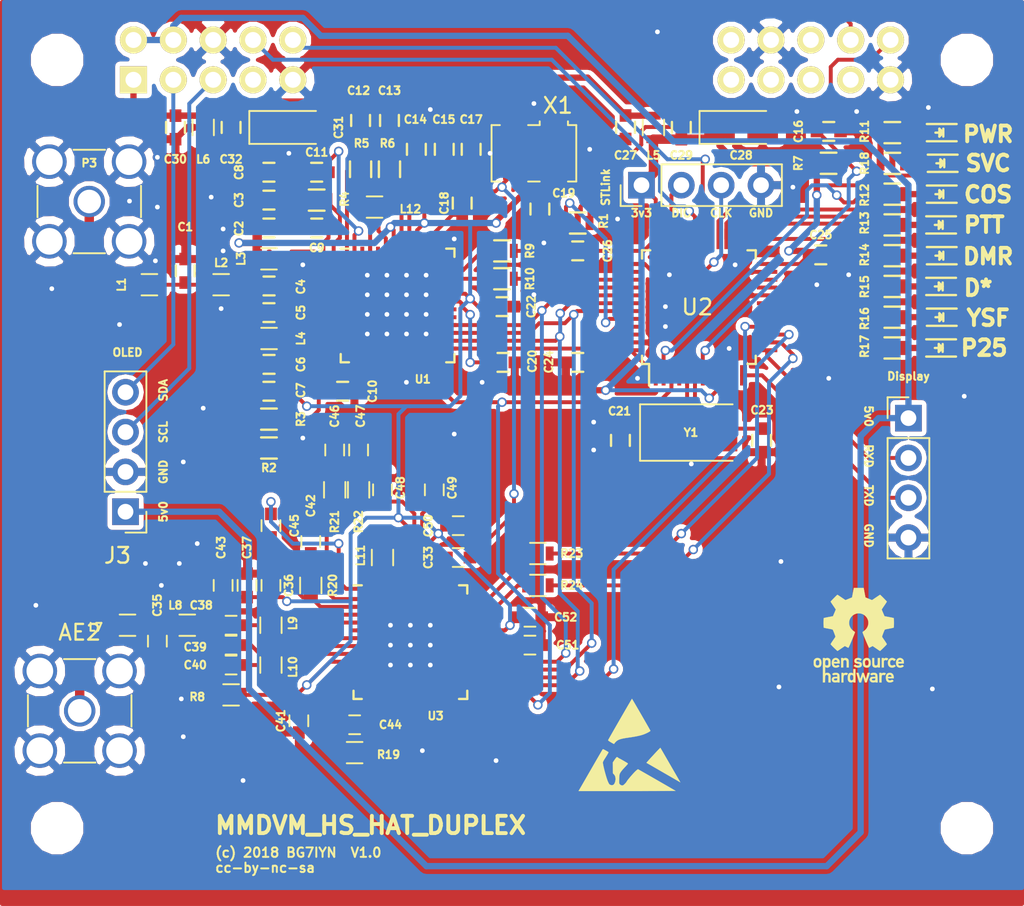
<source format=kicad_pcb>
(kicad_pcb (version 4) (host pcbnew 4.0.7)
  (layers (0 F.Cu signal) (31 B.Cu signal) (34 B.Paste user) (35 F.Paste user) (36 B.SilkS user) (37 F.SilkS user) (38 B.Mask user) (39 F.Mask user) (44 Edge.Cuts user))
  (net 0 "")
  (net 1 GND)
  (net 2 "Net-(C4-Pad1)")
  (net 3 +3V3)
  (net 4 "Net-(C8-Pad1)")
  (net 5 "Net-(C11-Pad1)")
  (net 6 NRST)
  (net 7 "Net-(C18-Pad1)")
  (net 8 COS_LED)
  (net 9 PTT_LED)
  (net 10 DMR_LED)
  (net 11 DSTAR_LED)
  (net 12 P25_LED)
  (net 13 YSF_LED)
  (net 14 RF)
  (net 15 SWDIO)
  (net 16 TXD)
  (net 17 RXD)
  (net 18 DISP_TXD)
  (net 19 DISP_RXD)
  (net 20 BOOT0)
  (net 21 DATAIN)
  (net 22 DATAOUT)
  (net 23 SLE)
  (net 24 SDATA)
  (net 25 SREAD)
  (net 26 SCLK)
  (net 27 "Net-(C1-Pad1)")
  (net 28 "Net-(C4-Pad2)")
  (net 29 "Net-(C5-Pad1)")
  (net 30 "Net-(C6-Pad1)")
  (net 31 "Net-(C10-Pad1)")
  (net 32 "Net-(C11-Pad2)")
  (net 33 "Net-(C12-Pad1)")
  (net 34 "Net-(C13-Pad1)")
  (net 35 "Net-(C14-Pad1)")
  (net 36 "Net-(C15-Pad2)")
  (net 37 "Net-(C20-Pad2)")
  (net 38 "Net-(C21-Pad2)")
  (net 39 "Net-(C23-Pad2)")
  (net 40 "Net-(R2-Pad1)")
  (net 41 "Net-(R10-Pad2)")
  (net 42 CE)
  (net 43 SWCLK)
  (net 44 +5V)
  (net 45 SERVICE)
  (net 46 "Net-(D1-Pad2)")
  (net 47 "Net-(R3-Pad1)")
  (net 48 "Net-(R9-Pad2)")
  (net 49 "Net-(D2-Pad2)")
  (net 50 "Net-(D3-Pad2)")
  (net 51 "Net-(D4-Pad2)")
  (net 52 "Net-(D5-Pad2)")
  (net 53 "Net-(D6-Pad2)")
  (net 54 "Net-(D7-Pad2)")
  (net 55 "Net-(D8-Pad2)")
  (net 56 VDDA)
  (net 57 VDD)
  (net 58 "Net-(U1-Pad13)")
  (net 59 "Net-(U1-Pad14)")
  (net 60 "Net-(U1-Pad15)")
  (net 61 "Net-(U1-Pad16)")
  (net 62 "Net-(U1-Pad17)")
  (net 63 "Net-(U1-Pad18)")
  (net 64 "Net-(U1-Pad20)")
  (net 65 "Net-(U1-Pad21)")
  (net 66 "Net-(U1-Pad23)")
  (net 67 "Net-(U1-Pad30)")
  (net 68 "Net-(U1-Pad33)")
  (net 69 "Net-(U1-Pad36)")
  (net 70 "Net-(U1-Pad37)")
  (net 71 "Net-(U1-Pad38)")
  (net 72 "Net-(U2-Pad4)")
  (net 73 "Net-(U2-Pad10)")
  (net 74 "Net-(U2-Pad11)")
  (net 75 "Net-(U2-Pad17)")
  (net 76 SDA)
  (net 77 SCL)
  (net 78 "Net-(U2-Pad29)")
  (net 79 "Net-(U2-Pad32)")
  (net 80 "Net-(U2-Pad33)")
  (net 81 "Net-(U2-Pad38)")
  (net 82 "Net-(U2-Pad46)")
  (net 83 "Net-(X1-Pad1)")
  (net 84 14M)
  (net 85 "Net-(C35-Pad1)")
  (net 86 "Net-(C38-Pad2)")
  (net 87 "Net-(C38-Pad1)")
  (net 88 "Net-(C39-Pad1)")
  (net 89 "Net-(C40-Pad1)")
  (net 90 "Net-(C42-Pad1)")
  (net 91 "Net-(C44-Pad1)")
  (net 92 "Net-(C45-Pad2)")
  (net 93 "Net-(C45-Pad1)")
  (net 94 "Net-(C46-Pad1)")
  (net 95 "Net-(C47-Pad1)")
  (net 96 "Net-(C48-Pad1)")
  (net 97 "Net-(C49-Pad2)")
  (net 98 "Net-(C51-Pad2)")
  (net 99 "Net-(L11-Pad1)")
  (net 100 "Net-(L11-Pad2)")
  (net 101 "Net-(R8-Pad1)")
  (net 102 "Net-(R19-Pad1)")
  (net 103 DCLK_PA5)
  (net 104 "Net-(R23-Pad2)")
  (net 105 DATA_PA4)
  (net 106 "Net-(R24-Pad2)")
  (net 107 SLE_PA6)
  (net 108 "Net-(PI2-Pad7)")
  (net 109 "Net-(PI2-Pad31)")
  (net 110 "Net-(PI2-Pad32)")
  (net 111 "Net-(PI2-Pad33)")
  (net 112 "Net-(PI2-Pad35)")
  (net 113 "Net-(PI2-Pad36)")
  (net 114 "Net-(PI2-Pad38)")
  (net 115 "Net-(U3-Pad13)")
  (net 116 "Net-(U3-Pad14)")
  (net 117 "Net-(U3-Pad15)")
  (net 118 "Net-(U3-Pad16)")
  (net 119 "Net-(U3-Pad17)")
  (net 120 "Net-(U3-Pad18)")
  (net 121 "Net-(U3-Pad20)")
  (net 122 "Net-(U3-Pad21)")
  (net 123 "Net-(U3-Pad23)")
  (net 124 "Net-(U3-Pad30)")
  (net 125 "Net-(U3-Pad33)")
  (net 126 "Net-(U3-Pad36)")
  (net 127 "Net-(U3-Pad37)")
  (net 128 "Net-(U3-Pad38)")
  (net 129 "Net-(AE2-Pad1)")
  (net 130 14M2)
  (net 131 "Net-(PI2-Pad37)")
  (net 132 "Net-(L12-Pad1)")
  (net 133 "Net-(L12-Pad2)")
  (net 134 "Net-(J3-Pad3)")
  (net 135 "Net-(J3-Pad4)")
  (module Pin_Headers:Pin_Header_Straight_1x04_Pitch2.54mm (layer F.Cu) (at 82.169 66.421 180)
    (fp_text reference J3 (at 0.508 -2.794 180) (layer F.SilkS))
    (fp_text value Conn_01x04)
    (pad 1 thru_hole rect (at 0 0 180) (size 1.7 1.7) (drill 1) (layers *.Cu *.Mask) (net 44 +5V))
    (pad 2 thru_hole oval (at 0 2.54 180) (size 1.7 1.7) (drill 1) (layers *.Cu *.Mask) (net 1 GND))
    (pad 3 thru_hole oval (at 0 5.08 180) (size 1.7 1.7) (drill 1) (layers *.Cu *.Mask) (net 134 "Net-(J3-Pad3)"))
    (pad 4 thru_hole oval (at 0 7.62 180) (size 1.7 1.7) (drill 1) (layers *.Cu *.Mask) (net 135 "Net-(J3-Pad4)"))
  )
  (module MMDVM:VIA-0.6mm (layer F.Cu) (at 118.237 63.373)
    (fp_text reference REF** hide)
    (fp_text value VIA-0.6mm hide)
    (pad 1 thru_hole circle (at 0 0) (size 0.6 0.6) (drill 0.3) (layers *.Cu) (net 1 GND))
  )
  (module MMDVM:VIA-0.6mm (layer F.Cu) (at 92.583 43.561)
    (fp_text reference REF** hide)
    (fp_text value VIA-0.6mm hide)
    (pad 1 thru_hole circle (at 0 0) (size 0.6 0.6) (drill 0.3) (layers *.Cu) (net 1 GND))
  )
  (module MMDVM:VIA-0.6mm (layer F.Cu) (at 89.662 83.566)
    (fp_text reference REF** hide)
    (fp_text value VIA-0.6mm hide)
    (pad 1 thru_hole circle (at 0 0) (size 0.6 0.6) (drill 0.3) (layers *.Cu) (net 1 GND))
  )
  (module MMDVM:VIA-0.6mm (layer F.Cu) (at 88.265 53.467)
    (fp_text reference REF** hide)
    (fp_text value VIA-0.6mm hide)
    (pad 1 thru_hole circle (at 0 0) (size 0.6 0.6) (drill 0.3) (layers *.Cu) (net 1 GND))
  )
  (module MMDVM:VIA-0.6mm (layer F.Cu) (at 87.122 59.817)
    (fp_text reference REF** hide)
    (fp_text value VIA-0.6mm hide)
    (pad 1 thru_hole circle (at 0 0) (size 0.6 0.6) (drill 0.3) (layers *.Cu) (net 1 GND))
  )
  (module MMDVM:VIA-0.6mm (layer F.Cu) (at 85.852 63.246)
    (fp_text reference REF** hide)
    (fp_text value VIA-0.6mm hide)
    (pad 1 thru_hole circle (at 0 0) (size 0.6 0.6) (drill 0.3) (layers *.Cu) (net 1 GND))
  )
  (module MMDVM:VIA-0.6mm (layer F.Cu) (at 101.092 81.661)
    (fp_text reference REF** hide)
    (fp_text value VIA-0.6mm hide)
    (pad 1 thru_hole circle (at 0 0) (size 0.6 0.6) (drill 0.3) (layers *.Cu) (net 1 GND))
  )
  (module MMDVM:VIA-0.6mm (layer F.Cu) (at 81.788 54.483)
    (fp_text reference REF** hide)
    (fp_text value VIA-0.6mm hide)
    (pad 1 thru_hole circle (at 0 0) (size 0.6 0.6) (drill 0.3) (layers *.Cu) (net 1 GND))
  )
  (module MMDVM:VIA-0.6mm (layer F.Cu) (at 88.392 48.387)
    (fp_text reference REF** hide)
    (fp_text value VIA-0.6mm hide)
    (pad 1 thru_hole circle (at 0 0) (size 0.6 0.6) (drill 0.3) (layers *.Cu) (net 1 GND))
  )
  (module MMDVM:VIA-0.6mm (layer F.Cu) (at 105.791 82.296)
    (fp_text reference REF** hide)
    (fp_text value VIA-0.6mm hide)
    (pad 1 thru_hole circle (at 0 0) (size 0.6 0.6) (drill 0.3) (layers *.Cu) (net 1 GND))
  )
  (module MMDVM:VIA-0.6mm (layer F.Cu) (at 84.074 50.419)
    (fp_text reference REF** hide)
    (fp_text value VIA-0.6mm hide)
    (pad 1 thru_hole circle (at 0 0) (size 0.6 0.6) (drill 0.3) (layers *.Cu) (net 1 GND))
  )
  (module MMDVM:VIA-0.6mm (layer F.Cu) (at 82.423 46.609)
    (fp_text reference REF** hide)
    (fp_text value VIA-0.6mm hide)
    (pad 1 thru_hole circle (at 0 0) (size 0.6 0.6) (drill 0.3) (layers *.Cu) (net 1 GND))
  )
  (module MMDVM:VIA-0.6mm (layer F.Cu) (at 84.201 46.99)
    (fp_text reference REF** hide)
    (fp_text value VIA-0.6mm hide)
    (pad 1 thru_hole circle (at 0 0) (size 0.6 0.6) (drill 0.3) (layers *.Cu) (net 1 GND))
  )
  (module MMDVM:VIA-0.6mm (layer F.Cu) (at 77.47 52.197)
    (fp_text reference REF** hide)
    (fp_text value VIA-0.6mm hide)
    (pad 1 thru_hole circle (at 0 0) (size 0.6 0.6) (drill 0.3) (layers *.Cu) (net 1 GND))
  )
  (module MMDVM:VIA-0.6mm (layer F.Cu) (at 84.201 43.815)
    (fp_text reference REF** hide)
    (fp_text value VIA-0.6mm hide)
    (pad 1 thru_hole circle (at 0 0) (size 0.6 0.6) (drill 0.3) (layers *.Cu) (net 1 GND))
  )
  (module MMDVM:VIA-0.6mm (layer F.Cu) (at 123.825 77.597)
    (fp_text reference REF** hide)
    (fp_text value VIA-0.6mm hide)
    (pad 1 thru_hole circle (at 0 0) (size 0.6 0.6) (drill 0.3) (layers *.Cu) (net 1 GND))
  )
  (module MMDVM:VIA-0.6mm (layer F.Cu) (at 101.3325 55.0845)
    (fp_text reference REF** hide)
    (fp_text value VIA-0.6mm hide)
    (pad 1 thru_hole circle (at 0 0) (size 0.6 0.6) (drill 0.3) (layers *.Cu) (net 1 GND))
  )
  (module MMDVM:VIA-0.6mm (layer F.Cu) (at 100.0825 55.0845)
    (fp_text reference REF** hide)
    (fp_text value VIA-0.6mm hide)
    (pad 1 thru_hole circle (at 0 0) (size 0.6 0.6) (drill 0.3) (layers *.Cu) (net 1 GND))
  )
  (module MMDVM:VIA-0.6mm (layer F.Cu) (at 98.8325 55.0845)
    (fp_text reference REF** hide)
    (fp_text value VIA-0.6mm hide)
    (pad 1 thru_hole circle (at 0 0) (size 0.6 0.6) (drill 0.3) (layers *.Cu) (net 1 GND))
  )
  (module MMDVM:VIA-0.6mm (layer F.Cu) (at 97.5825 55.0845)
    (fp_text reference REF** hide)
    (fp_text value VIA-0.6mm hide)
    (pad 1 thru_hole circle (at 0 0) (size 0.6 0.6) (drill 0.3) (layers *.Cu) (net 1 GND))
  )
  (module MMDVM:VIA-0.6mm (layer F.Cu) (at 101.3325 53.8345)
    (fp_text reference REF** hide)
    (fp_text value VIA-0.6mm hide)
    (pad 1 thru_hole circle (at 0 0) (size 0.6 0.6) (drill 0.3) (layers *.Cu) (net 1 GND))
  )
  (module MMDVM:VIA-0.6mm (layer F.Cu) (at 100.0825 53.8345)
    (fp_text reference REF** hide)
    (fp_text value VIA-0.6mm hide)
    (pad 1 thru_hole circle (at 0 0) (size 0.6 0.6) (drill 0.3) (layers *.Cu) (net 1 GND))
  )
  (module MMDVM:VIA-0.6mm (layer F.Cu) (at 98.8325 53.8345)
    (fp_text reference REF** hide)
    (fp_text value VIA-0.6mm hide)
    (pad 1 thru_hole circle (at 0 0) (size 0.6 0.6) (drill 0.3) (layers *.Cu) (net 1 GND))
  )
  (module MMDVM:VIA-0.6mm (layer F.Cu) (at 97.5825 53.8345)
    (fp_text reference REF** hide)
    (fp_text value VIA-0.6mm hide)
    (pad 1 thru_hole circle (at 0 0) (size 0.6 0.6) (drill 0.3) (layers *.Cu) (net 1 GND))
  )
  (module MMDVM:VIA-0.6mm (layer F.Cu) (at 101.3325 52.5845)
    (fp_text reference REF** hide)
    (fp_text value VIA-0.6mm hide)
    (pad 1 thru_hole circle (at 0 0) (size 0.6 0.6) (drill 0.3) (layers *.Cu) (net 1 GND))
  )
  (module MMDVM:VIA-0.6mm (layer F.Cu) (at 100.0825 52.5845)
    (fp_text reference REF** hide)
    (fp_text value VIA-0.6mm hide)
    (pad 1 thru_hole circle (at 0 0) (size 0.6 0.6) (drill 0.3) (layers *.Cu) (net 1 GND))
  )
  (module MMDVM:VIA-0.6mm (layer F.Cu) (at 98.8325 52.5845)
    (fp_text reference REF** hide)
    (fp_text value VIA-0.6mm hide)
    (pad 1 thru_hole circle (at 0 0) (size 0.6 0.6) (drill 0.3) (layers *.Cu) (net 1 GND))
  )
  (module MMDVM:VIA-0.6mm (layer F.Cu) (at 97.5825 52.5845)
    (fp_text reference REF** hide)
    (fp_text value VIA-0.6mm hide)
    (pad 1 thru_hole circle (at 0 0) (size 0.6 0.6) (drill 0.3) (layers *.Cu) (net 1 GND))
  )
  (module MMDVM:VIA-0.6mm (layer F.Cu) (at 101.3325 51.3345)
    (fp_text reference REF** hide)
    (fp_text value VIA-0.6mm hide)
    (pad 1 thru_hole circle (at 0 0) (size 0.6 0.6) (drill 0.3) (layers *.Cu) (net 1 GND))
  )
  (module MMDVM:VIA-0.6mm (layer F.Cu) (at 100.0825 51.3345)
    (fp_text reference REF** hide)
    (fp_text value VIA-0.6mm hide)
    (pad 1 thru_hole circle (at 0 0) (size 0.6 0.6) (drill 0.3) (layers *.Cu) (net 1 GND))
  )
  (module MMDVM:VIA-0.6mm (layer F.Cu) (at 98.8325 51.3345)
    (fp_text reference REF** hide)
    (fp_text value VIA-0.6mm hide)
    (pad 1 thru_hole circle (at 0 0) (size 0.6 0.6) (drill 0.3) (layers *.Cu) (net 1 GND))
  )
  (module MMDVM:VIA-0.6mm (layer F.Cu) (at 97.5825 51.3345)
    (fp_text reference REF** hide)
    (fp_text value VIA-0.6mm hide)
    (pad 1 thru_hole circle (at 0 0) (size 0.6 0.6) (drill 0.3) (layers *.Cu) (net 1 GND))
  )
  (module MMDVM:VIA-0.6mm (layer F.Cu) (at 135.636 59.055)
    (fp_text reference REF** hide)
    (fp_text value VIA-0.6mm hide)
    (pad 1 thru_hole circle (at 0 0) (size 0.6 0.6) (drill 0.3) (layers *.Cu) (net 1 GND))
  )
  (module MMDVM:VIA-0.6mm (layer F.Cu) (at 127 57.912)
    (fp_text reference REF** hide)
    (fp_text value VIA-0.6mm hide)
    (pad 1 thru_hole circle (at 0 0) (size 0.6 0.6) (drill 0.3) (layers *.Cu) (net 1 GND))
  )
  (module MMDVM:VIA-0.6mm (layer F.Cu) (at 133.35 40.64)
    (fp_text reference REF** hide)
    (fp_text value VIA-0.6mm hide)
    (pad 1 thru_hole circle (at 0 0) (size 0.6 0.6) (drill 0.3) (layers *.Cu) (net 1 GND))
  )
  (module MMDVM:VIA-0.6mm (layer F.Cu) (at 116.078 35.814)
    (fp_text reference REF** hide)
    (fp_text value VIA-0.6mm hide)
    (pad 1 thru_hole circle (at 0 0) (size 0.6 0.6) (drill 0.3) (layers *.Cu) (net 1 GND))
  )
  (module MMDVM:VIA-0.6mm (layer F.Cu) (at 93.472 61.722)
    (fp_text reference REF** hide)
    (fp_text value VIA-0.6mm hide)
    (pad 1 thru_hole circle (at 0 0) (size 0.6 0.6) (drill 0.3) (layers *.Cu) (net 1 GND))
  )
  (module MMDVM:VIA-0.6mm (layer F.Cu) (at 112.014 60.706)
    (fp_text reference REF** hide)
    (fp_text value VIA-0.6mm hide)
    (pad 1 thru_hole circle (at 0 0) (size 0.6 0.6) (drill 0.3) (layers *.Cu) (net 1 GND))
  )
  (module MMDVM:VIA-0.6mm (layer F.Cu) (at 133.604 77.724)
    (fp_text reference REF** hide)
    (fp_text value VIA-0.6mm hide)
    (pad 1 thru_hole circle (at 0 0) (size 0.6 0.6) (drill 0.3) (layers *.Cu) (net 1 GND))
  )
  (module MMDVM:VIA-0.6mm (layer F.Cu) (at 113.538 47.752)
    (fp_text reference REF** hide)
    (fp_text value VIA-0.6mm hide)
    (pad 1 thru_hole circle (at 0 0) (size 0.6 0.6) (drill 0.3) (layers *.Cu) (net 1 GND))
  )
  (module MMDVM:VIA-0.6mm (layer F.Cu) (at 108.204 40.386)
    (fp_text reference REF** hide)
    (fp_text value VIA-0.6mm hide)
    (pad 1 thru_hole circle (at 0 0) (size 0.6 0.6) (drill 0.3) (layers *.Cu) (net 1 GND))
  )
  (module MMDVM:VIA-0.6mm (layer F.Cu) (at 87.63 46.355)
    (fp_text reference REF** hide)
    (fp_text value VIA-0.6mm hide)
    (pad 1 thru_hole circle (at 0 0) (size 0.6 0.6) (drill 0.3) (layers *.Cu) (net 1 GND))
  )
  (module MMDVM:VIA-0.6mm (layer F.Cu) (at 105.41 43.561)
    (fp_text reference REF** hide)
    (fp_text value VIA-0.6mm hide)
    (pad 1 thru_hole circle (at 0 0) (size 0.6 0.6) (drill 0.3) (layers *.Cu) (net 1 GND))
  )
  (module MMDVM:VIA-0.6mm (layer F.Cu) (at 111.76 43.307)
    (fp_text reference REF** hide)
    (fp_text value VIA-0.6mm hide)
    (pad 1 thru_hole circle (at 0 0) (size 0.6 0.6) (drill 0.3) (layers *.Cu) (net 1 GND))
  )
  (module MMDVM:VIA-0.6mm (layer F.Cu) (at 88.392 49.784)
    (fp_text reference REF** hide)
    (fp_text value VIA-0.6mm hide)
    (pad 1 thru_hole circle (at 0 0) (size 0.6 0.6) (drill 0.3) (layers *.Cu) (net 1 GND))
  )
  (module MMDVM:VIA-0.6mm (layer F.Cu) (at 93.472 50.673)
    (fp_text reference REF** hide)
    (fp_text value VIA-0.6mm hide)
    (pad 1 thru_hole circle (at 0 0) (size 0.6 0.6) (drill 0.3) (layers *.Cu) (net 1 GND))
  )
  (module MMDVM:VIA-0.6mm (layer F.Cu) (at 104.902 58.166)
    (fp_text reference REF** hide)
    (fp_text value VIA-0.6mm hide)
    (pad 1 thru_hole circle (at 0 0) (size 0.6 0.6) (drill 0.3) (layers *.Cu) (net 1 GND))
  )
  (module MMDVM:VIA-0.6mm (layer F.Cu) (at 100.076 58.166)
    (fp_text reference REF** hide)
    (fp_text value VIA-0.6mm hide)
    (pad 1 thru_hole circle (at 0 0) (size 0.6 0.6) (drill 0.3) (layers *.Cu) (net 1 GND))
  )
  (module MMDVM:VIA-0.6mm (layer F.Cu) (at 126.238 51.943)
    (fp_text reference REF** hide)
    (fp_text value VIA-0.6mm hide)
    (pad 1 thru_hole circle (at 0 0) (size 0.6 0.6) (drill 0.3) (layers *.Cu) (net 1 GND))
  )
  (module MMDVM:VIA-0.6mm (layer F.Cu) (at 116.586 53.34)
    (fp_text reference REF** hide)
    (fp_text value VIA-0.6mm hide)
    (pad 1 thru_hole circle (at 0 0) (size 0.6 0.6) (drill 0.3) (layers *.Cu) (net 1 GND))
  )
  (module MMDVM:VIA-0.6mm (layer F.Cu) (at 114.808 57.912)
    (fp_text reference REF** hide)
    (fp_text value VIA-0.6mm hide)
    (pad 1 thru_hole circle (at 0 0) (size 0.6 0.6) (drill 0.3) (layers *.Cu) (net 1 GND))
  )
  (module MMDVM:VIA-0.6mm (layer F.Cu) (at 101.6 40.767)
    (fp_text reference REF** hide)
    (fp_text value VIA-0.6mm hide)
    (pad 1 thru_hole circle (at 0 0) (size 0.6 0.6) (drill 0.3) (layers *.Cu) (net 1 GND))
  )
  (module MMDVM:VIA-0.6mm (layer F.Cu) (at 103.124 49.022)
    (fp_text reference REF** hide)
    (fp_text value VIA-0.6mm hide)
    (pad 1 thru_hole circle (at 0 0) (size 0.6 0.6) (drill 0.3) (layers *.Cu) (net 1 GND))
  )
  (module MMDVM:VIA-0.6mm (layer F.Cu) (at 108.839 49.276)
    (fp_text reference REF** hide)
    (fp_text value VIA-0.6mm hide)
    (pad 1 thru_hole circle (at 0 0) (size 0.6 0.6) (drill 0.3) (layers *.Cu) (net 1 GND))
  )
  (module MMDVM:VIA-0.6mm (layer F.Cu) (at 103.124 61.468)
    (fp_text reference REF** hide)
    (fp_text value VIA-0.6mm hide)
    (pad 1 thru_hole circle (at 0 0) (size 0.6 0.6) (drill 0.3) (layers *.Cu) (net 1 GND))
  )
  (module MMDVM:VIA-0.6mm (layer F.Cu) (at 108.204 52.578)
    (fp_text reference REF** hide)
    (fp_text value VIA-0.6mm hide)
    (pad 1 thru_hole circle (at 0 0) (size 0.6 0.6) (drill 0.3) (layers *.Cu) (net 1 GND))
  )
  (module MMDVM:VIA-0.6mm (layer F.Cu) (at 112.014 62.484)
    (fp_text reference REF** hide)
    (fp_text value VIA-0.6mm hide)
    (pad 1 thru_hole circle (at 0 0) (size 0.6 0.6) (drill 0.3) (layers *.Cu) (net 1 GND))
  )
  (module MMDVM:VIA-0.6mm (layer F.Cu) (at 128.778 40.894)
    (fp_text reference REF** hide)
    (fp_text value VIA-0.6mm hide)
    (pad 1 thru_hole circle (at 0 0) (size 0.6 0.6) (drill 0.3) (layers *.Cu) (net 1 GND))
  )
  (module MMDVM:VIA-0.6mm (layer F.Cu) (at 124.968 40.894)
    (fp_text reference REF** hide)
    (fp_text value VIA-0.6mm hide)
    (pad 1 thru_hole circle (at 0 0) (size 0.6 0.6) (drill 0.3) (layers *.Cu) (net 1 GND))
  )
  (module MMDVM:VIA-0.6mm (layer F.Cu) (at 124.714 45.72)
    (fp_text reference REF** hide)
    (fp_text value VIA-0.6mm hide)
    (pad 1 thru_hole circle (at 0 0) (size 0.6 0.6) (drill 0.3) (layers *.Cu) (net 1 GND))
  )
  (module MMDVM:VIA-0.6mm (layer F.Cu) (at 120.65 56.007)
    (fp_text reference REF** hide)
    (fp_text value VIA-0.6mm hide)
    (pad 1 thru_hole circle (at 0 0) (size 0.6 0.6) (drill 0.3) (layers *.Cu) (net 1 GND))
  )
  (module MMDVM:VIA-0.6mm (layer F.Cu) (at 116.586 54.61)
    (fp_text reference REF** hide)
    (fp_text value VIA-0.6mm hide)
    (pad 1 thru_hole circle (at 0 0) (size 0.6 0.6) (drill 0.3) (layers *.Cu) (net 1 GND))
  )
  (module MMDVM:VIA-0.6mm (layer F.Cu) (at 116.84 51.308)
    (fp_text reference REF** hide)
    (fp_text value VIA-0.6mm hide)
    (pad 1 thru_hole circle (at 0 0) (size 0.6 0.6) (drill 0.3) (layers *.Cu) (net 1 GND))
  )
  (module MMDVM:VIA-0.6mm (layer F.Cu) (at 121.031 50.673)
    (fp_text reference REF** hide)
    (fp_text value VIA-0.6mm hide)
    (pad 1 thru_hole circle (at 0 0) (size 0.6 0.6) (drill 0.3) (layers *.Cu) (net 1 GND))
  )
  (module Pin_Headers:Pin_Header_Straight_1x04_Pitch2.54mm (layer F.Cu) (at 132.08 60.452)
    (fp_text reference P2 hide)
    (fp_text value DISPLAY)
    (pad 1 thru_hole rect (at 0 0) (size 1.7 1.7) (drill 1) (layers *.Cu *.Mask) (net 44 +5V))
    (pad 2 thru_hole oval (at 0 2.54) (size 1.7 1.7) (drill 1) (layers *.Cu *.Mask) (net 19 DISP_RXD))
    (pad 3 thru_hole oval (at 0 5.08) (size 1.7 1.7) (drill 1) (layers *.Cu *.Mask) (net 18 DISP_TXD))
    (pad 4 thru_hole oval (at 0 7.62) (size 1.7 1.7) (drill 1) (layers *.Cu *.Mask) (net 1 GND))
  )
  (module Connectors:SMA_THT_Jack_Straight (layer F.Cu) (at 79.8576 46.6344)
    (fp_text reference P3 (at 0 -2.45) (layer F.SilkS) (effects (font (size 0.5 0.5) (thickness 0.125))))
    (fp_text value SMA)
    (pad 2 thru_hole circle (at -2.54 2.54) (size 2.2 2.2) (drill 1.7) (layers *.Cu *.Mask) (net 1 GND))
    (pad 2 thru_hole circle (at -2.54 -2.54) (size 2.2 2.2) (drill 1.7) (layers *.Cu *.Mask) (net 1 GND))
    (pad 2 thru_hole circle (at 2.54 -2.54) (size 2.2 2.2) (drill 1.7) (layers *.Cu *.Mask) (net 1 GND))
    (pad 2 thru_hole circle (at 2.54 2.54) (size 2.2 2.2) (drill 1.7) (layers *.Cu *.Mask) (net 1 GND))
    (pad 1 thru_hole circle (at 0 0) (size 2 2) (drill 1.5) (layers *.Cu *.Mask) (net 14 RF))
  )
  (module Housings_DFN_QFN:QFN-48-1EP_7x7mm_Pitch0.5mm (layer F.Cu) (at 99.51375 53.26575)
    (fp_text reference U1 (at 1.60625 4.70625) (layer F.SilkS) (effects (font (size 0.5 0.5) (thickness 0.125))))
    (fp_text value ADF7021)
    (pad 1 smd rect (at -3.4 -2.75) (size 0.7 0.25) (layers F.Cu F.Paste F.Mask) (net 33 "Net-(C12-Pad1)"))
    (pad 2 smd rect (at -3.4 -2.25) (size 0.7 0.25) (layers F.Cu F.Paste F.Mask) (net 32 "Net-(C11-Pad2)"))
    (pad 3 smd rect (at -3.4 -1.75) (size 0.7 0.25) (layers F.Cu F.Paste F.Mask) (net 56 VDDA))
    (pad 4 smd rect (at -3.4 -1.25) (size 0.7 0.25) (layers F.Cu F.Paste F.Mask) (net 2 "Net-(C4-Pad1)"))
    (pad 5 smd rect (at -3.4 -0.75) (size 0.7 0.25) (layers F.Cu F.Paste F.Mask) (net 1 GND))
    (pad 6 smd rect (at -3.4 -0.25) (size 0.7 0.25) (layers F.Cu F.Paste F.Mask) (net 29 "Net-(C5-Pad1)"))
    (pad 7 smd rect (at -3.4 0.25) (size 0.7 0.25) (layers F.Cu F.Paste F.Mask) (net 30 "Net-(C6-Pad1)"))
    (pad 8 smd rect (at -3.4 0.75) (size 0.7 0.25) (layers F.Cu F.Paste F.Mask) (net 40 "Net-(R2-Pad1)"))
    (pad 9 smd rect (at -3.4 1.25) (size 0.7 0.25) (layers F.Cu F.Paste F.Mask) (net 56 VDDA))
    (pad 10 smd rect (at -3.4 1.75) (size 0.7 0.25) (layers F.Cu F.Paste F.Mask) (net 47 "Net-(R3-Pad1)"))
    (pad 11 smd rect (at -3.4 2.25) (size 0.7 0.25) (layers F.Cu F.Paste F.Mask) (net 31 "Net-(C10-Pad1)"))
    (pad 12 smd rect (at -3.4 2.75) (size 0.7 0.25) (layers F.Cu F.Paste F.Mask) (net 1 GND))
    (pad 13 smd rect (at -2.75 3.4 90) (size 0.7 0.25) (layers F.Cu F.Paste F.Mask) (net 58 "Net-(U1-Pad13)"))
    (pad 14 smd rect (at -2.25 3.4 90) (size 0.7 0.25) (layers F.Cu F.Paste F.Mask) (net 59 "Net-(U1-Pad14)"))
    (pad 15 smd rect (at -1.75 3.4 90) (size 0.7 0.25) (layers F.Cu F.Paste F.Mask) (net 60 "Net-(U1-Pad15)"))
    (pad 16 smd rect (at -1.25 3.4 90) (size 0.7 0.25) (layers F.Cu F.Paste F.Mask) (net 61 "Net-(U1-Pad16)"))
    (pad 17 smd rect (at -0.75 3.4 90) (size 0.7 0.25) (layers F.Cu F.Paste F.Mask) (net 62 "Net-(U1-Pad17)"))
    (pad 18 smd rect (at -0.25 3.4 90) (size 0.7 0.25) (layers F.Cu F.Paste F.Mask) (net 63 "Net-(U1-Pad18)"))
    (pad 19 smd rect (at 0.25 3.4 90) (size 0.7 0.25) (layers F.Cu F.Paste F.Mask) (net 1 GND))
    (pad 20 smd rect (at 0.75 3.4 90) (size 0.7 0.25) (layers F.Cu F.Paste F.Mask) (net 64 "Net-(U1-Pad20)"))
    (pad 21 smd rect (at 1.25 3.4 90) (size 0.7 0.25) (layers F.Cu F.Paste F.Mask) (net 65 "Net-(U1-Pad21)"))
    (pad 22 smd rect (at 1.75 3.4 90) (size 0.7 0.25) (layers F.Cu F.Paste F.Mask) (net 1 GND))
    (pad 23 smd rect (at 2.25 3.4 90) (size 0.7 0.25) (layers F.Cu F.Paste F.Mask) (net 66 "Net-(U1-Pad23)"))
    (pad 24 smd rect (at 2.75 3.4 90) (size 0.7 0.25) (layers F.Cu F.Paste F.Mask) (net 42 CE))
    (pad 25 smd rect (at 3.4 2.75) (size 0.7 0.25) (layers F.Cu F.Paste F.Mask) (net 23 SLE))
    (pad 26 smd rect (at 3.4 2.25) (size 0.7 0.25) (layers F.Cu F.Paste F.Mask) (net 24 SDATA))
    (pad 27 smd rect (at 3.4 1.75) (size 0.7 0.25) (layers F.Cu F.Paste F.Mask) (net 25 SREAD))
    (pad 28 smd rect (at 3.4 1.25) (size 0.7 0.25) (layers F.Cu F.Paste F.Mask) (net 26 SCLK))
    (pad 29 smd rect (at 3.4 0.75) (size 0.7 0.25) (layers F.Cu F.Paste F.Mask) (net 1 GND))
    (pad 30 smd rect (at 3.4 0.25) (size 0.7 0.25) (layers F.Cu F.Paste F.Mask) (net 67 "Net-(U1-Pad30)"))
    (pad 31 smd rect (at 3.4 -0.25) (size 0.7 0.25) (layers F.Cu F.Paste F.Mask) (net 37 "Net-(C20-Pad2)"))
    (pad 32 smd rect (at 3.4 -0.75) (size 0.7 0.25) (layers F.Cu F.Paste F.Mask) (net 56 VDDA))
    (pad 33 smd rect (at 3.4 -1.25) (size 0.7 0.25) (layers F.Cu F.Paste F.Mask) (net 68 "Net-(U1-Pad33)"))
    (pad 34 smd rect (at 3.4 -1.75) (size 0.7 0.25) (layers F.Cu F.Paste F.Mask) (net 41 "Net-(R10-Pad2)"))
    (pad 35 smd rect (at 3.4 -2.25) (size 0.7 0.25) (layers F.Cu F.Paste F.Mask) (net 48 "Net-(R9-Pad2)"))
    (pad 36 smd rect (at 3.4 -2.75) (size 0.7 0.25) (layers F.Cu F.Paste F.Mask) (net 69 "Net-(U1-Pad36)"))
    (pad 37 smd rect (at 2.75 -3.4 90) (size 0.7 0.25) (layers F.Cu F.Paste F.Mask) (net 70 "Net-(U1-Pad37)"))
    (pad 38 smd rect (at 2.25 -3.4 90) (size 0.7 0.25) (layers F.Cu F.Paste F.Mask) (net 71 "Net-(U1-Pad38)"))
    (pad 39 smd rect (at 1.75 -3.4 90) (size 0.7 0.25) (layers F.Cu F.Paste F.Mask) (net 84 14M))
    (pad 40 smd rect (at 1.25 -3.4 90) (size 0.7 0.25) (layers F.Cu F.Paste F.Mask) (net 56 VDDA))
    (pad 41 smd rect (at 0.75 -3.4 90) (size 0.7 0.25) (layers F.Cu F.Paste F.Mask) (net 36 "Net-(C15-Pad2)"))
    (pad 42 smd rect (at 0.25 -3.4 90) (size 0.7 0.25) (layers F.Cu F.Paste F.Mask) (net 35 "Net-(C14-Pad1)"))
    (pad 43 smd rect (at -0.25 -3.4 90) (size 0.7 0.25) (layers F.Cu F.Paste F.Mask) (net 56 VDDA))
    (pad 44 smd rect (at -0.75 -3.4 90) (size 0.7 0.25) (layers F.Cu F.Paste F.Mask) (net 133 "Net-(L12-Pad2)"))
    (pad 45 smd rect (at -1.25 -3.4 90) (size 0.7 0.25) (layers F.Cu F.Paste F.Mask) (net 1 GND))
    (pad 46 smd rect (at -1.75 -3.4 90) (size 0.7 0.25) (layers F.Cu F.Paste F.Mask) (net 132 "Net-(L12-Pad1)"))
    (pad 47 smd rect (at -2.25 -3.4 90) (size 0.7 0.25) (layers F.Cu F.Paste F.Mask) (net 1 GND))
    (pad 48 smd rect (at -2.75 -3.4 90) (size 0.7 0.25) (layers F.Cu F.Paste F.Mask) (net 5 "Net-(C11-Pad1)"))
    (pad 49 smd rect (at 1.93125 1.93125) (size 1.2875 1.2875) (layers F.Cu F.Paste F.Mask) (net 1 GND))
    (pad 49 smd rect (at 1.93125 0.64375) (size 1.2875 1.2875) (layers F.Cu F.Paste F.Mask) (net 1 GND))
    (pad 49 smd rect (at 1.93125 -0.64375) (size 1.2875 1.2875) (layers F.Cu F.Paste F.Mask) (net 1 GND))
    (pad 49 smd rect (at 1.93125 -1.93125) (size 1.2875 1.2875) (layers F.Cu F.Paste F.Mask) (net 1 GND))
    (pad 49 smd rect (at 0.64375 1.93125) (size 1.2875 1.2875) (layers F.Cu F.Paste F.Mask) (net 1 GND))
    (pad 49 smd rect (at 0.64375 0.64375) (size 1.2875 1.2875) (layers F.Cu F.Paste F.Mask) (net 1 GND))
    (pad 49 smd rect (at 0.64375 -0.64375) (size 1.2875 1.2875) (layers F.Cu F.Paste F.Mask) (net 1 GND))
    (pad 49 smd rect (at 0.64375 -1.93125) (size 1.2875 1.2875) (layers F.Cu F.Paste F.Mask) (net 1 GND))
    (pad 49 smd rect (at -0.64375 1.93125) (size 1.2875 1.2875) (layers F.Cu F.Paste F.Mask) (net 1 GND))
    (pad 49 smd rect (at -0.64375 0.64375) (size 1.2875 1.2875) (layers F.Cu F.Paste F.Mask) (net 1 GND))
    (pad 49 smd rect (at -0.64375 -0.64375) (size 1.2875 1.2875) (layers F.Cu F.Paste F.Mask) (net 1 GND))
    (pad 49 smd rect (at -0.64375 -1.93125) (size 1.2875 1.2875) (layers F.Cu F.Paste F.Mask) (net 1 GND))
    (pad 49 smd rect (at -1.93125 1.93125) (size 1.2875 1.2875) (layers F.Cu F.Paste F.Mask) (net 1 GND))
    (pad 49 smd rect (at -1.93125 0.64375) (size 1.2875 1.2875) (layers F.Cu F.Paste F.Mask) (net 1 GND))
    (pad 49 smd rect (at -1.93125 -0.64375) (size 1.2875 1.2875) (layers F.Cu F.Paste F.Mask) (net 1 GND))
    (pad 49 smd rect (at -1.93125 -1.93125) (size 1.2875 1.2875) (layers F.Cu F.Paste F.Mask) (net 1 GND))
  )
  (module Housings_QFP:LQFP-48_7x7mm_Pitch0.5mm (layer F.Cu) (at 118.72 53.372 90)
    (fp_text reference U2 (at 0 -0.102 180) (layer F.SilkS))
    (fp_text value STM32F103C8T6)
    (pad 1 smd rect (at -4.35 -2.75 90) (size 1.3 0.25) (layers F.Cu F.Paste F.Mask) (net 57 VDD))
    (pad 2 smd rect (at -4.35 -2.25 90) (size 1.3 0.25) (layers F.Cu F.Paste F.Mask) (net 45 SERVICE))
    (pad 3 smd rect (at -4.35 -1.75 90) (size 1.3 0.25) (layers F.Cu F.Paste F.Mask) (net 42 CE))
    (pad 4 smd rect (at -4.35 -1.25 90) (size 1.3 0.25) (layers F.Cu F.Paste F.Mask) (net 72 "Net-(U2-Pad4)"))
    (pad 5 smd rect (at -4.35 -0.75 90) (size 1.3 0.25) (layers F.Cu F.Paste F.Mask) (net 38 "Net-(C21-Pad2)"))
    (pad 6 smd rect (at -4.35 -0.25 90) (size 1.3 0.25) (layers F.Cu F.Paste F.Mask) (net 39 "Net-(C23-Pad2)"))
    (pad 7 smd rect (at -4.35 0.25 90) (size 1.3 0.25) (layers F.Cu F.Paste F.Mask) (net 6 NRST))
    (pad 8 smd rect (at -4.35 0.75 90) (size 1.3 0.25) (layers F.Cu F.Paste F.Mask) (net 1 GND))
    (pad 9 smd rect (at -4.35 1.25 90) (size 1.3 0.25) (layers F.Cu F.Paste F.Mask) (net 57 VDD))
    (pad 10 smd rect (at -4.35 1.75 90) (size 1.3 0.25) (layers F.Cu F.Paste F.Mask) (net 73 "Net-(U2-Pad10)"))
    (pad 11 smd rect (at -4.35 2.25 90) (size 1.3 0.25) (layers F.Cu F.Paste F.Mask) (net 74 "Net-(U2-Pad11)"))
    (pad 12 smd rect (at -4.35 2.75 90) (size 1.3 0.25) (layers F.Cu F.Paste F.Mask) (net 18 DISP_TXD))
    (pad 13 smd rect (at -2.75 4.35 180) (size 1.3 0.25) (layers F.Cu F.Paste F.Mask) (net 19 DISP_RXD))
    (pad 14 smd rect (at -2.25 4.35 180) (size 1.3 0.25) (layers F.Cu F.Paste F.Mask) (net 105 DATA_PA4))
    (pad 15 smd rect (at -1.75 4.35 180) (size 1.3 0.25) (layers F.Cu F.Paste F.Mask) (net 103 DCLK_PA5))
    (pad 16 smd rect (at -1.25 4.35 180) (size 1.3 0.25) (layers F.Cu F.Paste F.Mask) (net 107 SLE_PA6))
    (pad 17 smd rect (at -0.75 4.35 180) (size 1.3 0.25) (layers F.Cu F.Paste F.Mask) (net 75 "Net-(U2-Pad17)"))
    (pad 18 smd rect (at -0.25 4.35 180) (size 1.3 0.25) (layers F.Cu F.Paste F.Mask) (net 12 P25_LED))
    (pad 19 smd rect (at 0.25 4.35 180) (size 1.3 0.25) (layers F.Cu F.Paste F.Mask) (net 13 YSF_LED))
    (pad 20 smd rect (at 0.75 4.35 180) (size 1.3 0.25) (layers F.Cu F.Paste F.Mask) (net 1 GND))
    (pad 21 smd rect (at 1.25 4.35 180) (size 1.3 0.25) (layers F.Cu F.Paste F.Mask) (net 76 SDA))
    (pad 22 smd rect (at 1.75 4.35 180) (size 1.3 0.25) (layers F.Cu F.Paste F.Mask) (net 77 SCL))
    (pad 23 smd rect (at 2.25 4.35 180) (size 1.3 0.25) (layers F.Cu F.Paste F.Mask) (net 1 GND))
    (pad 24 smd rect (at 2.75 4.35 180) (size 1.3 0.25) (layers F.Cu F.Paste F.Mask) (net 57 VDD))
    (pad 25 smd rect (at 4.35 2.75 90) (size 1.3 0.25) (layers F.Cu F.Paste F.Mask) (net 11 DSTAR_LED))
    (pad 26 smd rect (at 4.35 2.25 90) (size 1.3 0.25) (layers F.Cu F.Paste F.Mask) (net 10 DMR_LED))
    (pad 27 smd rect (at 4.35 1.75 90) (size 1.3 0.25) (layers F.Cu F.Paste F.Mask) (net 9 PTT_LED))
    (pad 28 smd rect (at 4.35 1.25 90) (size 1.3 0.25) (layers F.Cu F.Paste F.Mask) (net 8 COS_LED))
    (pad 29 smd rect (at 4.35 0.75 90) (size 1.3 0.25) (layers F.Cu F.Paste F.Mask) (net 78 "Net-(U2-Pad29)"))
    (pad 30 smd rect (at 4.35 0.25 90) (size 1.3 0.25) (layers F.Cu F.Paste F.Mask) (net 16 TXD))
    (pad 31 smd rect (at 4.35 -0.25 90) (size 1.3 0.25) (layers F.Cu F.Paste F.Mask) (net 17 RXD))
    (pad 32 smd rect (at 4.35 -0.75 90) (size 1.3 0.25) (layers F.Cu F.Paste F.Mask) (net 79 "Net-(U2-Pad32)"))
    (pad 33 smd rect (at 4.35 -1.25 90) (size 1.3 0.25) (layers F.Cu F.Paste F.Mask) (net 80 "Net-(U2-Pad33)"))
    (pad 34 smd rect (at 4.35 -1.75 90) (size 1.3 0.25) (layers F.Cu F.Paste F.Mask) (net 15 SWDIO))
    (pad 35 smd rect (at 4.35 -2.25 90) (size 1.3 0.25) (layers F.Cu F.Paste F.Mask) (net 1 GND))
    (pad 36 smd rect (at 4.35 -2.75 90) (size 1.3 0.25) (layers F.Cu F.Paste F.Mask) (net 57 VDD))
    (pad 37 smd rect (at 2.75 -4.35 180) (size 1.3 0.25) (layers F.Cu F.Paste F.Mask) (net 43 SWCLK))
    (pad 38 smd rect (at 2.25 -4.35 180) (size 1.3 0.25) (layers F.Cu F.Paste F.Mask) (net 81 "Net-(U2-Pad38)"))
    (pad 39 smd rect (at 1.75 -4.35 180) (size 1.3 0.25) (layers F.Cu F.Paste F.Mask) (net 21 DATAIN))
    (pad 40 smd rect (at 1.25 -4.35 180) (size 1.3 0.25) (layers F.Cu F.Paste F.Mask) (net 22 DATAOUT))
    (pad 41 smd rect (at 0.75 -4.35 180) (size 1.3 0.25) (layers F.Cu F.Paste F.Mask) (net 26 SCLK))
    (pad 42 smd rect (at 0.25 -4.35 180) (size 1.3 0.25) (layers F.Cu F.Paste F.Mask) (net 24 SDATA))
    (pad 43 smd rect (at -0.25 -4.35 180) (size 1.3 0.25) (layers F.Cu F.Paste F.Mask) (net 25 SREAD))
    (pad 44 smd rect (at -0.75 -4.35 180) (size 1.3 0.25) (layers F.Cu F.Paste F.Mask) (net 20 BOOT0))
    (pad 45 smd rect (at -1.25 -4.35 180) (size 1.3 0.25) (layers F.Cu F.Paste F.Mask) (net 23 SLE))
    (pad 46 smd rect (at -1.75 -4.35 180) (size 1.3 0.25) (layers F.Cu F.Paste F.Mask) (net 82 "Net-(U2-Pad46)"))
    (pad 47 smd rect (at -2.25 -4.35 180) (size 1.3 0.25) (layers F.Cu F.Paste F.Mask) (net 1 GND))
    (pad 48 smd rect (at -2.75 -4.35 180) (size 1.3 0.25) (layers F.Cu F.Paste F.Mask) (net 57 VDD))
  )
  (module Crystals:Crystal_SMD_Abracon_ABM3-2pin_5.0x3.2mm (layer F.Cu) (at 118.17 61.372)
    (fp_text reference Y1 (at 0.05 0) (layer F.SilkS) (effects (font (size 0.5 0.5) (thickness 0.125))))
    (fp_text value 8MHz)
    (pad 1 smd rect (at -2.05 0) (size 1.9 2.4) (layers F.Cu F.Paste F.Mask) (net 38 "Net-(C21-Pad2)"))
    (pad 2 smd rect (at 2.05 0) (size 1.9 2.4) (layers F.Cu F.Paste F.Mask) (net 39 "Net-(C23-Pad2)"))
  )
  (module Capacitors_SMD:C_0603 (layer F.Cu) (at 85.979 51.054 90)
    (fp_text reference C1 (at 2.794 0 360) (layer F.SilkS) (effects (font (size 0.5 0.5) (thickness 0.125))))
    (fp_text value 6p8)
    (pad 1 smd rect (at -0.75 0 90) (size 0.8 0.75) (layers F.Cu F.Paste F.Mask) (net 27 "Net-(C1-Pad1)"))
    (pad 2 smd rect (at 0.75 0 90) (size 0.8 0.75) (layers F.Cu F.Paste F.Mask) (net 1 GND))
  )
  (module Capacitors_SMD:C_0603 (layer F.Cu) (at 91.313 48.3235)
    (fp_text reference C2 (at -1.905 0.031 90) (layer F.SilkS) (effects (font (size 0.5 0.5) (thickness 0.125))))
    (fp_text value 10n)
    (pad 1 smd rect (at -0.75 0) (size 0.8 0.75) (layers F.Cu F.Paste F.Mask) (net 56 VDDA))
    (pad 2 smd rect (at 0.75 0) (size 0.8 0.75) (layers F.Cu F.Paste F.Mask) (net 1 GND))
  )
  (module Capacitors_SMD:C_0603 (layer F.Cu) (at 91.313 46.5455)
    (fp_text reference C3 (at -1.905 0 90) (layer F.SilkS) (effects (font (size 0.5 0.5) (thickness 0.125))))
    (fp_text value 220p)
    (pad 1 smd rect (at -0.75 0) (size 0.8 0.75) (layers F.Cu F.Paste F.Mask) (net 56 VDDA))
    (pad 2 smd rect (at 0.75 0) (size 0.8 0.75) (layers F.Cu F.Paste F.Mask) (net 1 GND))
  )
  (module Capacitors_SMD:C_0603 (layer F.Cu) (at 91.32 52.022 180)
    (fp_text reference C4 (at -2.025 -0.048 270) (layer F.SilkS) (effects (font (size 0.5 0.5) (thickness 0.125))))
    (fp_text value 10p)
    (pad 1 smd rect (at -0.75 0 180) (size 0.8 0.75) (layers F.Cu F.Paste F.Mask) (net 2 "Net-(C4-Pad1)"))
    (pad 2 smd rect (at 0.75 0 180) (size 0.8 0.75) (layers F.Cu F.Paste F.Mask) (net 28 "Net-(C4-Pad2)"))
  )
  (module Capacitors_SMD:C_0603 (layer F.Cu) (at 91.313 53.721 180)
    (fp_text reference C5 (at -2.032 0 270) (layer F.SilkS) (effects (font (size 0.5 0.5) (thickness 0.125))))
    (fp_text value 4p7)
    (pad 1 smd rect (at -0.75 0 180) (size 0.8 0.75) (layers F.Cu F.Paste F.Mask) (net 29 "Net-(C5-Pad1)"))
    (pad 2 smd rect (at 0.75 0 180) (size 0.8 0.75) (layers F.Cu F.Paste F.Mask) (net 28 "Net-(C4-Pad2)"))
  )
  (module Capacitors_SMD:C_0603 (layer F.Cu) (at 91.32 57.023 180)
    (fp_text reference C6 (at -2.025 0 270) (layer F.SilkS) (effects (font (size 0.5 0.5) (thickness 0.125))))
    (fp_text value 6p8)
    (pad 1 smd rect (at -0.75 0 180) (size 0.8 0.75) (layers F.Cu F.Paste F.Mask) (net 30 "Net-(C6-Pad1)"))
    (pad 2 smd rect (at 0.75 0 180) (size 0.8 0.75) (layers F.Cu F.Paste F.Mask) (net 1 GND))
  )
  (module Capacitors_SMD:C_0603 (layer F.Cu) (at 91.313 58.7375 180)
    (fp_text reference C7 (at -2.032 0.0635 270) (layer F.SilkS) (effects (font (size 0.5 0.5) (thickness 0.125))))
    (fp_text value 10n)
    (pad 1 smd rect (at -0.75 0 180) (size 0.8 0.75) (layers F.Cu F.Paste F.Mask) (net 56 VDDA))
    (pad 2 smd rect (at 0.75 0 180) (size 0.8 0.75) (layers F.Cu F.Paste F.Mask) (net 1 GND))
  )
  (module Capacitors_SMD:C_0603 (layer F.Cu) (at 91.313 44.7675 180)
    (fp_text reference C8 (at 1.905 0 270) (layer F.SilkS) (effects (font (size 0.5 0.5) (thickness 0.125))))
    (fp_text value 100n)
    (pad 1 smd rect (at -0.75 0 180) (size 0.8 0.75) (layers F.Cu F.Paste F.Mask) (net 4 "Net-(C8-Pad1)"))
    (pad 2 smd rect (at 0.75 0 180) (size 0.8 0.75) (layers F.Cu F.Paste F.Mask) (net 1 GND))
  )
  (module Capacitors_SMD:C_0603 (layer F.Cu) (at 94.361 48.3235 180)
    (fp_text reference C9 (at 0 -1.27 180) (layer F.SilkS) (effects (font (size 0.5 0.5) (thickness 0.125))))
    (fp_text value 10n)
    (pad 1 smd rect (at -0.75 0 180) (size 0.8 0.75) (layers F.Cu F.Paste F.Mask) (net 56 VDDA))
    (pad 2 smd rect (at 0.75 0 180) (size 0.8 0.75) (layers F.Cu F.Paste F.Mask) (net 1 GND))
  )
  (module Capacitors_SMD:C_0603 (layer F.Cu) (at 96.012 58.7375)
    (fp_text reference C10 (at 1.905 0 90) (layer F.SilkS) (effects (font (size 0.5 0.5) (thickness 0.125))))
    (fp_text value 100n)
    (pad 1 smd rect (at -0.75 0) (size 0.8 0.75) (layers F.Cu F.Paste F.Mask) (net 31 "Net-(C10-Pad1)"))
    (pad 2 smd rect (at 0.75 0) (size 0.8 0.75) (layers F.Cu F.Paste F.Mask) (net 1 GND))
  )
  (module Capacitors_SMD:C_0603 (layer F.Cu) (at 94.355 44.7675 180)
    (fp_text reference C11 (at -0.006 1.27 180) (layer F.SilkS) (effects (font (size 0.5 0.5) (thickness 0.125))))
    (fp_text value 22n)
    (pad 1 smd rect (at -0.75 0 180) (size 0.8 0.75) (layers F.Cu F.Paste F.Mask) (net 5 "Net-(C11-Pad1)"))
    (pad 2 smd rect (at 0.75 0 180) (size 0.8 0.75) (layers F.Cu F.Paste F.Mask) (net 32 "Net-(C11-Pad2)"))
  )
  (module Capacitors_SMD:C_0603 (layer F.Cu) (at 97.155 41.4655 90)
    (fp_text reference C12 (at 1.905 -0.127 180) (layer F.SilkS) (effects (font (size 0.5 0.5) (thickness 0.125))))
    (fp_text value 470p)
    (pad 1 smd rect (at -0.75 0 90) (size 0.8 0.75) (layers F.Cu F.Paste F.Mask) (net 33 "Net-(C12-Pad1)"))
    (pad 2 smd rect (at 0.75 0 90) (size 0.8 0.75) (layers F.Cu F.Paste F.Mask) (net 1 GND))
  )
  (module Capacitors_SMD:C_0603 (layer F.Cu) (at 98.9965 41.4655 90)
    (fp_text reference C13 (at 1.905 0 180) (layer F.SilkS) (effects (font (size 0.5 0.5) (thickness 0.125))))
    (fp_text value 15n)
    (pad 1 smd rect (at -0.75 0 90) (size 0.8 0.75) (layers F.Cu F.Paste F.Mask) (net 34 "Net-(C13-Pad1)"))
    (pad 2 smd rect (at 0.75 0 90) (size 0.8 0.75) (layers F.Cu F.Paste F.Mask) (net 1 GND))
  )
  (module Capacitors_SMD:C_0603 (layer F.Cu) (at 100.711 43.307 90)
    (fp_text reference C14 (at 1.905 -0.0635 360) (layer F.SilkS) (effects (font (size 0.5 0.5) (thickness 0.125))))
    (fp_text value 1n)
    (pad 1 smd rect (at -0.75 0 90) (size 0.8 0.75) (layers F.Cu F.Paste F.Mask) (net 35 "Net-(C14-Pad1)"))
    (pad 2 smd rect (at 0.75 0 90) (size 0.8 0.75) (layers F.Cu F.Paste F.Mask) (net 1 GND))
  )
  (module Capacitors_SMD:C_0603 (layer F.Cu) (at 102.489 43.307 270)
    (fp_text reference C15 (at -1.905 0.024 360) (layer F.SilkS) (effects (font (size 0.5 0.5) (thickness 0.125))))
    (fp_text value 100n)
    (pad 1 smd rect (at -0.75 0 270) (size 0.8 0.75) (layers F.Cu F.Paste F.Mask) (net 1 GND))
    (pad 2 smd rect (at 0.75 0 270) (size 0.8 0.75) (layers F.Cu F.Paste F.Mask) (net 36 "Net-(C15-Pad2)"))
  )
  (module Capacitors_SMD:C_0603 (layer F.Cu) (at 127 42.164)
    (fp_text reference C16 (at -1.928 0 90) (layer F.SilkS) (effects (font (size 0.5 0.5) (thickness 0.125))))
    (fp_text value 100n)
    (pad 1 smd rect (at -0.75 0) (size 0.8 0.75) (layers F.Cu F.Paste F.Mask) (net 6 NRST))
    (pad 2 smd rect (at 0.75 0) (size 0.8 0.75) (layers F.Cu F.Paste F.Mask) (net 1 GND))
  )
  (module Capacitors_SMD:C_0603 (layer F.Cu) (at 104.2035 43.307 90)
    (fp_text reference C17 (at 1.905 0 180) (layer F.SilkS) (effects (font (size 0.5 0.5) (thickness 0.125))))
    (fp_text value 10n)
    (pad 1 smd rect (at -0.75 0 90) (size 0.8 0.75) (layers F.Cu F.Paste F.Mask) (net 56 VDDA))
    (pad 2 smd rect (at 0.75 0 90) (size 0.8 0.75) (layers F.Cu F.Paste F.Mask) (net 1 GND))
  )
  (module Capacitors_SMD:C_0603 (layer F.Cu) (at 103.632 46.736 270)
    (fp_text reference C18 (at 0 1.143 450) (layer F.SilkS) (effects (font (size 0.5 0.5) (thickness 0.125))))
    (fp_text value 22p)
    (pad 1 smd rect (at -0.75 0 270) (size 0.8 0.75) (layers F.Cu F.Paste F.Mask) (net 7 "Net-(C18-Pad1)"))
    (pad 2 smd rect (at 0.75 0 270) (size 0.8 0.75) (layers F.Cu F.Paste F.Mask) (net 84 14M))
  )
  (module Capacitors_SMD:C_0603 (layer F.Cu) (at 108.585 47.117 270)
    (fp_text reference C19 (at -1.016 -1.524 360) (layer F.SilkS) (effects (font (size 0.5 0.5) (thickness 0.125))))
    (fp_text value 10n)
    (pad 1 smd rect (at -0.75 0 270) (size 0.8 0.75) (layers F.Cu F.Paste F.Mask) (net 56 VDDA))
    (pad 2 smd rect (at 0.75 0 270) (size 0.8 0.75) (layers F.Cu F.Paste F.Mask) (net 1 GND))
  )
  (module Capacitors_SMD:C_0603 (layer F.Cu) (at 106.2355 56.896 180)
    (fp_text reference C20 (at -1.868 0.074 450) (layer F.SilkS) (effects (font (size 0.5 0.5) (thickness 0.125))))
    (fp_text value 100n)
    (pad 1 smd rect (at -0.75 0 180) (size 0.8 0.75) (layers F.Cu F.Paste F.Mask) (net 1 GND))
    (pad 2 smd rect (at 0.75 0 180) (size 0.8 0.75) (layers F.Cu F.Paste F.Mask) (net 37 "Net-(C20-Pad2)"))
  )
  (module Capacitors_SMD:C_0603 (layer F.Cu) (at 113.72 61.872 90)
    (fp_text reference C21 (at 1.8645 -0.055 180) (layer F.SilkS) (effects (font (size 0.5 0.5) (thickness 0.125))))
    (fp_text value 20p)
    (pad 1 smd rect (at -0.75 0 90) (size 0.8 0.75) (layers F.Cu F.Paste F.Mask) (net 1 GND))
    (pad 2 smd rect (at 0.75 0 90) (size 0.8 0.75) (layers F.Cu F.Paste F.Mask) (net 38 "Net-(C21-Pad2)"))
  )
  (module Capacitors_SMD:C_0603 (layer F.Cu) (at 106.172 53.34 180)
    (fp_text reference C22 (at -1.868 0 270) (layer F.SilkS) (effects (font (size 0.5 0.5) (thickness 0.125))))
    (fp_text value 10n)
    (pad 1 smd rect (at -0.75 0 180) (size 0.8 0.75) (layers F.Cu F.Paste F.Mask) (net 1 GND))
    (pad 2 smd rect (at 0.75 0 180) (size 0.8 0.75) (layers F.Cu F.Paste F.Mask) (net 56 VDDA))
  )
  (module Capacitors_SMD:C_0603 (layer F.Cu) (at 122.72 61.872 90)
    (fp_text reference C23 (at 1.928 0.0255 180) (layer F.SilkS) (effects (font (size 0.5 0.5) (thickness 0.125))))
    (fp_text value 20p)
    (pad 1 smd rect (at -0.75 0 90) (size 0.8 0.75) (layers F.Cu F.Paste F.Mask) (net 1 GND))
    (pad 2 smd rect (at 0.75 0 90) (size 0.8 0.75) (layers F.Cu F.Paste F.Mask) (net 39 "Net-(C23-Pad2)"))
  )
  (module Capacitors_SMD:C_0603 (layer F.Cu) (at 110.998 56.896 180)
    (fp_text reference C24 (at 1.8415 0.034 270) (layer F.SilkS) (effects (font (size 0.5 0.5) (thickness 0.125))))
    (fp_text value 100n)
    (pad 1 smd rect (at -0.75 0 180) (size 0.8 0.75) (layers F.Cu F.Paste F.Mask) (net 57 VDD))
    (pad 2 smd rect (at 0.75 0 180) (size 0.8 0.75) (layers F.Cu F.Paste F.Mask) (net 1 GND))
  )
  (module Capacitors_SMD:C_0603 (layer F.Cu) (at 126.492 50.038)
    (fp_text reference C25 (at 0 -1.27) (layer F.SilkS) (effects (font (size 0.5 0.5) (thickness 0.125))))
    (fp_text value 100n)
    (pad 1 smd rect (at -0.75 0) (size 0.8 0.75) (layers F.Cu F.Paste F.Mask) (net 57 VDD))
    (pad 2 smd rect (at 0.75 0) (size 0.8 0.75) (layers F.Cu F.Paste F.Mask) (net 1 GND))
  )
  (module Capacitors_SMD:C_0603 (layer F.Cu) (at 110.998 49.784 180)
    (fp_text reference C26 (at -1.905 0 270) (layer F.SilkS) (effects (font (size 0.5 0.5) (thickness 0.125))))
    (fp_text value 100n)
    (pad 1 smd rect (at -0.75 0 180) (size 0.8 0.75) (layers F.Cu F.Paste F.Mask) (net 57 VDD))
    (pad 2 smd rect (at 0.75 0 180) (size 0.8 0.75) (layers F.Cu F.Paste F.Mask) (net 1 GND))
  )
  (module LEDs:LED_0603 (layer F.Cu) (at 134.112 44.196 180)
    (fp_text reference D1 hide)
    (fp_text value red)
    (pad 2 smd rect (at 0.7493 0) (size 0.79756 0.79756) (layers F.Cu F.Paste F.Mask) (net 46 "Net-(D1-Pad2)"))
    (pad 1 smd rect (at -0.7493 0) (size 0.79756 0.79756) (layers F.Cu F.Paste F.Mask) (net 45 SERVICE))
  )
  (module LEDs:LED_0603 (layer F.Cu) (at 134.052 42.242 180)
    (fp_text reference D2 hide)
    (fp_text value green)
    (pad 2 smd rect (at 0.7493 0) (size 0.79756 0.79756) (layers F.Cu F.Paste F.Mask) (net 49 "Net-(D2-Pad2)"))
    (pad 1 smd rect (at -0.7493 0) (size 0.79756 0.79756) (layers F.Cu F.Paste F.Mask) (net 1 GND))
  )
  (module LEDs:LED_0603 (layer F.Cu) (at 134.052 46.166 180)
    (fp_text reference D3 hide)
    (fp_text value yellow)
    (pad 2 smd rect (at 0.7493 0) (size 0.79756 0.79756) (layers F.Cu F.Paste F.Mask) (net 50 "Net-(D3-Pad2)"))
    (pad 1 smd rect (at -0.7493 0) (size 0.79756 0.79756) (layers F.Cu F.Paste F.Mask) (net 1 GND))
  )
  (module LEDs:LED_0603 (layer F.Cu) (at 134.012 48.128 180)
    (fp_text reference D4 hide)
    (fp_text value red)
    (pad 2 smd rect (at 0.7493 0) (size 0.79756 0.79756) (layers F.Cu F.Paste F.Mask) (net 51 "Net-(D4-Pad2)"))
    (pad 1 smd rect (at -0.7493 0) (size 0.79756 0.79756) (layers F.Cu F.Paste F.Mask) (net 1 GND))
  )
  (module LEDs:LED_0603 (layer F.Cu) (at 134.052 50.09 180)
    (fp_text reference D5 hide)
    (fp_text value yellow)
    (pad 2 smd rect (at 0.7493 0) (size 0.79756 0.79756) (layers F.Cu F.Paste F.Mask) (net 52 "Net-(D5-Pad2)"))
    (pad 1 smd rect (at -0.7493 0) (size 0.79756 0.79756) (layers F.Cu F.Paste F.Mask) (net 1 GND))
  )
  (module LEDs:LED_0603 (layer F.Cu) (at 134.012 52.052 180)
    (fp_text reference D6 hide)
    (fp_text value green)
    (pad 2 smd rect (at 0.7493 0) (size 0.79756 0.79756) (layers F.Cu F.Paste F.Mask) (net 53 "Net-(D6-Pad2)"))
    (pad 1 smd rect (at -0.7493 0) (size 0.79756 0.79756) (layers F.Cu F.Paste F.Mask) (net 1 GND))
  )
  (module LEDs:LED_0603 (layer F.Cu) (at 134.052 54.014 180)
    (fp_text reference D7 hide)
    (fp_text value amber)
    (pad 2 smd rect (at 0.7493 0) (size 0.79756 0.79756) (layers F.Cu F.Paste F.Mask) (net 54 "Net-(D7-Pad2)"))
    (pad 1 smd rect (at -0.7493 0) (size 0.79756 0.79756) (layers F.Cu F.Paste F.Mask) (net 1 GND))
  )
  (module LEDs:LED_0603 (layer F.Cu) (at 134.012 55.976 180)
    (fp_text reference D8 hide)
    (fp_text value red)
    (pad 2 smd rect (at 0.7493 0) (size 0.79756 0.79756) (layers F.Cu F.Paste F.Mask) (net 55 "Net-(D8-Pad2)"))
    (pad 1 smd rect (at -0.7493 0) (size 0.79756 0.79756) (layers F.Cu F.Paste F.Mask) (net 1 GND))
  )
  (module Inductors_SMD:L_0603 (layer F.Cu) (at 83.693 51.943)
    (fp_text reference L1 (at -1.778 0 90) (layer F.SilkS) (effects (font (size 0.5 0.5) (thickness 0.125))))
    (fp_text value 22n)
    (pad 1 smd rect (at -0.75 0) (size 0.5 0.9) (layers F.Cu F.Paste F.Mask) (net 14 RF))
    (pad 2 smd rect (at 0.75 0) (size 0.5 0.9) (layers F.Cu F.Paste F.Mask) (net 27 "Net-(C1-Pad1)"))
  )
  (module Inductors_SMD:L_0603 (layer F.Cu) (at 88.265 51.943)
    (fp_text reference L2 (at 0 -1.397) (layer F.SilkS) (effects (font (size 0.5 0.5) (thickness 0.125))))
    (fp_text value 20n)
    (pad 1 smd rect (at -0.75 0) (size 0.5 0.9) (layers F.Cu F.Paste F.Mask) (net 27 "Net-(C1-Pad1)"))
    (pad 2 smd rect (at 0.75 0) (size 0.5 0.9) (layers F.Cu F.Paste F.Mask) (net 28 "Net-(C4-Pad2)"))
  )
  (module Inductors_SMD:L_0603 (layer F.Cu) (at 91.313 50.292 180)
    (fp_text reference L3 (at 1.778 0 270) (layer F.SilkS) (effects (font (size 0.5 0.5) (thickness 0.125))))
    (fp_text value 13n)
    (pad 1 smd rect (at -0.75 0 180) (size 0.5 0.9) (layers F.Cu F.Paste F.Mask) (net 2 "Net-(C4-Pad1)"))
    (pad 2 smd rect (at 0.75 0 180) (size 0.5 0.9) (layers F.Cu F.Paste F.Mask) (net 56 VDDA))
  )
  (module Inductors_SMD:L_0603 (layer F.Cu) (at 91.32 55.372)
    (fp_text reference L4 (at 2.025 0 90) (layer F.SilkS) (effects (font (size 0.5 0.5) (thickness 0.125))))
    (fp_text value 27n)
    (pad 1 smd rect (at -0.75 0) (size 0.5 0.9) (layers F.Cu F.Paste F.Mask) (net 30 "Net-(C6-Pad1)"))
    (pad 2 smd rect (at 0.75 0) (size 0.5 0.9) (layers F.Cu F.Paste F.Mask) (net 29 "Net-(C5-Pad1)"))
  )
  (module Resistors_SMD:R_0603 (layer F.Cu) (at 110.998 48.006)
    (fp_text reference R1 (at 1.651 -0.127 90) (layer F.SilkS) (effects (font (size 0.5 0.5) (thickness 0.125))))
    (fp_text value 10k)
    (pad 1 smd rect (at -0.75 0) (size 0.5 0.9) (layers F.Cu F.Paste F.Mask) (net 20 BOOT0))
    (pad 2 smd rect (at 0.75 0) (size 0.5 0.9) (layers F.Cu F.Paste F.Mask) (net 114 "Net-(PI2-Pad38)"))
  )
  (module Resistors_SMD:R_0603 (layer F.Cu) (at 91.313 62.357 180)
    (fp_text reference R2 (at 0 -1.27 180) (layer F.SilkS) (effects (font (size 0.5 0.5) (thickness 0.125))))
    (fp_text value 1k1)
    (pad 1 smd rect (at -0.75 0 180) (size 0.5 0.9) (layers F.Cu F.Paste F.Mask) (net 40 "Net-(R2-Pad1)"))
    (pad 2 smd rect (at 0.75 0 180) (size 0.5 0.9) (layers F.Cu F.Paste F.Mask) (net 1 GND))
  )
  (module Resistors_SMD:R_0603 (layer F.Cu) (at 91.313 60.5155 180)
    (fp_text reference R3 (at -2.032 0 270) (layer F.SilkS) (effects (font (size 0.5 0.5) (thickness 0.125))))
    (fp_text value 3k8)
    (pad 1 smd rect (at -0.75 0 180) (size 0.5 0.9) (layers F.Cu F.Paste F.Mask) (net 47 "Net-(R3-Pad1)"))
    (pad 2 smd rect (at 0.75 0 180) (size 0.5 0.9) (layers F.Cu F.Paste F.Mask) (net 1 GND))
  )
  (module Resistors_SMD:R_0603 (layer F.Cu) (at 94.355 46.5455 180)
    (fp_text reference R4 (at -1.784 0.0635 270) (layer F.SilkS) (effects (font (size 0.5 0.5) (thickness 0.125))))
    (fp_text value 3r9)
    (pad 1 smd rect (at -0.75 0 180) (size 0.5 0.9) (layers F.Cu F.Paste F.Mask) (net 32 "Net-(C11-Pad2)"))
    (pad 2 smd rect (at 0.75 0 180) (size 0.5 0.9) (layers F.Cu F.Paste F.Mask) (net 4 "Net-(C8-Pad1)"))
  )
  (module Resistors_SMD:R_0603 (layer F.Cu) (at 97.155 44.577 90)
    (fp_text reference R5 (at 1.651 0.0635 180) (layer F.SilkS) (effects (font (size 0.5 0.5) (thickness 0.125))))
    (fp_text value 560)
    (pad 1 smd rect (at -0.75 0 90) (size 0.5 0.9) (layers F.Cu F.Paste F.Mask) (net 35 "Net-(C14-Pad1)"))
    (pad 2 smd rect (at 0.75 0 90) (size 0.5 0.9) (layers F.Cu F.Paste F.Mask) (net 33 "Net-(C12-Pad1)"))
  )
  (module Resistors_SMD:R_0603 (layer F.Cu) (at 98.9965 44.577 90)
    (fp_text reference R6 (at 1.651 -0.127 180) (layer F.SilkS) (effects (font (size 0.5 0.5) (thickness 0.125))))
    (fp_text value 270)
    (pad 1 smd rect (at -0.75 0 90) (size 0.5 0.9) (layers F.Cu F.Paste F.Mask) (net 35 "Net-(C14-Pad1)"))
    (pad 2 smd rect (at 0.75 0 90) (size 0.5 0.9) (layers F.Cu F.Paste F.Mask) (net 34 "Net-(C13-Pad1)"))
  )
  (module Resistors_SMD:R_0603 (layer F.Cu) (at 126.988 44.196 180)
    (fp_text reference R7 (at 1.928 0 270) (layer F.SilkS) (effects (font (size 0.5 0.5) (thickness 0.125))))
    (fp_text value 10k)
    (pad 1 smd rect (at -0.75 0 180) (size 0.5 0.9) (layers F.Cu F.Paste F.Mask) (net 6 NRST))
    (pad 2 smd rect (at 0.75 0 180) (size 0.5 0.9) (layers F.Cu F.Paste F.Mask) (net 57 VDD))
  )
  (module Resistors_SMD:R_0603 (layer F.Cu) (at 106.172 49.784 180)
    (fp_text reference R9 (at -1.778 0 270) (layer F.SilkS) (effects (font (size 0.5 0.5) (thickness 0.125))))
    (fp_text value 1k)
    (pad 1 smd rect (at -0.75 0 180) (size 0.5 0.9) (layers F.Cu F.Paste F.Mask) (net 21 DATAIN))
    (pad 2 smd rect (at 0.75 0 180) (size 0.5 0.9) (layers F.Cu F.Paste F.Mask) (net 48 "Net-(R9-Pad2)"))
  )
  (module Resistors_SMD:R_0603 (layer F.Cu) (at 106.172 51.562 180)
    (fp_text reference R10 (at -1.778 0 270) (layer F.SilkS) (effects (font (size 0.5 0.5) (thickness 0.125))))
    (fp_text value 1k)
    (pad 1 smd rect (at -0.75 0 180) (size 0.5 0.9) (layers F.Cu F.Paste F.Mask) (net 22 DATAOUT))
    (pad 2 smd rect (at 0.75 0 180) (size 0.5 0.9) (layers F.Cu F.Paste F.Mask) (net 41 "Net-(R10-Pad2)"))
  )
  (module Resistors_SMD:R_0603 (layer F.Cu) (at 131.052 42.242 180)
    (fp_text reference R11 (at 1.766 0.078 450) (layer F.SilkS) (effects (font (size 0.5 0.5) (thickness 0.125))))
    (fp_text value 1k)
    (pad 1 smd rect (at -0.75 0 180) (size 0.5 0.9) (layers F.Cu F.Paste F.Mask) (net 49 "Net-(D2-Pad2)"))
    (pad 2 smd rect (at 0.75 0 180) (size 0.5 0.9) (layers F.Cu F.Paste F.Mask) (net 57 VDD))
  )
  (module Resistors_SMD:R_0603 (layer F.Cu) (at 131.052 46.166 180)
    (fp_text reference R12 (at 1.766 -0.062 270) (layer F.SilkS) (effects (font (size 0.5 0.5) (thickness 0.125))))
    (fp_text value 1k)
    (pad 1 smd rect (at -0.75 0 180) (size 0.5 0.9) (layers F.Cu F.Paste F.Mask) (net 50 "Net-(D3-Pad2)"))
    (pad 2 smd rect (at 0.75 0 180) (size 0.5 0.9) (layers F.Cu F.Paste F.Mask) (net 8 COS_LED))
  )
  (module Resistors_SMD:R_0603 (layer F.Cu) (at 131.052 48.128 180)
    (fp_text reference R13 (at 1.766 0.122 270) (layer F.SilkS) (effects (font (size 0.5 0.5) (thickness 0.125))))
    (fp_text value 1k)
    (pad 1 smd rect (at -0.75 0 180) (size 0.5 0.9) (layers F.Cu F.Paste F.Mask) (net 51 "Net-(D4-Pad2)"))
    (pad 2 smd rect (at 0.75 0 180) (size 0.5 0.9) (layers F.Cu F.Paste F.Mask) (net 9 PTT_LED))
  )
  (module Resistors_SMD:R_0603 (layer F.Cu) (at 131.052 50.09 180)
    (fp_text reference R14 (at 1.766 0.052 270) (layer F.SilkS) (effects (font (size 0.5 0.5) (thickness 0.125))))
    (fp_text value 1k)
    (pad 1 smd rect (at -0.75 0 180) (size 0.5 0.9) (layers F.Cu F.Paste F.Mask) (net 52 "Net-(D5-Pad2)"))
    (pad 2 smd rect (at 0.75 0 180) (size 0.5 0.9) (layers F.Cu F.Paste F.Mask) (net 10 DMR_LED))
  )
  (module Resistors_SMD:R_0603 (layer F.Cu) (at 131.052 52.052 180)
    (fp_text reference R15 (at 1.766 -0.018 270) (layer F.SilkS) (effects (font (size 0.5 0.5) (thickness 0.125))))
    (fp_text value 1k)
    (pad 1 smd rect (at -0.75 0 180) (size 0.5 0.9) (layers F.Cu F.Paste F.Mask) (net 53 "Net-(D6-Pad2)"))
    (pad 2 smd rect (at 0.75 0 180) (size 0.5 0.9) (layers F.Cu F.Paste F.Mask) (net 11 DSTAR_LED))
  )
  (module Resistors_SMD:R_0603 (layer F.Cu) (at 131.052 54.014 180)
    (fp_text reference R16 (at 1.766 -0.088 270) (layer F.SilkS) (effects (font (size 0.5 0.5) (thickness 0.125))))
    (fp_text value 1k)
    (pad 1 smd rect (at -0.75 0 180) (size 0.5 0.9) (layers F.Cu F.Paste F.Mask) (net 54 "Net-(D7-Pad2)"))
    (pad 2 smd rect (at 0.75 0 180) (size 0.5 0.9) (layers F.Cu F.Paste F.Mask) (net 13 YSF_LED))
  )
  (module Resistors_SMD:R_0603 (layer F.Cu) (at 131.052 55.976 180)
    (fp_text reference R17 (at 1.766 0.096 270) (layer F.SilkS) (effects (font (size 0.5 0.5) (thickness 0.125))))
    (fp_text value 1k)
    (pad 1 smd rect (at -0.75 0 180) (size 0.5 0.9) (layers F.Cu F.Paste F.Mask) (net 55 "Net-(D8-Pad2)"))
    (pad 2 smd rect (at 0.75 0 180) (size 0.5 0.9) (layers F.Cu F.Paste F.Mask) (net 12 P25_LED))
  )
  (module Resistors_SMD:R_0603 (layer F.Cu) (at 131.052 44.204)
    (fp_text reference R18 (at -1.766 -0.008 90) (layer F.SilkS) (effects (font (size 0.5 0.5) (thickness 0.125))))
    (fp_text value 1k)
    (pad 1 smd rect (at -0.75 0) (size 0.5 0.9) (layers F.Cu F.Paste F.Mask) (net 57 VDD))
    (pad 2 smd rect (at 0.75 0) (size 0.5 0.9) (layers F.Cu F.Paste F.Mask) (net 46 "Net-(D1-Pad2)"))
  )
  (module Capacitors_SMD:C_0603 (layer F.Cu) (at 114.046 41.898 270)
    (fp_text reference C27 (at 1.79 0 360) (layer F.SilkS) (effects (font (size 0.5 0.5) (thickness 0.125))))
    (fp_text value 100n)
    (pad 1 smd rect (at -0.75 0 270) (size 0.8 0.75) (layers F.Cu F.Paste F.Mask) (net 3 +3V3))
    (pad 2 smd rect (at 0.75 0 270) (size 0.8 0.75) (layers F.Cu F.Paste F.Mask) (net 1 GND))
  )
  (module Capacitors_Tantalum_SMD:CP_Tantalum_Case-A_EIA-3216-18_Reflow (layer F.Cu) (at 121.412 41.91)
    (fp_text reference C28 (at 0 1.778) (layer F.SilkS) (effects (font (size 0.5 0.5) (thickness 0.125))))
    (fp_text value 10u/10V)
    (pad 1 smd rect (at -1.375 0) (size 1.95 1.5) (layers F.Cu F.Paste F.Mask) (net 57 VDD))
    (pad 2 smd rect (at 1.375 0) (size 1.95 1.5) (layers F.Cu F.Paste F.Mask) (net 1 GND))
  )
  (module Capacitors_SMD:C_0603 (layer F.Cu) (at 117.602 41.91 90)
    (fp_text reference C29 (at -1.778 0 360) (layer F.SilkS) (effects (font (size 0.5 0.5) (thickness 0.125))))
    (fp_text value 10u)
    (pad 1 smd rect (at -0.75 0 90) (size 0.8 0.75) (layers F.Cu F.Paste F.Mask) (net 57 VDD))
    (pad 2 smd rect (at 0.75 0 90) (size 0.8 0.75) (layers F.Cu F.Paste F.Mask) (net 1 GND))
  )
  (module Capacitors_SMD:C_0603 (layer F.Cu) (at 85.356 41.91 270)
    (fp_text reference C30 (at 2.032 0.012 360) (layer F.SilkS) (effects (font (size 0.5 0.5) (thickness 0.125))))
    (fp_text value 100n)
    (pad 1 smd rect (at -0.75 0 270) (size 0.8 0.75) (layers F.Cu F.Paste F.Mask) (net 3 +3V3))
    (pad 2 smd rect (at 0.75 0 270) (size 0.8 0.75) (layers F.Cu F.Paste F.Mask) (net 1 GND))
  )
  (module Capacitors_Tantalum_SMD:CP_Tantalum_Case-A_EIA-3216-18_Reflow (layer F.Cu) (at 92.71 41.91)
    (fp_text reference C31 (at 3.048 0 90) (layer F.SilkS) (effects (font (size 0.5 0.5) (thickness 0.125))))
    (fp_text value 10u/10V)
    (pad 1 smd rect (at -1.375 0) (size 1.95 1.5) (layers F.Cu F.Paste F.Mask) (net 56 VDDA))
    (pad 2 smd rect (at 1.375 0) (size 1.95 1.5) (layers F.Cu F.Paste F.Mask) (net 1 GND))
  )
  (module Capacitors_SMD:C_0603 (layer F.Cu) (at 88.9 41.91 90)
    (fp_text reference C32 (at -2.032 0 180) (layer F.SilkS) (effects (font (size 0.5 0.5) (thickness 0.125))))
    (fp_text value 10u)
    (pad 1 smd rect (at -0.75 0 90) (size 0.8 0.75) (layers F.Cu F.Paste F.Mask) (net 56 VDDA))
    (pad 2 smd rect (at 0.75 0 90) (size 0.8 0.75) (layers F.Cu F.Paste F.Mask) (net 1 GND))
  )
  (module Inductors_SMD:L_0603 (layer F.Cu) (at 115.824 41.91 270)
    (fp_text reference L5 (at 1.778 0 360) (layer F.SilkS) (effects (font (size 0.5 0.5) (thickness 0.125))))
    (fp_text value 10u)
    (pad 1 smd rect (at -0.75 0 270) (size 0.5 0.9) (layers F.Cu F.Paste F.Mask) (net 3 +3V3))
    (pad 2 smd rect (at 0.75 0 270) (size 0.5 0.9) (layers F.Cu F.Paste F.Mask) (net 57 VDD))
  )
  (module Inductors_SMD:L_0603 (layer F.Cu) (at 87.122 41.91 270)
    (fp_text reference L6 (at 2.032 0 360) (layer F.SilkS) (effects (font (size 0.5 0.5) (thickness 0.125))))
    (fp_text value 10u)
    (pad 1 smd rect (at -0.75 0 270) (size 0.5 0.9) (layers F.Cu F.Paste F.Mask) (net 3 +3V3))
    (pad 2 smd rect (at 0.75 0 270) (size 0.5 0.9) (layers F.Cu F.Paste F.Mask) (net 56 VDDA))
  )
  (module Pin_Headers:Pin_Header_Straight_1x04_Pitch2.54mm (layer F.Cu) (at 115.062 45.593 90)
    (fp_text reference P1 hide)
    (fp_text value STLINK)
    (pad 1 thru_hole rect (at 0 0 90) (size 1.7 1.7) (drill 1) (layers *.Cu *.Mask) (net 57 VDD))
    (pad 2 thru_hole oval (at 0 2.54 90) (size 1.7 1.7) (drill 1) (layers *.Cu *.Mask) (net 15 SWDIO))
    (pad 3 thru_hole oval (at 0 5.08 90) (size 1.7 1.7) (drill 1) (layers *.Cu *.Mask) (net 43 SWCLK))
    (pad 4 thru_hole oval (at 0 7.62 90) (size 1.7 1.7) (drill 1) (layers *.Cu *.Mask) (net 1 GND))
  )
  (module MMDVM:VIA-0.6mm (layer F.Cu) (at 128.27 51.308)
    (fp_text reference REF** hide)
    (fp_text value VIA-0.6mm hide)
    (pad 1 thru_hole circle (at 0 0) (size 0.6 0.6) (drill 0.3) (layers *.Cu) (net 1 GND))
  )
  (module Capacitors_SMD:C_0603 (layer F.Cu) (at 84.201 74.676 270)
    (fp_text reference C35 (at -2.286 0 270) (layer F.SilkS) (effects (font (size 0.5 0.5) (thickness 0.125))))
    (fp_text value 6p8)
    (pad 2 smd rect (at 0.75 0 270) (size 0.8 0.75) (layers F.Cu F.Paste F.Mask) (net 1 GND))
    (pad 1 smd rect (at -0.75 0 270) (size 0.8 0.75) (layers F.Cu F.Paste F.Mask) (net 85 "Net-(C35-Pad1)"))
  )
  (module Capacitors_SMD:C_0603 (layer F.Cu) (at 91.44 71.12 90)
    (fp_text reference C36 (at 0 1.143 90) (layer F.SilkS) (effects (font (size 0.5 0.5) (thickness 0.125))))
    (fp_text value 10n)
    (pad 2 smd rect (at 0.75 0 90) (size 0.8 0.75) (layers F.Cu F.Paste F.Mask) (net 1 GND))
    (pad 1 smd rect (at -0.75 0 90) (size 0.8 0.75) (layers F.Cu F.Paste F.Mask) (net 56 VDDA))
  )
  (module Capacitors_SMD:C_0603 (layer F.Cu) (at 89.916 71.12 90)
    (fp_text reference C37 (at 2.413 0 90) (layer F.SilkS) (effects (font (size 0.5 0.5) (thickness 0.125))))
    (fp_text value 220p)
    (pad 2 smd rect (at 0.75 0 90) (size 0.8 0.75) (layers F.Cu F.Paste F.Mask) (net 1 GND))
    (pad 1 smd rect (at -0.75 0 90) (size 0.8 0.75) (layers F.Cu F.Paste F.Mask) (net 56 VDDA))
  )
  (module Capacitors_SMD:C_0603 (layer F.Cu) (at 88.9 73.66 180)
    (fp_text reference C38 (at 1.905 1.27 180) (layer F.SilkS) (effects (font (size 0.5 0.5) (thickness 0.125))))
    (fp_text value 10p)
    (pad 2 smd rect (at 0.75 0 180) (size 0.8 0.75) (layers F.Cu F.Paste F.Mask) (net 86 "Net-(C38-Pad2)"))
    (pad 1 smd rect (at -0.75 0 180) (size 0.8 0.75) (layers F.Cu F.Paste F.Mask) (net 87 "Net-(C38-Pad1)"))
  )
  (module Capacitors_SMD:C_0603 (layer F.Cu) (at 88.9 74.93 180)
    (fp_text reference C39 (at 2.286 -0.127 180) (layer F.SilkS) (effects (font (size 0.5 0.5) (thickness 0.125))))
    (fp_text value 4p7)
    (pad 2 smd rect (at 0.75 0 180) (size 0.8 0.75) (layers F.Cu F.Paste F.Mask) (net 86 "Net-(C38-Pad2)"))
    (pad 1 smd rect (at -0.75 0 180) (size 0.8 0.75) (layers F.Cu F.Paste F.Mask) (net 88 "Net-(C39-Pad1)"))
  )
  (module Capacitors_SMD:C_0603 (layer F.Cu) (at 88.9 76.2 180)
    (fp_text reference C40 (at 2.286 0 180) (layer F.SilkS) (effects (font (size 0.5 0.5) (thickness 0.125))))
    (fp_text value 6p8)
    (pad 2 smd rect (at 0.75 0 180) (size 0.8 0.75) (layers F.Cu F.Paste F.Mask) (net 1 GND))
    (pad 1 smd rect (at -0.75 0 180) (size 0.8 0.75) (layers F.Cu F.Paste F.Mask) (net 89 "Net-(C40-Pad1)"))
  )
  (module Capacitors_SMD:C_0603 (layer F.Cu) (at 93.218 79.756 270)
    (fp_text reference C41 (at 0 1.143 270) (layer F.SilkS) (effects (font (size 0.5 0.5) (thickness 0.125))))
    (fp_text value 10n)
    (pad 2 smd rect (at 0.75 0 270) (size 0.8 0.75) (layers F.Cu F.Paste F.Mask) (net 1 GND))
    (pad 1 smd rect (at -0.75 0 270) (size 0.8 0.75) (layers F.Cu F.Paste F.Mask) (net 56 VDDA))
  )
  (module Capacitors_SMD:C_0603 (layer F.Cu) (at 93.98 68.326 90)
    (fp_text reference C42 (at 2.286 0 90) (layer F.SilkS) (effects (font (size 0.5 0.5) (thickness 0.125))))
    (fp_text value 100n)
    (pad 2 smd rect (at 0.75 0 90) (size 0.8 0.75) (layers F.Cu F.Paste F.Mask) (net 1 GND))
    (pad 1 smd rect (at -0.75 0 90) (size 0.8 0.75) (layers F.Cu F.Paste F.Mask) (net 90 "Net-(C42-Pad1)"))
  )
  (module Capacitors_SMD:C_0603 (layer F.Cu) (at 88.392 71.12 90)
    (fp_text reference C43 (at 2.413 -0.127 90) (layer F.SilkS) (effects (font (size 0.5 0.5) (thickness 0.125))))
    (fp_text value 10n)
    (pad 2 smd rect (at 0.75 0 90) (size 0.8 0.75) (layers F.Cu F.Paste F.Mask) (net 1 GND))
    (pad 1 smd rect (at -0.75 0 90) (size 0.8 0.75) (layers F.Cu F.Paste F.Mask) (net 56 VDDA))
  )
  (module Capacitors_SMD:C_0603 (layer F.Cu) (at 96.774 80.01)
    (fp_text reference C44 (at 2.286 0) (layer F.SilkS) (effects (font (size 0.5 0.5) (thickness 0.125))))
    (fp_text value 100n)
    (pad 2 smd rect (at 0.75 0) (size 0.8 0.75) (layers F.Cu F.Paste F.Mask) (net 1 GND))
    (pad 1 smd rect (at -0.75 0) (size 0.8 0.75) (layers F.Cu F.Paste F.Mask) (net 91 "Net-(C44-Pad1)"))
  )
  (module Capacitors_SMD:C_0603 (layer F.Cu) (at 91.44 67.31 270)
    (fp_text reference C45 (at 0 -1.5 270) (layer F.SilkS) (effects (font (size 0.5 0.5) (thickness 0.125))))
    (fp_text value 22n)
    (pad 2 smd rect (at 0.75 0 270) (size 0.8 0.75) (layers F.Cu F.Paste F.Mask) (net 92 "Net-(C45-Pad2)"))
    (pad 1 smd rect (at -0.75 0 270) (size 0.8 0.75) (layers F.Cu F.Paste F.Mask) (net 93 "Net-(C45-Pad1)"))
  )
  (module Capacitors_SMD:C_0603 (layer F.Cu) (at 95.504 62.484 90)
    (fp_text reference C46 (at 2.159 0 90) (layer F.SilkS) (effects (font (size 0.5 0.5) (thickness 0.125))))
    (fp_text value 470p)
    (pad 2 smd rect (at 0.75 0 90) (size 0.8 0.75) (layers F.Cu F.Paste F.Mask) (net 1 GND))
    (pad 1 smd rect (at -0.75 0 90) (size 0.8 0.75) (layers F.Cu F.Paste F.Mask) (net 94 "Net-(C46-Pad1)"))
  )
  (module Capacitors_SMD:C_0603 (layer F.Cu) (at 97.028 62.484 90)
    (fp_text reference C47 (at 2.159 0.127 90) (layer F.SilkS) (effects (font (size 0.5 0.5) (thickness 0.125))))
    (fp_text value 15n)
    (pad 2 smd rect (at 0.75 0 90) (size 0.8 0.75) (layers F.Cu F.Paste F.Mask) (net 1 GND))
    (pad 1 smd rect (at -0.75 0 90) (size 0.8 0.75) (layers F.Cu F.Paste F.Mask) (net 95 "Net-(C47-Pad1)"))
  )
  (module Capacitors_SMD:C_0603 (layer F.Cu) (at 98.552 65.024 90)
    (fp_text reference C48 (at 0.127 1.143 90) (layer F.SilkS) (effects (font (size 0.5 0.5) (thickness 0.125))))
    (fp_text value 1n)
    (pad 2 smd rect (at 0.75 0 90) (size 0.8 0.75) (layers F.Cu F.Paste F.Mask) (net 1 GND))
    (pad 1 smd rect (at -0.75 0 90) (size 0.8 0.75) (layers F.Cu F.Paste F.Mask) (net 96 "Net-(C48-Pad1)"))
  )
  (module Capacitors_SMD:C_0603 (layer F.Cu) (at 101.854 65.024 270)
    (fp_text reference C49 (at -0.127 -1.143 270) (layer F.SilkS) (effects (font (size 0.5 0.5) (thickness 0.125))))
    (fp_text value 100n)
    (pad 2 smd rect (at 0.75 0 270) (size 0.8 0.75) (layers F.Cu F.Paste F.Mask) (net 97 "Net-(C49-Pad2)"))
    (pad 1 smd rect (at -0.75 0 270) (size 0.8 0.75) (layers F.Cu F.Paste F.Mask) (net 1 GND))
  )
  (module Capacitors_SMD:C_0603 (layer F.Cu) (at 103.378 67.31)
    (fp_text reference C50 (at -1.905 0 90) (layer F.SilkS) (effects (font (size 0.5 0.5) (thickness 0.125))))
    (fp_text value 10n)
    (pad 2 smd rect (at 0.75 0) (size 0.8 0.75) (layers F.Cu F.Paste F.Mask) (net 1 GND))
    (pad 1 smd rect (at -0.75 0) (size 0.8 0.75) (layers F.Cu F.Paste F.Mask) (net 56 VDDA))
  )
  (module Capacitors_SMD:C_0603 (layer F.Cu) (at 107.95 74.93 180)
    (fp_text reference C51 (at -2.413 0 180) (layer F.SilkS) (effects (font (size 0.5 0.5) (thickness 0.125))))
    (fp_text value 100n)
    (pad 2 smd rect (at 0.75 0 180) (size 0.8 0.75) (layers F.Cu F.Paste F.Mask) (net 98 "Net-(C51-Pad2)"))
    (pad 1 smd rect (at -0.75 0 180) (size 0.8 0.75) (layers F.Cu F.Paste F.Mask) (net 1 GND))
  )
  (module Capacitors_SMD:C_0603 (layer F.Cu) (at 107.95 73.152 180)
    (fp_text reference C52 (at -2.286 0 180) (layer F.SilkS) (effects (font (size 0.5 0.5) (thickness 0.125))))
    (fp_text value 10n)
    (pad 2 smd rect (at 0.75 0 180) (size 0.8 0.75) (layers F.Cu F.Paste F.Mask) (net 56 VDDA))
    (pad 1 smd rect (at -0.75 0 180) (size 0.8 0.75) (layers F.Cu F.Paste F.Mask) (net 1 GND))
  )
  (module Inductors_SMD:L_0603 (layer F.Cu) (at 82.296 73.66)
    (fp_text reference L7 (at -2.032 0.127) (layer F.SilkS) (effects (font (size 0.5 0.5) (thickness 0.125))))
    (fp_text value 22n)
    (pad 1 smd rect (at -0.75 0) (size 0.5 0.9) (layers F.Cu F.Paste F.Mask) (net 129 "Net-(AE2-Pad1)"))
    (pad 2 smd rect (at 0.75 0) (size 0.5 0.9) (layers F.Cu F.Paste F.Mask) (net 85 "Net-(C35-Pad1)"))
  )
  (module Inductors_SMD:L_0603 (layer F.Cu) (at 86.106 73.66)
    (fp_text reference L8 (at -0.762 -1.27) (layer F.SilkS) (effects (font (size 0.5 0.5) (thickness 0.125))))
    (fp_text value 20n)
    (pad 1 smd rect (at -0.75 0) (size 0.5 0.9) (layers F.Cu F.Paste F.Mask) (net 85 "Net-(C35-Pad1)"))
    (pad 2 smd rect (at 0.75 0) (size 0.5 0.9) (layers F.Cu F.Paste F.Mask) (net 86 "Net-(C38-Pad2)"))
  )
  (module Inductors_SMD:L_0603 (layer F.Cu) (at 91.44 73.66 90)
    (fp_text reference L9 (at 0.127 1.397 90) (layer F.SilkS) (effects (font (size 0.5 0.5) (thickness 0.125))))
    (fp_text value 13n)
    (pad 1 smd rect (at -0.75 0 90) (size 0.5 0.9) (layers F.Cu F.Paste F.Mask) (net 87 "Net-(C38-Pad1)"))
    (pad 2 smd rect (at 0.75 0 90) (size 0.5 0.9) (layers F.Cu F.Paste F.Mask) (net 56 VDDA))
  )
  (module Inductors_SMD:L_0603 (layer F.Cu) (at 91.44 76.2 90)
    (fp_text reference L10 (at -0.127 1.397 90) (layer F.SilkS) (effects (font (size 0.5 0.5) (thickness 0.125))))
    (fp_text value 27n)
    (pad 1 smd rect (at -0.75 0 90) (size 0.5 0.9) (layers F.Cu F.Paste F.Mask) (net 89 "Net-(C40-Pad1)"))
    (pad 2 smd rect (at 0.75 0 90) (size 0.5 0.9) (layers F.Cu F.Paste F.Mask) (net 88 "Net-(C39-Pad1)"))
  )
  (module Inductors_SMD:L_0603 (layer F.Cu) (at 98.552 69.342 90)
    (fp_text reference L11 (at 0.127 -1.397 90) (layer F.SilkS) (effects (font (size 0.5 0.5) (thickness 0.125))))
    (fp_text value 18n)
    (pad 1 smd rect (at -0.75 0 90) (size 0.5 0.9) (layers F.Cu F.Paste F.Mask) (net 99 "Net-(L11-Pad1)"))
    (pad 2 smd rect (at 0.75 0 90) (size 0.5 0.9) (layers F.Cu F.Paste F.Mask) (net 100 "Net-(L11-Pad2)"))
  )
  (module Resistors_SMD:R_0603 (layer F.Cu) (at 88.9 78.105 180)
    (fp_text reference R8 (at 2.159 -0.127 180) (layer F.SilkS) (effects (font (size 0.5 0.5) (thickness 0.125))))
    (fp_text value 1k1)
    (pad 1 smd rect (at -0.75 0 180) (size 0.5 0.9) (layers F.Cu F.Paste F.Mask) (net 101 "Net-(R8-Pad1)"))
    (pad 2 smd rect (at 0.75 0 180) (size 0.5 0.9) (layers F.Cu F.Paste F.Mask) (net 1 GND))
  )
  (module Resistors_SMD:R_0603 (layer F.Cu) (at 96.774 81.788)
    (fp_text reference R19 (at 2.159 0.127) (layer F.SilkS) (effects (font (size 0.5 0.5) (thickness 0.125))))
    (fp_text value 3k8)
    (pad 1 smd rect (at -0.75 0) (size 0.5 0.9) (layers F.Cu F.Paste F.Mask) (net 102 "Net-(R19-Pad1)"))
    (pad 2 smd rect (at 0.75 0) (size 0.5 0.9) (layers F.Cu F.Paste F.Mask) (net 1 GND))
  )
  (module Resistors_SMD:R_0603 (layer F.Cu) (at 93.98 71.12 90)
    (fp_text reference R20 (at 0 1.397 90) (layer F.SilkS) (effects (font (size 0.5 0.5) (thickness 0.125))))
    (fp_text value 3r9)
    (pad 1 smd rect (at -0.75 0 90) (size 0.5 0.9) (layers F.Cu F.Paste F.Mask) (net 92 "Net-(C45-Pad2)"))
    (pad 2 smd rect (at 0.75 0 90) (size 0.5 0.9) (layers F.Cu F.Paste F.Mask) (net 90 "Net-(C42-Pad1)"))
  )
  (module Resistors_SMD:R_0603 (layer F.Cu) (at 95.504 65.024 90)
    (fp_text reference R21 (at -2.032 0 90) (layer F.SilkS) (effects (font (size 0.5 0.5) (thickness 0.125))))
    (fp_text value 560)
    (pad 1 smd rect (at -0.75 0 90) (size 0.5 0.9) (layers F.Cu F.Paste F.Mask) (net 96 "Net-(C48-Pad1)"))
    (pad 2 smd rect (at 0.75 0 90) (size 0.5 0.9) (layers F.Cu F.Paste F.Mask) (net 94 "Net-(C46-Pad1)"))
  )
  (module Resistors_SMD:R_0603 (layer F.Cu) (at 97.028 65.024 90)
    (fp_text reference R22 (at -2.032 0 90) (layer F.SilkS) (effects (font (size 0.5 0.5) (thickness 0.125))))
    (fp_text value 270)
    (pad 1 smd rect (at -0.75 0 90) (size 0.5 0.9) (layers F.Cu F.Paste F.Mask) (net 96 "Net-(C48-Pad1)"))
    (pad 2 smd rect (at 0.75 0 90) (size 0.5 0.9) (layers F.Cu F.Paste F.Mask) (net 95 "Net-(C47-Pad1)"))
  )
  (module Resistors_SMD:R_0603 (layer F.Cu) (at 108.458 69.088 180)
    (fp_text reference R23 (at -2.159 0 180) (layer F.SilkS) (effects (font (size 0.5 0.5) (thickness 0.125))))
    (fp_text value 1k)
    (pad 1 smd rect (at -0.75 0 180) (size 0.5 0.9) (layers F.Cu F.Paste F.Mask) (net 103 DCLK_PA5))
    (pad 2 smd rect (at 0.75 0 180) (size 0.5 0.9) (layers F.Cu F.Paste F.Mask) (net 104 "Net-(R23-Pad2)"))
  )
  (module Resistors_SMD:R_0603 (layer F.Cu) (at 108.458 71.12 180)
    (fp_text reference R24 (at -2.159 0 180) (layer F.SilkS) (effects (font (size 0.5 0.5) (thickness 0.125))))
    (fp_text value 1k)
    (pad 1 smd rect (at -0.75 0 180) (size 0.5 0.9) (layers F.Cu F.Paste F.Mask) (net 105 DATA_PA4))
    (pad 2 smd rect (at 0.75 0 180) (size 0.5 0.9) (layers F.Cu F.Paste F.Mask) (net 106 "Net-(R24-Pad2)"))
  )
  (module tm-kicad-lib:_ADF7021_QFN-48-1EP_7x7mm_Pitch0.5mm (layer F.Cu) (at 100.33 74.7395)
    (fp_text reference U3 (at 1.60625 4.70625) (layer F.SilkS) (effects (font (size 0.5 0.5) (thickness 0.125))))
    (fp_text value ADF7021)
    (pad 1 smd rect (at -3.4 -2.75) (size 0.7 0.25) (layers F.Cu F.Paste F.Mask) (net 94 "Net-(C46-Pad1)"))
    (pad 2 smd rect (at -3.4 -2.25) (size 0.7 0.25) (layers F.Cu F.Paste F.Mask) (net 92 "Net-(C45-Pad2)"))
    (pad 3 smd rect (at -3.4 -1.75) (size 0.7 0.25) (layers F.Cu F.Paste F.Mask) (net 56 VDDA))
    (pad 4 smd rect (at -3.4 -1.25) (size 0.7 0.25) (layers F.Cu F.Paste F.Mask) (net 87 "Net-(C38-Pad1)"))
    (pad 5 smd rect (at -3.4 -0.75) (size 0.7 0.25) (layers F.Cu F.Paste F.Mask) (net 1 GND))
    (pad 6 smd rect (at -3.4 -0.25) (size 0.7 0.25) (layers F.Cu F.Paste F.Mask) (net 88 "Net-(C39-Pad1)"))
    (pad 7 smd rect (at -3.4 0.25) (size 0.7 0.25) (layers F.Cu F.Paste F.Mask) (net 89 "Net-(C40-Pad1)"))
    (pad 8 smd rect (at -3.4 0.75) (size 0.7 0.25) (layers F.Cu F.Paste F.Mask) (net 101 "Net-(R8-Pad1)"))
    (pad 9 smd rect (at -3.4 1.25) (size 0.7 0.25) (layers F.Cu F.Paste F.Mask) (net 56 VDDA))
    (pad 10 smd rect (at -3.4 1.75) (size 0.7 0.25) (layers F.Cu F.Paste F.Mask) (net 102 "Net-(R19-Pad1)"))
    (pad 11 smd rect (at -3.4 2.25) (size 0.7 0.25) (layers F.Cu F.Paste F.Mask) (net 91 "Net-(C44-Pad1)"))
    (pad 12 smd rect (at -3.4 2.75) (size 0.7 0.25) (layers F.Cu F.Paste F.Mask) (net 1 GND))
    (pad 13 smd rect (at -2.75 3.4 90) (size 0.7 0.25) (layers F.Cu F.Paste F.Mask) (net 115 "Net-(U3-Pad13)"))
    (pad 14 smd rect (at -2.25 3.4 90) (size 0.7 0.25) (layers F.Cu F.Paste F.Mask) (net 116 "Net-(U3-Pad14)"))
    (pad 15 smd rect (at -1.75 3.4 90) (size 0.7 0.25) (layers F.Cu F.Paste F.Mask) (net 117 "Net-(U3-Pad15)"))
    (pad 16 smd rect (at -1.25 3.4 90) (size 0.7 0.25) (layers F.Cu F.Paste F.Mask) (net 118 "Net-(U3-Pad16)"))
    (pad 17 smd rect (at -0.75 3.4 90) (size 0.7 0.25) (layers F.Cu F.Paste F.Mask) (net 119 "Net-(U3-Pad17)"))
    (pad 18 smd rect (at -0.25 3.4 90) (size 0.7 0.25) (layers F.Cu F.Paste F.Mask) (net 120 "Net-(U3-Pad18)"))
    (pad 19 smd rect (at 0.25 3.4 90) (size 0.7 0.25) (layers F.Cu F.Paste F.Mask) (net 1 GND))
    (pad 20 smd rect (at 0.75 3.4 90) (size 0.7 0.25) (layers F.Cu F.Paste F.Mask) (net 121 "Net-(U3-Pad20)"))
    (pad 21 smd rect (at 1.25 3.4 90) (size 0.7 0.25) (layers F.Cu F.Paste F.Mask) (net 122 "Net-(U3-Pad21)"))
    (pad 22 smd rect (at 1.75 3.4 90) (size 0.7 0.25) (layers F.Cu F.Paste F.Mask) (net 1 GND))
    (pad 23 smd rect (at 2.25 3.4 90) (size 0.7 0.25) (layers F.Cu F.Paste F.Mask) (net 123 "Net-(U3-Pad23)"))
    (pad 24 smd rect (at 2.75 3.4 90) (size 0.7 0.25) (layers F.Cu F.Paste F.Mask) (net 42 CE))
    (pad 25 smd rect (at 3.4 2.75) (size 0.7 0.25) (layers F.Cu F.Paste F.Mask) (net 107 SLE_PA6))
    (pad 26 smd rect (at 3.4 2.25) (size 0.7 0.25) (layers F.Cu F.Paste F.Mask) (net 24 SDATA))
    (pad 27 smd rect (at 3.4 1.75) (size 0.7 0.25) (layers F.Cu F.Paste F.Mask) (net 25 SREAD))
    (pad 28 smd rect (at 3.4 1.25) (size 0.7 0.25) (layers F.Cu F.Paste F.Mask) (net 26 SCLK))
    (pad 29 smd rect (at 3.4 0.75) (size 0.7 0.25) (layers F.Cu F.Paste F.Mask) (net 1 GND))
    (pad 30 smd rect (at 3.4 0.25) (size 0.7 0.25) (layers F.Cu F.Paste F.Mask) (net 124 "Net-(U3-Pad30)"))
    (pad 31 smd rect (at 3.4 -0.25) (size 0.7 0.25) (layers F.Cu F.Paste F.Mask) (net 98 "Net-(C51-Pad2)"))
    (pad 32 smd rect (at 3.4 -0.75) (size 0.7 0.25) (layers F.Cu F.Paste F.Mask) (net 56 VDDA))
    (pad 33 smd rect (at 3.4 -1.25) (size 0.7 0.25) (layers F.Cu F.Paste F.Mask) (net 125 "Net-(U3-Pad33)"))
    (pad 34 smd rect (at 3.4 -1.75) (size 0.7 0.25) (layers F.Cu F.Paste F.Mask) (net 106 "Net-(R24-Pad2)"))
    (pad 35 smd rect (at 3.4 -2.25) (size 0.7 0.25) (layers F.Cu F.Paste F.Mask) (net 104 "Net-(R23-Pad2)"))
    (pad 36 smd rect (at 3.4 -2.75) (size 0.7 0.25) (layers F.Cu F.Paste F.Mask) (net 126 "Net-(U3-Pad36)"))
    (pad 37 smd rect (at 2.75 -3.4 90) (size 0.7 0.25) (layers F.Cu F.Paste F.Mask) (net 127 "Net-(U3-Pad37)"))
    (pad 38 smd rect (at 2.25 -3.4 90) (size 0.7 0.25) (layers F.Cu F.Paste F.Mask) (net 128 "Net-(U3-Pad38)"))
    (pad 39 smd rect (at 1.75 -3.4 90) (size 0.7 0.25) (layers F.Cu F.Paste F.Mask) (net 130 14M2))
    (pad 40 smd rect (at 1.25 -3.4 90) (size 0.7 0.25) (layers F.Cu F.Paste F.Mask) (net 56 VDDA))
    (pad 41 smd rect (at 0.75 -3.4 90) (size 0.7 0.25) (layers F.Cu F.Paste F.Mask) (net 97 "Net-(C49-Pad2)"))
    (pad 42 smd rect (at 0.25 -3.4 90) (size 0.7 0.25) (layers F.Cu F.Paste F.Mask) (net 96 "Net-(C48-Pad1)"))
    (pad 43 smd rect (at -0.25 -3.4 90) (size 0.7 0.25) (layers F.Cu F.Paste F.Mask) (net 56 VDDA))
    (pad 44 smd rect (at -0.75 -3.4 90) (size 0.7 0.25) (layers F.Cu F.Paste F.Mask) (net 100 "Net-(L11-Pad2)"))
    (pad 45 smd rect (at -1.25 -3.4 90) (size 0.7 0.25) (layers F.Cu F.Paste F.Mask) (net 1 GND))
    (pad 46 smd rect (at -1.75 -3.4 90) (size 0.7 0.25) (layers F.Cu F.Paste F.Mask) (net 99 "Net-(L11-Pad1)"))
    (pad 47 smd rect (at -2.25 -3.4 90) (size 0.7 0.25) (layers F.Cu F.Paste F.Mask) (net 1 GND))
    (pad 48 smd rect (at -2.75 -3.4 90) (size 0.7 0.25) (layers F.Cu F.Paste F.Mask) (net 93 "Net-(C45-Pad1)"))
    (pad 49 smd rect (at 1.93125 1.93125) (size 1.2875 1.2875) (layers F.Cu F.Paste F.Mask) (net 1 GND))
    (pad 49 smd rect (at 1.93125 0.64375) (size 1.2875 1.2875) (layers F.Cu F.Paste F.Mask) (net 1 GND))
    (pad 49 smd rect (at 1.93125 -0.64375) (size 1.2875 1.2875) (layers F.Cu F.Paste F.Mask) (net 1 GND))
    (pad 49 smd rect (at 1.93125 -1.93125) (size 1.2875 1.2875) (layers F.Cu F.Paste F.Mask) (net 1 GND))
    (pad 49 smd rect (at 0.64375 1.93125) (size 1.2875 1.2875) (layers F.Cu F.Paste F.Mask) (net 1 GND))
    (pad 49 smd rect (at 0.64375 0.64375) (size 1.2875 1.2875) (layers F.Cu F.Paste F.Mask) (net 1 GND))
    (pad 49 smd rect (at 0.64375 -0.64375) (size 1.2875 1.2875) (layers F.Cu F.Paste F.Mask) (net 1 GND))
    (pad 49 smd rect (at 0.64375 -1.93125) (size 1.2875 1.2875) (layers F.Cu F.Paste F.Mask) (net 1 GND))
    (pad 49 smd rect (at -0.64375 1.93125) (size 1.2875 1.2875) (layers F.Cu F.Paste F.Mask) (net 1 GND))
    (pad 49 smd rect (at -0.64375 0.64375) (size 1.2875 1.2875) (layers F.Cu F.Paste F.Mask) (net 1 GND))
    (pad 49 smd rect (at -0.64375 -0.64375) (size 1.2875 1.2875) (layers F.Cu F.Paste F.Mask) (net 1 GND))
    (pad 49 smd rect (at -0.64375 -1.93125) (size 1.2875 1.2875) (layers F.Cu F.Paste F.Mask) (net 1 GND))
    (pad 49 smd rect (at -1.93125 1.93125) (size 1.2875 1.2875) (layers F.Cu F.Paste F.Mask) (net 1 GND))
    (pad 49 smd rect (at -1.93125 0.64375) (size 1.2875 1.2875) (layers F.Cu F.Paste F.Mask) (net 1 GND))
    (pad 49 smd rect (at -1.93125 -0.64375) (size 1.2875 1.2875) (layers F.Cu F.Paste F.Mask) (net 1 GND))
    (pad 49 smd rect (at -1.93125 -1.93125) (size 1.2875 1.2875) (layers F.Cu F.Paste F.Mask) (net 1 GND))
  )
  (module Connectors:SMA_THT_Jack_Straight (layer F.Cu) (at 79.248 79.121)
    (fp_text reference AE2 (at 0 -5) (layer F.SilkS))
    (fp_text value Antenna_Shield)
    (pad 2 thru_hole circle (at -2.54 2.54) (size 2.2 2.2) (drill 1.7) (layers *.Cu *.Mask) (net 1 GND))
    (pad 2 thru_hole circle (at -2.54 -2.54) (size 2.2 2.2) (drill 1.7) (layers *.Cu *.Mask) (net 1 GND))
    (pad 2 thru_hole circle (at 2.54 -2.54) (size 2.2 2.2) (drill 1.7) (layers *.Cu *.Mask) (net 1 GND))
    (pad 2 thru_hole circle (at 2.54 2.54) (size 2.2 2.2) (drill 1.7) (layers *.Cu *.Mask) (net 1 GND))
    (pad 1 thru_hole circle (at 0 0) (size 2 2) (drill 1.5) (layers *.Cu *.Mask) (net 129 "Net-(AE2-Pad1)"))
  )
  (module Capacitors_SMD:C_0603 (layer F.Cu) (at 103.378 69.342)
    (fp_text reference C33 (at -1.905 0 90) (layer F.SilkS) (effects (font (size 0.5 0.5) (thickness 0.125))))
    (fp_text value 22p)
    (pad 2 smd rect (at 0.75 0) (size 0.8 0.75) (layers F.Cu F.Paste F.Mask) (net 7 "Net-(C18-Pad1)"))
    (pad 1 smd rect (at -0.75 0) (size 0.8 0.75) (layers F.Cu F.Paste F.Mask) (net 130 14M2))
  )
  (module pizero:z_RPi_Hat_PTH_2 (layer F.Cu) (at 106.807 62.103)
    (fp_text reference PI2)
    (fp_text value RPI-ZERO (at 0 -28.5) (layer F.SilkS) (effects (font (size 0.3 0.3) (thickness 0.03))))
    (pad "" np_thru_hole circle (at -29 24.5) (size 2.75 2.75) (drill 2.75) (layers *.Cu *.Mask))
    (pad "" np_thru_hole circle (at 29 -24.5) (size 2.75 2.75) (drill 2.75) (layers *.Cu *.Mask))
    (pad "" np_thru_hole circle (at -29 -24.5) (size 2.75 2.75) (drill 2.75) (layers *.Cu *.Mask))
    (pad "" np_thru_hole circle (at 29 24.5) (size 2.75 2.75) (drill 2.75) (layers *.Cu *.Mask))
    (pad 1 thru_hole rect (at -24.13 -23.23 180) (size 1.7272 1.7272) (drill 1.016) (layers *.Cu *.Mask F.SilkS) (net 3 +3V3))
    (pad 2 thru_hole circle (at -24.13 -25.77 180) (size 1.7272 1.7272) (drill 1.016) (layers *.Cu *.Mask F.SilkS) (net 44 +5V))
    (pad 3 thru_hole circle (at -21.59 -23.23 180) (size 1.7272 1.7272) (drill 1.016) (layers *.Cu *.Mask F.SilkS) (net 135 "Net-(J3-Pad4)"))
    (pad 4 thru_hole circle (at -21.59 -25.77 180) (size 1.7272 1.7272) (drill 1.016) (layers *.Cu *.Mask F.SilkS) (net 44 +5V))
    (pad 5 thru_hole circle (at -19.05 -23.23 180) (size 1.7272 1.7272) (drill 1.016) (layers *.Cu *.Mask F.SilkS) (net 134 "Net-(J3-Pad3)"))
    (pad 6 thru_hole circle (at -19.05 -25.77 180) (size 1.7272 1.7272) (drill 1.016) (layers *.Cu *.Mask F.SilkS) (net 1 GND))
    (pad 7 thru_hole circle (at -16.51 -23.23 180) (size 1.7272 1.7272) (drill 1.016) (layers *.Cu *.Mask F.SilkS) (net 108 "Net-(PI2-Pad7)"))
    (pad 8 thru_hole circle (at -16.51 -25.77 180) (size 1.7272 1.7272) (drill 1.016) (layers *.Cu *.Mask F.SilkS) (net 17 RXD))
    (pad 9 thru_hole circle (at -13.97 -23.23 180) (size 1.7272 1.7272) (drill 1.016) (layers *.Cu *.Mask F.SilkS) (net 1 GND))
    (pad 10 thru_hole circle (at -13.97 -25.77 180) (size 1.7272 1.7272) (drill 1.016) (layers *.Cu *.Mask F.SilkS) (net 16 TXD))
    (pad 31 thru_hole circle (at 13.97 -23.23 180) (size 1.7272 1.7272) (drill 1.016) (layers *.Cu *.Mask F.SilkS) (net 109 "Net-(PI2-Pad31)"))
    (pad 32 thru_hole circle (at 13.97 -25.77 180) (size 1.7272 1.7272) (drill 1.016) (layers *.Cu *.Mask F.SilkS) (net 110 "Net-(PI2-Pad32)"))
    (pad 33 thru_hole circle (at 16.51 -23.23 180) (size 1.7272 1.7272) (drill 1.016) (layers *.Cu *.Mask F.SilkS) (net 111 "Net-(PI2-Pad33)"))
    (pad 34 thru_hole circle (at 16.51 -25.77 180) (size 1.7272 1.7272) (drill 1.016) (layers *.Cu *.Mask F.SilkS) (net 1 GND))
    (pad 35 thru_hole circle (at 19.05 -23.23 180) (size 1.7272 1.7272) (drill 1.016) (layers *.Cu *.Mask F.SilkS) (net 112 "Net-(PI2-Pad35)"))
    (pad 36 thru_hole circle (at 19.05 -25.77 180) (size 1.7272 1.7272) (drill 1.016) (layers *.Cu *.Mask F.SilkS) (net 113 "Net-(PI2-Pad36)"))
    (pad 37 thru_hole circle (at 21.59 -23.23 180) (size 1.7272 1.7272) (drill 1.016) (layers *.Cu *.Mask F.SilkS) (net 131 "Net-(PI2-Pad37)"))
    (pad 38 thru_hole circle (at 21.59 -25.77 180) (size 1.7272 1.7272) (drill 1.016) (layers *.Cu *.Mask F.SilkS) (net 114 "Net-(PI2-Pad38)"))
    (pad 39 thru_hole circle (at 24.13 -23.23 180) (size 1.7272 1.7272) (drill 1.016) (layers *.Cu *.Mask F.SilkS) (net 1 GND))
    (pad 40 thru_hole circle (at 24.13 -25.77 180) (size 1.7272 1.7272) (drill 1.016) (layers *.Cu *.Mask F.SilkS) (net 6 NRST))
  )
  (module Inductors_SMD:L_0603 (layer F.Cu) (at 98.044 46.99)
    (fp_text reference L12 (at 2.286 0.127) (layer F.SilkS) (effects (font (size 0.5 0.5) (thickness 0.125))))
    (fp_text value 18n)
    (pad 1 smd rect (at -0.75 0) (size 0.5 0.9) (layers F.Cu F.Paste F.Mask) (net 132 "Net-(L12-Pad1)"))
    (pad 2 smd rect (at 0.75 0) (size 0.5 0.9) (layers F.Cu F.Paste F.Mask) (net 133 "Net-(L12-Pad2)"))
  )
  (module Oscillators:Oscillator_SMD_TXC_7C-4pin_5.0x3.2mm (layer F.Cu) (at 108.204 43.561 180)
    (fp_text reference X1 (at -1.524 3.048 180) (layer F.SilkS))
    (fp_text value TCXO)
    (pad 1 smd rect (at -1.27 1.1 180) (size 1.4 1.2) (layers F.Cu F.Paste F.Mask) (net 83 "Net-(X1-Pad1)"))
    (pad 2 smd rect (at 1.27 1.1 180) (size 1.4 1.2) (layers F.Cu F.Paste F.Mask) (net 1 GND))
    (pad 3 smd rect (at 1.27 -1.1 180) (size 1.4 1.2) (layers F.Cu F.Paste F.Mask) (net 7 "Net-(C18-Pad1)"))
    (pad 4 smd rect (at -1.27 -1.1 180) (size 1.4 1.2) (layers F.Cu F.Paste F.Mask) (net 56 VDDA))
  )
  (module pizero:VIA-0.6mm (layer F.Cu) (at 85.852 80.772)
    (fp_text reference REF** hide)
    (fp_text value VIA-0.6mm hide)
    (pad 1 thru_hole circle (at 0 0) (size 0.6 0.6) (drill 0.3) (layers *.Cu) (net 1 GND))
  )
  (module pizero:VIA-0.6mm (layer F.Cu) (at 123.952 69.596)
    (fp_text reference REF** hide)
    (fp_text value VIA-0.6mm hide)
    (pad 1 thru_hole circle (at 0 0) (size 0.6 0.6) (drill 0.3) (layers *.Cu) (net 1 GND))
  )
  (module pizero:VIA-0.6mm (layer F.Cu) (at 99.568 72.898)
    (fp_text reference REF** hide)
    (fp_text value VIA-0.6mm hide)
  )
  (module pizero:VIA-0.6mm (layer F.Cu) (at 100.838 72.898)
    (fp_text reference REF** hide)
    (fp_text value VIA-0.6mm hide)
  )
  (module pizero:VIA-0.6mm (layer F.Cu) (at 102.108 72.898)
    (fp_text reference REF** hide)
    (fp_text value VIA-0.6mm hide)
  )
  (module pizero:VIA-0.6mm (layer F.Cu) (at 98.552 72.898)
    (fp_text reference REF** hide)
    (fp_text value VIA-0.6mm hide)
  )
  (module pizero:VIA-0.6mm (layer F.Cu) (at 99.06 73.66)
    (fp_text reference REF** hide)
    (fp_text value VIA-0.6mm hide)
    (pad 1 thru_hole circle (at 0 0) (size 0.6 0.6) (drill 0.3) (layers *.Cu) (net 1 GND))
  )
  (module pizero:VIA-0.6mm (layer F.Cu) (at 100.33 73.66)
    (fp_text reference REF** hide)
    (fp_text value VIA-0.6mm hide)
    (pad 1 thru_hole circle (at 0 0) (size 0.6 0.6) (drill 0.3) (layers *.Cu) (net 1 GND))
  )
  (module pizero:VIA-0.6mm (layer F.Cu) (at 101.6 73.66)
    (fp_text reference REF** hide)
    (fp_text value VIA-0.6mm hide)
    (pad 1 thru_hole circle (at 0 0) (size 0.6 0.6) (drill 0.3) (layers *.Cu) (net 1 GND))
  )
  (module pizero:VIA-0.6mm (layer F.Cu) (at 99.06 74.93)
    (fp_text reference REF** hide)
    (fp_text value VIA-0.6mm hide)
    (pad 1 thru_hole circle (at 0 0) (size 0.6 0.6) (drill 0.3) (layers *.Cu) (net 1 GND))
  )
  (module pizero:VIA-0.6mm (layer F.Cu) (at 100.33 74.93)
    (fp_text reference REF** hide)
    (fp_text value VIA-0.6mm hide)
    (pad 1 thru_hole circle (at 0 0) (size 0.6 0.6) (drill 0.3) (layers *.Cu) (net 1 GND))
  )
  (module pizero:VIA-0.6mm (layer F.Cu) (at 101.6 74.93)
    (fp_text reference REF** hide)
    (fp_text value VIA-0.6mm hide)
    (pad 1 thru_hole circle (at 0 0) (size 0.6 0.6) (drill 0.3) (layers *.Cu) (net 1 GND))
  )
  (module pizero:VIA-0.6mm (layer F.Cu) (at 99.06 76.2)
    (fp_text reference REF** hide)
    (fp_text value VIA-0.6mm hide)
    (pad 1 thru_hole circle (at 0 0) (size 0.6 0.6) (drill 0.3) (layers *.Cu) (net 1 GND))
  )
  (module pizero:VIA-0.6mm (layer F.Cu) (at 100.33 76.2)
    (fp_text reference REF** hide)
    (fp_text value VIA-0.6mm hide)
    (pad 1 thru_hole circle (at 0 0) (size 0.6 0.6) (drill 0.3) (layers *.Cu) (net 1 GND))
  )
  (module pizero:VIA-0.6mm (layer F.Cu) (at 101.6 76.2)
    (fp_text reference REF** hide)
    (fp_text value VIA-0.6mm hide)
    (pad 1 thru_hole circle (at 0 0) (size 0.6 0.6) (drill 0.3) (layers *.Cu) (net 1 GND))
  )
  (module pizero:VIA-0.6mm (layer F.Cu) (at 84.455 71.12)
    (fp_text reference REF** hide)
    (fp_text value VIA-0.6mm hide)
    (pad 1 thru_hole circle (at 0 0) (size 0.6 0.6) (drill 0.3) (layers *.Cu) (net 1 GND))
  )
  (module pizero:VIA-0.6mm (layer F.Cu) (at 86.741 68.453)
    (fp_text reference REF** hide)
    (fp_text value VIA-0.6mm hide)
    (pad 1 thru_hole circle (at 0 0) (size 0.6 0.6) (drill 0.3) (layers *.Cu) (net 1 GND))
  )
  (module pizero:VIA-0.6mm (layer F.Cu) (at 76.454 72.39)
    (fp_text reference REF** hide)
    (fp_text value VIA-0.6mm hide)
    (pad 1 thru_hole circle (at 0 0) (size 0.6 0.6) (drill 0.3) (layers *.Cu) (net 1 GND))
  )
  (module pizero:VIA-0.6mm (layer F.Cu) (at 83.439 69.723)
    (fp_text reference REF** hide)
    (fp_text value VIA-0.6mm hide)
    (pad 1 thru_hole circle (at 0 0) (size 0.6 0.6) (drill 0.3) (layers *.Cu) (net 1 GND))
  )
  (module pizero:VIA-0.6mm (layer F.Cu) (at 85.598 69.723)
    (fp_text reference REF** hide)
    (fp_text value VIA-0.6mm hide)
    (pad 1 thru_hole circle (at 0 0) (size 0.6 0.6) (drill 0.3) (layers *.Cu) (net 1 GND))
  )
  (module pizero:VIA-0.6mm (layer F.Cu) (at 85.725 78.359)
    (fp_text reference REF** hide)
    (fp_text value VIA-0.6mm hide)
    (pad 1 thru_hole circle (at 0 0) (size 0.6 0.6) (drill 0.3) (layers *.Cu) (net 1 GND))
  )
  (module Symbols:ESD-Logo_6.6x6mm_SilkScreen (layer F.Cu) (at 114.3 81.28)
    (fp_text reference REF*** hide)
    (fp_text value ESD-Logo_6.6x6mm_SilkScreen hide)
  )
  (module pizero:OSHW-Logo_5.7x6mm_SilkScreen (layer F.Cu) (at 128.905 74.295)
    (fp_text reference REF*** hide)
    (fp_text value OSHW-Logo_5.7x6mm_SilkScreen hide)
  )
  (gr_text "(c) 2018 BG7IYN  V1.0\ncc-by-nc-sa" (at 87.8205 88.646) (layer F.SilkS) (effects (font (size 0.6 0.6) (thickness 0.125)) (justify left)))
  (gr_text SDA (at 84.582 58.674 90) (layer F.SilkS) (effects (font (size 0.5 0.5) (thickness 0.125))))
  (gr_text SCL (at 84.582 61.341 90) (layer F.SilkS) (effects (font (size 0.5 0.5) (thickness 0.125))))
  (gr_text GND (at 84.582 63.881 90) (layer F.SilkS) (effects (font (size 0.5 0.5) (thickness 0.125))))
  (gr_text 5v0 (at 84.582 66.421 90) (layer F.SilkS) (effects (font (size 0.5 0.5) (thickness 0.125))))
  (gr_text OLED (at 82.296 56.261) (layer F.SilkS) (effects (font (size 0.5 0.5) (thickness 0.125))))
  (gr_text 3v3 (at 115.062 47.371) (layer F.SilkS) (effects (font (size 0.5 0.5) (thickness 0.125))))
  (gr_text DIO (at 117.602 47.371) (layer F.SilkS) (effects (font (size 0.5 0.5) (thickness 0.125))))
  (gr_text CLK (at 120.142 47.371) (layer F.SilkS) (effects (font (size 0.5 0.5) (thickness 0.125))))
  (gr_text GND (at 122.682 47.371) (layer F.SilkS) (effects (font (size 0.5 0.5) (thickness 0.125))))
  (gr_text STLink (at 112.776 45.72 90) (layer F.SilkS) (effects (font (size 0.5 0.5) (thickness 0.125))))
  (gr_text GND (at 129.54 67.945 270) (layer F.SilkS) (effects (font (size 0.5 0.5) (thickness 0.125))))
  (gr_text RXD (at 129.54 62.865 270) (layer F.SilkS) (effects (font (size 0.5 0.5) (thickness 0.125))))
  (gr_text TXD (at 129.54 65.405 270) (layer F.SilkS) (effects (font (size 0.5 0.5) (thickness 0.125))))
  (gr_text 5v0 (at 129.54 60.325 270) (layer F.SilkS) (effects (font (size 0.5 0.5) (thickness 0.125))))
  (gr_text SVC (at 137.16 44.196) (layer F.SilkS) (effects (font (size 1 1) (thickness 0.25))))
  (gr_text MMDVM_HS_HAT_DUPLEX (at 87.757 86.4235) (layer F.SilkS) (effects (font (size 1.1 1.1) (thickness 0.25)) (justify left)))
  (gr_text Display (at 132.08 57.785) (layer F.SilkS) (effects (font (size 0.5 0.5) (thickness 0.125))))
  (gr_text YSF (at 137.16 54.064) (layer F.SilkS) (effects (font (size 1 1) (thickness 0.25))))
  (gr_text P25 (at 136.906 55.976) (layer F.SilkS) (effects (font (size 1 1) (thickness 0.25))))
  (gr_text D* (at 136.525 52.152) (layer F.SilkS) (effects (font (size 1 1) (thickness 0.25))))
  (gr_text DMR (at 137.16 50.14) (layer F.SilkS) (effects (font (size 1 1) (thickness 0.25))))
  (gr_text PTT (at 136.906 48.128) (layer F.SilkS) (effects (font (size 1 1) (thickness 0.25))))
  (gr_text COS (at 137.16 46.191) (layer F.SilkS) (effects (font (size 1 1) (thickness 0.25))))
  (gr_text PWR (at 137.16 42.342) (layer F.SilkS) (effects (font (size 1 1) (thickness 0.25))))
  (segment (start 114.37 55.622) (end 115.574 55.622) (width 0.25) (layer F.Cu) (net 1))
  (segment (start 115.574 55.622) (end 116.586 54.61) (width 0.25) (layer F.Cu) (net 1))
  (segment (start 117.602 41.16) (end 117.602 37.338) (width 0.25) (layer F.Cu) (net 1))
  (segment (start 117.602 37.338) (end 116.078 35.814) (width 0.25) (layer F.Cu) (net 1))
  (segment (start 88.9 41.16) (end 88.507 41.16) (width 0.4) (layer F.Cu) (net 1))
  (segment (start 86.106 41.91) (end 85.356 42.66) (width 0.4) (layer F.Cu) (net 1))
  (segment (start 87.757 41.91) (end 86.106 41.91) (width 0.4) (layer F.Cu) (net 1))
  (segment (start 88.507 41.16) (end 87.757 41.91) (width 0.4) (layer F.Cu) (net 1))
  (segment (start 106.922 53.34) (end 107.442 53.34) (width 0.25) (layer F.Cu) (net 1))
  (segment (start 107.442 53.34) (end 108.204 52.578) (width 0.25) (layer F.Cu) (net 1))
  (segment (start 103.73 75.4895) (end 102.3675 75.4895) (width 0.25) (layer F.Cu) (net 1))
  (segment (start 102.3675 75.4895) (end 102.26125 75.38325) (width 0.25) (layer F.Cu) (net 1))
  (segment (start 102.08 78.1395) (end 102.08 76.852) (width 0.25) (layer F.Cu) (net 1))
  (segment (start 102.08 76.852) (end 102.26125 76.67075) (width 0.25) (layer F.Cu) (net 1))
  (segment (start 100.58 78.1395) (end 100.58 77.0645) (width 0.25) (layer F.Cu) (net 1))
  (segment (start 100.58 77.0645) (end 100.97375 76.67075) (width 0.25) (layer F.Cu) (net 1))
  (segment (start 96.93 77.4895) (end 96.93 79.416) (width 0.25) (layer F.Cu) (net 1))
  (segment (start 96.93 79.416) (end 97.524 80.01) (width 0.25) (layer F.Cu) (net 1))
  (segment (start 96.93 73.9895) (end 98.2925 73.9895) (width 0.25) (layer F.Cu) (net 1))
  (segment (start 98.2925 73.9895) (end 98.39875 74.09575) (width 0.25) (layer F.Cu) (net 1))
  (segment (start 98.08 71.3395) (end 98.08 72.4895) (width 0.25) (layer F.Cu) (net 1))
  (segment (start 98.08 72.4895) (end 98.39875 72.80825) (width 0.25) (layer F.Cu) (net 1))
  (segment (start 99.08 71.3395) (end 99.08 72.202) (width 0.25) (layer F.Cu) (net 1))
  (segment (start 99.08 72.202) (end 99.68625 72.80825) (width 0.25) (layer F.Cu) (net 1))
  (segment (start 99.76375 56.66575) (end 99.76375 57.85375) (width 0.25) (layer F.Cu) (net 1))
  (segment (start 99.76375 57.85375) (end 100.076 58.166) (width 0.25) (layer F.Cu) (net 1))
  (segment (start 101.26375 56.66575) (end 101.26375 55.37825) (width 0.25) (layer F.Cu) (net 1))
  (segment (start 101.26375 55.37825) (end 101.445 55.197) (width 0.25) (layer F.Cu) (net 1))
  (segment (start 90.563 44.7675) (end 90.563 45.0455) (width 0.25) (layer F.Cu) (net 1))
  (segment (start 90.563 45.0455) (end 92.063 46.5455) (width 0.25) (layer F.Cu) (net 1))
  (segment (start 123.07 52.622) (end 122.17 52.622) (width 0.25) (layer F.Cu) (net 1))
  (segment (start 116.47 49.022) (end 116.47 50.938) (width 0.25) (layer F.Cu) (net 1))
  (segment (start 116.47 50.938) (end 116.84 51.308) (width 0.25) (layer F.Cu) (net 1))
  (segment (start 119.47 57.722) (end 119.47 56.806) (width 0.25) (layer F.Cu) (net 1))
  (segment (start 119.47 56.806) (end 120.904 55.372) (width 0.25) (layer F.Cu) (net 1))
  (segment (start 127.242 50.038) (end 127.242 50.28) (width 0.25) (layer F.Cu) (net 1))
  (segment (start 98.26375 50.65325) (end 97.5825 51.3345) (width 0.25) (layer F.Cu) (net 1))
  (segment (start 97.26375 49.86575) (end 97.26375 51.01575) (width 0.25) (layer F.Cu) (net 1))
  (segment (start 97.26375 51.01575) (end 97.5825 51.3345) (width 0.25) (layer F.Cu) (net 1))
  (segment (start 96.11375 52.51575) (end 97.47625 52.51575) (width 0.25) (layer F.Cu) (net 1))
  (segment (start 97.47625 52.51575) (end 97.5825 52.622) (width 0.25) (layer F.Cu) (net 1))
  (segment (start 96.11375 56.01575) (end 96.38425 56.01575) (width 0.25) (layer F.Cu) (net 1))
  (segment (start 96.38425 56.01575) (end 96.434249 55.965751) (width 0.25) (layer F.Cu) (net 1))
  (segment (start 96.434249 55.965751) (end 96.813749 55.965751) (width 0.25) (layer F.Cu) (net 1))
  (segment (start 96.813749 55.965751) (end 97.5825 55.197) (width 0.25) (layer F.Cu) (net 1))
  (segment (start 99.76375 56.66575) (end 99.76375 55.59075) (width 0.25) (layer F.Cu) (net 1))
  (segment (start 99.76375 55.59075) (end 100.1575 55.197) (width 0.25) (layer F.Cu) (net 1))
  (segment (start 102.91375 54.01575) (end 101.55125 54.01575) (width 0.25) (layer F.Cu) (net 1))
  (segment (start 101.55125 54.01575) (end 101.445 53.9095) (width 0.25) (layer F.Cu) (net 1))
  (segment (start 98.26375 49.86575) (end 98.26375 50.65325) (width 0.25) (layer F.Cu) (net 1))
  (segment (start 122.17 52.622) (end 120.904 51.356) (width 0.25) (layer F.Cu) (net 1))
  (segment (start 120.904 51.356) (end 120.904 51.308) (width 0.25) (layer F.Cu) (net 1))
  (segment (start 123.07 51.122) (end 121.09 51.122) (width 0.25) (layer F.Cu) (net 1))
  (segment (start 121.09 51.122) (end 120.904 51.308) (width 0.25) (layer F.Cu) (net 1))
  (segment (start 92.07 52.022) (end 92.07 50.299) (width 0.25) (layer F.Cu) (net 2))
  (segment (start 92.07 50.299) (end 92.063 50.292) (width 0.25) (layer F.Cu) (net 2))
  (segment (start 96.11375 52.01575) (end 92.07625 52.01575) (width 0.25) (layer F.Cu) (net 2))
  (segment (start 92.07625 52.01575) (end 92.07 52.022) (width 0.25) (layer F.Cu) (net 2))
  (segment (start 85.356 41.16) (end 87.122 41.16) (width 0.4) (layer F.Cu) (net 3))
  (segment (start 82.677 38.873) (end 82.677 40.513) (width 0.4) (layer F.Cu) (net 3))
  (segment (start 83.324 41.16) (end 82.677 40.513) (width 0.4) (layer F.Cu) (net 3))
  (segment (start 83.324 41.16) (end 87.122 41.16) (width 0.4) (layer F.Cu) (net 3))
  (segment (start 95.123 39.37) (end 95.758 38.735) (width 0.4) (layer F.Cu) (net 3))
  (segment (start 94.234 40.259) (end 95.123 39.37) (width 0.4) (layer F.Cu) (net 3))
  (segment (start 93.98 40.259) (end 94.234 40.259) (width 0.4) (layer F.Cu) (net 3))
  (segment (start 111.633 38.735) (end 114.058 41.16) (width 0.4) (layer F.Cu) (net 3))
  (segment (start 95.758 38.735) (end 111.633 38.735) (width 0.4) (layer F.Cu) (net 3))
  (segment (start 114.058 41.16) (end 115.824 41.16) (width 0.4) (layer F.Cu) (net 3))
  (segment (start 94.107 40.259) (end 93.98 40.259) (width 0.4) (layer F.Cu) (net 3))
  (segment (start 93.98 40.259) (end 88.023 40.259) (width 0.4) (layer F.Cu) (net 3))
  (segment (start 88.023 40.259) (end 87.122 41.16) (width 0.4) (layer F.Cu) (net 3))
  (segment (start 92.063 44.7675) (end 92.063 45.0035) (width 0.25) (layer F.Cu) (net 4))
  (segment (start 92.063 45.0035) (end 93.605 46.5455) (width 0.25) (layer F.Cu) (net 4))
  (segment (start 95.105 44.7675) (end 95.105 44.087) (width 0.25) (layer F.Cu) (net 5))
  (segment (start 95.105 44.087) (end 95.758 43.434) (width 0.25) (layer F.Cu) (net 5))
  (via (at 95.758 43.434) (size 0.6) (drill 0.4) (layers F.Cu B.Cu) (net 5))
  (segment (start 96.76375 49.86575) (end 96.76375 48.77825) (width 0.25) (layer F.Cu) (net 5))
  (segment (start 97.028 48.514) (end 95.758 47.244) (width 0.25) (layer B.Cu) (net 5))
  (segment (start 95.758 47.244) (end 95.758 43.434) (width 0.25) (layer B.Cu) (net 5))
  (segment (start 96.76375 48.77825) (end 97.028 48.514) (width 0.25) (layer F.Cu) (net 5))
  (via (at 97.028 48.514) (size 0.6) (drill 0.4) (layers F.Cu B.Cu) (net 5))
  (segment (start 127.127 39.6494) (end 127.127 40.662) (width 0.25) (layer F.Cu) (net 6))
  (segment (start 127.127 39.6494) (end 127.127 38.0492) (width 0.25) (layer F.Cu) (net 6))
  (segment (start 127.127 38.0492) (end 127.5842 37.592) (width 0.25) (layer F.Cu) (net 6))
  (segment (start 127.5842 37.592) (end 129.678 37.592) (width 0.25) (layer F.Cu) (net 6))
  (segment (start 130.937 36.333) (end 129.678 37.592) (width 0.25) (layer F.Cu) (net 6))
  (segment (start 126.25 41.539) (end 126.25 42.164) (width 0.25) (layer F.Cu) (net 6))
  (segment (start 126.944001 40.844999) (end 126.25 41.539) (width 0.25) (layer F.Cu) (net 6))
  (segment (start 127.127 40.662) (end 126.944001 40.844999) (width 0.25) (layer F.Cu) (net 6))
  (segment (start 119.126 56.134) (end 119.126 56.043002) (width 0.25) (layer B.Cu) (net 6))
  (segment (start 119.126 56.043002) (end 128.27 46.899002) (width 0.25) (layer B.Cu) (net 6))
  (segment (start 128.27 46.899002) (end 128.27 45.212) (width 0.25) (layer B.Cu) (net 6))
  (segment (start 128.27 45.212) (end 128.778 44.704) (width 0.25) (layer B.Cu) (net 6))
  (segment (start 127.738 44.196) (end 128.27 44.196) (width 0.25) (layer F.Cu) (net 6))
  (segment (start 128.27 44.196) (end 128.778 44.704) (width 0.25) (layer F.Cu) (net 6))
  (via (at 128.778 44.704) (size 0.6) (drill 0.4) (layers F.Cu B.Cu) (net 6))
  (segment (start 119.126 56.134) (end 118.97 56.29) (width 0.25) (layer F.Cu) (net 6))
  (segment (start 118.97 56.29) (end 118.97 57.722) (width 0.25) (layer F.Cu) (net 6))
  (via (at 119.126 56.134) (size 0.6) (drill 0.4) (layers F.Cu B.Cu) (net 6))
  (segment (start 126.25 42.164) (end 126.275 42.164) (width 0.25) (layer F.Cu) (net 6))
  (segment (start 126.275 42.164) (end 127.738 43.627) (width 0.25) (layer F.Cu) (net 6))
  (segment (start 127.738 43.627) (end 127.738 44.196) (width 0.25) (layer F.Cu) (net 6))
  (segment (start 104.128 69.342) (end 104.14 69.342) (width 0.25) (layer F.Cu) (net 7))
  (segment (start 104.14 69.342) (end 106.934 66.548) (width 0.25) (layer F.Cu) (net 7))
  (segment (start 106.934 66.548) (end 106.934 65.278) (width 0.25) (layer F.Cu) (net 7))
  (segment (start 106.934 48.641) (end 106.934 46.482) (width 0.25) (layer B.Cu) (net 7))
  (segment (start 106.934 65.278) (end 106.934 48.768) (width 0.25) (layer B.Cu) (net 7))
  (via (at 106.172 45.72) (size 0.6) (drill 0.4) (layers F.Cu B.Cu) (net 7))
  (via (at 106.934 65.278) (size 0.6) (drill 0.4) (layers F.Cu B.Cu) (net 7))
  (segment (start 106.934 48.768) (end 106.934 48.641) (width 0.25) (layer B.Cu) (net 7))
  (segment (start 106.934 46.482) (end 106.172 45.72) (width 0.25) (layer B.Cu) (net 7))
  (segment (start 106.172 45.72) (end 106.091 45.639) (width 0.25) (layer F.Cu) (net 7))
  (segment (start 106.091 45.639) (end 106.172 45.72) (width 0.25) (layer F.Cu) (net 7))
  (segment (start 106.172 45.72) (end 106.172 45.558) (width 0.25) (layer F.Cu) (net 7))
  (segment (start 103.632 45.986) (end 105.744 45.986) (width 0.25) (layer F.Cu) (net 7))
  (segment (start 105.744 45.986) (end 106.172 45.558) (width 0.25) (layer F.Cu) (net 7))
  (segment (start 106.172 45.558) (end 106.469 45.261) (width 0.25) (layer F.Cu) (net 7))
  (segment (start 106.469 45.261) (end 106.469 44.411) (width 0.25) (layer F.Cu) (net 7))
  (segment (start 120.712199 47.146979) (end 128.821021 47.146979) (width 0.25) (layer F.Cu) (net 8))
  (segment (start 128.821021 47.146979) (end 129.802 46.166) (width 0.25) (layer F.Cu) (net 8))
  (segment (start 129.802 46.166) (end 130.302 46.166) (width 0.25) (layer F.Cu) (net 8))
  (segment (start 119.97 49.022) (end 119.97 47.889178) (width 0.25) (layer F.Cu) (net 8))
  (segment (start 119.97 47.889178) (end 120.712199 47.146979) (width 0.25) (layer F.Cu) (net 8))
  (segment (start 120.47 49.022) (end 120.47 48.025588) (width 0.25) (layer F.Cu) (net 9))
  (segment (start 129.802 48.128) (end 130.302 48.128) (width 0.25) (layer F.Cu) (net 9))
  (segment (start 129.270989 47.596989) (end 129.802 48.128) (width 0.25) (layer F.Cu) (net 9))
  (segment (start 120.47 48.025588) (end 120.898599 47.596989) (width 0.25) (layer F.Cu) (net 9))
  (segment (start 120.898599 47.596989) (end 129.270989 47.596989) (width 0.25) (layer F.Cu) (net 9))
  (segment (start 129.802 50.09) (end 130.302 50.09) (width 0.25) (layer F.Cu) (net 10))
  (segment (start 120.97 49.022) (end 120.97 48.161998) (width 0.25) (layer F.Cu) (net 10))
  (segment (start 120.97 48.161998) (end 121.084999 48.046999) (width 0.25) (layer F.Cu) (net 10))
  (segment (start 121.084999 48.046999) (end 127.758999 48.046999) (width 0.25) (layer F.Cu) (net 10))
  (segment (start 127.758999 48.046999) (end 129.802 50.09) (width 0.25) (layer F.Cu) (net 10))
  (segment (start 130.302 52.052) (end 130.302 51.689) (width 0.25) (layer F.Cu) (net 11))
  (segment (start 130.302 51.689) (end 129.159 50.546) (width 0.25) (layer F.Cu) (net 11))
  (segment (start 126.086002 49.022) (end 127.635 49.022) (width 0.25) (layer F.Cu) (net 11))
  (segment (start 126.086002 49.022) (end 121.47 49.022) (width 0.25) (layer F.Cu) (net 11))
  (segment (start 127.635 49.022) (end 129.159 50.546) (width 0.25) (layer F.Cu) (net 11))
  (segment (start 123.07 53.622) (end 124.380998 53.622) (width 0.25) (layer F.Cu) (net 12))
  (segment (start 124.380998 53.622) (end 125.825997 55.066999) (width 0.25) (layer F.Cu) (net 12))
  (segment (start 125.825997 55.066999) (end 128.892999 55.066999) (width 0.25) (layer F.Cu) (net 12))
  (segment (start 128.892999 55.066999) (end 129.802 55.976) (width 0.25) (layer F.Cu) (net 12))
  (segment (start 129.802 55.976) (end 130.302 55.976) (width 0.25) (layer F.Cu) (net 12))
  (segment (start 124.46 53.122) (end 125.004 53.122) (width 0.25) (layer F.Cu) (net 13))
  (segment (start 125.896 54.014) (end 130.302 54.014) (width 0.25) (layer F.Cu) (net 13))
  (segment (start 125.004 53.122) (end 125.896 54.014) (width 0.25) (layer F.Cu) (net 13))
  (segment (start 123.07 53.122) (end 124.46 53.122) (width 0.25) (layer F.Cu) (net 13))
  (segment (start 124.46 53.122) (end 124.517408 53.122) (width 0.25) (layer F.Cu) (net 13))
  (segment (start 129.802 54.014) (end 130.302 54.014) (width 0.25) (layer F.Cu) (net 13))
  (segment (start 79.8576 50.9016) (end 79.8576 46.6344) (width 0.6) (layer F.Cu) (net 14))
  (segment (start 80.899 51.943) (end 79.8576 50.9016) (width 0.6) (layer F.Cu) (net 14))
  (segment (start 82.943 51.943) (end 80.899 51.943) (width 0.6) (layer F.Cu) (net 14))
  (segment (start 116.97 49.022) (end 116.97 46.225) (width 0.25) (layer F.Cu) (net 15))
  (segment (start 116.97 46.225) (end 117.602 45.593) (width 0.25) (layer F.Cu) (net 15))
  (segment (start 119.126 43.942) (end 116.713 43.942) (width 0.25) (layer B.Cu) (net 16))
  (segment (start 109.601 36.83) (end 93.334 36.83) (width 0.25) (layer B.Cu) (net 16))
  (segment (start 116.713 43.942) (end 109.601 36.83) (width 0.25) (layer B.Cu) (net 16))
  (segment (start 93.334 36.83) (end 92.837 36.333) (width 0.25) (layer B.Cu) (net 16))
  (segment (start 118.966999 44.101001) (end 119.126 43.942) (width 0.25) (layer F.Cu) (net 16))
  (segment (start 118.966999 46.157001) (end 118.966999 44.101001) (width 0.25) (layer F.Cu) (net 16))
  (segment (start 118.97 46.160002) (end 118.966999 46.157001) (width 0.25) (layer F.Cu) (net 16))
  (segment (start 118.97 49.022) (end 118.97 46.160002) (width 0.25) (layer F.Cu) (net 16))
  (segment (start 119.126 43.942) (end 118.999 43.942) (width 0.25) (layer B.Cu) (net 16))
  (via (at 119.126 43.942) (size 0.6) (drill 0.4) (layers F.Cu B.Cu) (net 16))
  (via (at 118.11 47.244) (size 0.6) (drill 0.4) (layers F.Cu B.Cu) (net 17))
  (segment (start 118.47 47.604) (end 118.11 47.244) (width 0.25) (layer F.Cu) (net 17))
  (segment (start 118.47 49.022) (end 118.47 47.604) (width 0.25) (layer F.Cu) (net 17))
  (segment (start 117.810001 46.944001) (end 117.213999 46.944001) (width 0.25) (layer B.Cu) (net 17))
  (segment (start 118.11 47.244) (end 117.810001 46.944001) (width 0.25) (layer B.Cu) (net 17))
  (segment (start 116.237001 45.967003) (end 116.237001 44.482999) (width 0.25) (layer B.Cu) (net 17))
  (segment (start 117.213999 46.944001) (end 116.237001 45.967003) (width 0.25) (layer B.Cu) (net 17))
  (segment (start 116.237001 44.482999) (end 111.847124 40.093122) (width 0.25) (layer B.Cu) (net 17))
  (segment (start 109.346002 37.592) (end 111.847124 40.093122) (width 0.25) (layer B.Cu) (net 17))
  (segment (start 91.44 37.465) (end 91.567 37.592) (width 0.25) (layer B.Cu) (net 17))
  (segment (start 91.44 37.465) (end 90.308 36.333) (width 0.25) (layer B.Cu) (net 17))
  (segment (start 91.567 37.592) (end 109.346002 37.592) (width 0.25) (layer B.Cu) (net 17))
  (segment (start 90.297 36.333) (end 90.308 36.333) (width 0.25) (layer B.Cu) (net 17))
  (segment (start 132.08 65.532) (end 130.556 65.532) (width 0.25) (layer F.Cu) (net 18))
  (segment (start 122.746 57.722) (end 121.47 57.722) (width 0.25) (layer F.Cu) (net 18))
  (segment (start 130.556 65.532) (end 122.746 57.722) (width 0.25) (layer F.Cu) (net 18))
  (segment (start 132.08 62.992) (end 129.54 62.992) (width 0.25) (layer F.Cu) (net 19))
  (segment (start 123.07 56.522) (end 123.07 56.122) (width 0.25) (layer F.Cu) (net 19))
  (segment (start 129.54 62.992) (end 123.07 56.522) (width 0.25) (layer F.Cu) (net 19))
  (segment (start 110.248 48.006) (end 110.248 46.978) (width 0.25) (layer F.Cu) (net 20))
  (segment (start 110.248 46.978) (end 110.49 46.736) (width 0.25) (layer F.Cu) (net 20))
  (via (at 110.49 46.736) (size 0.6) (drill 0.4) (layers F.Cu B.Cu) (net 20))
  (segment (start 114.37 54.122) (end 113.01 54.122) (width 0.25) (layer F.Cu) (net 20))
  (segment (start 113.01 54.122) (end 112.776 54.356) (width 0.25) (layer F.Cu) (net 20))
  (segment (start 112.776 54.356) (end 112.776 49.022) (width 0.25) (layer B.Cu) (net 20))
  (segment (start 112.776 49.022) (end 110.49 46.736) (width 0.25) (layer B.Cu) (net 20))
  (via (at 112.776 54.356) (size 0.6) (drill 0.4) (layers F.Cu B.Cu) (net 20))
  (segment (start 114.37 51.622) (end 109.66241 51.622) (width 0.25) (layer F.Cu) (net 21))
  (segment (start 109.66241 51.622) (end 107.82441 49.784) (width 0.25) (layer F.Cu) (net 21))
  (segment (start 107.82441 49.784) (end 107.422 49.784) (width 0.25) (layer F.Cu) (net 21))
  (segment (start 107.422 49.784) (end 106.922 49.784) (width 0.25) (layer F.Cu) (net 21))
  (segment (start 109.526 52.122) (end 108.966 51.562) (width 0.25) (layer F.Cu) (net 22))
  (segment (start 108.966 51.562) (end 106.922 51.562) (width 0.25) (layer F.Cu) (net 22))
  (segment (start 114.37 52.122) (end 109.526 52.122) (width 0.25) (layer F.Cu) (net 22))
  (segment (start 102.91375 56.01575) (end 112.07625 56.01575) (width 0.25) (layer F.Cu) (net 23))
  (segment (start 112.07625 56.01575) (end 113.47 54.622) (width 0.25) (layer F.Cu) (net 23))
  (segment (start 113.47 54.622) (end 114.37 54.622) (width 0.25) (layer F.Cu) (net 23))
  (segment (start 103.73 76.9895) (end 110.7165 76.9895) (width 0.25) (layer F.Cu) (net 24))
  (segment (start 110.998 76.454) (end 111.125 76.581) (width 0.25) (layer B.Cu) (net 24))
  (segment (start 109.855 71.628) (end 109.855 55.245) (width 0.25) (layer B.Cu) (net 24))
  (segment (start 110.998 72.771) (end 109.855 71.628) (width 0.25) (layer B.Cu) (net 24))
  (segment (start 110.998 75.565) (end 110.998 72.771) (width 0.25) (layer B.Cu) (net 24))
  (via (at 111.125 76.581) (size 0.6) (drill 0.4) (layers F.Cu B.Cu) (net 24))
  (segment (start 110.998 75.565) (end 110.998 76.454) (width 0.25) (layer B.Cu) (net 24))
  (segment (start 110.7165 76.9895) (end 111.125 76.581) (width 0.25) (layer F.Cu) (net 24))
  (segment (start 102.91375 55.51575) (end 109.58425 55.51575) (width 0.25) (layer F.Cu) (net 24))
  (segment (start 109.58425 55.51575) (end 109.855 55.245) (width 0.25) (layer F.Cu) (net 24))
  (segment (start 109.8804 53.7718) (end 109.8804 55.2196) (width 0.25) (layer B.Cu) (net 24))
  (segment (start 109.8804 55.2196) (end 109.855 55.245) (width 0.25) (layer B.Cu) (net 24))
  (via (at 109.855 55.245) (size 0.6) (drill 0.4) (layers F.Cu B.Cu) (net 24))
  (segment (start 114.37 53.122) (end 110.5302 53.122) (width 0.25) (layer F.Cu) (net 24))
  (segment (start 110.5302 53.122) (end 109.8804 53.7718) (width 0.25) (layer F.Cu) (net 24))
  (via (at 109.8804 53.7718) (size 0.6) (drill 0.4) (layers F.Cu B.Cu) (net 24))
  (segment (start 103.73 76.4895) (end 110.2005 76.4895) (width 0.25) (layer F.Cu) (net 25))
  (segment (start 110.2005 76.4895) (end 110.617 76.073) (width 0.25) (layer F.Cu) (net 25))
  (via (at 111.887 74.803) (size 0.6) (drill 0.4) (layers F.Cu B.Cu) (net 25))
  (segment (start 110.4545 76.2355) (end 110.617 76.073) (width 0.25) (layer F.Cu) (net 25))
  (segment (start 110.617 76.073) (end 111.887 74.803) (width 0.25) (layer F.Cu) (net 25))
  (via (at 110.744 53.848) (size 0.6) (drill 0.4) (layers F.Cu B.Cu) (net 25))
  (segment (start 110.744 71.12) (end 110.744 53.848) (width 0.25) (layer B.Cu) (net 25))
  (segment (start 111.887 72.263) (end 110.744 71.12) (width 0.25) (layer B.Cu) (net 25))
  (segment (start 111.887 74.803) (end 111.887 72.263) (width 0.25) (layer B.Cu) (net 25))
  (segment (start 110.744 53.848) (end 110.736601 53.840601) (width 0.25) (layer F.Cu) (net 25))
  (segment (start 110.736601 53.840601) (end 110.744 53.848) (width 0.25) (layer F.Cu) (net 25))
  (segment (start 110.744 53.848) (end 110.744 53.833202) (width 0.25) (layer F.Cu) (net 25))
  (segment (start 114.37 53.622) (end 110.955202 53.622) (width 0.25) (layer F.Cu) (net 25))
  (segment (start 110.955202 53.622) (end 110.744 53.833202) (width 0.25) (layer F.Cu) (net 25))
  (segment (start 110.744 53.833202) (end 110.180401 54.396801) (width 0.25) (layer F.Cu) (net 25))
  (segment (start 110.180401 54.396801) (end 108.545609 54.396801) (width 0.25) (layer F.Cu) (net 25))
  (segment (start 108.545609 54.396801) (end 107.92666 55.01575) (width 0.25) (layer F.Cu) (net 25))
  (segment (start 107.92666 55.01575) (end 103.51375 55.01575) (width 0.25) (layer F.Cu) (net 25))
  (segment (start 103.51375 55.01575) (end 102.91375 55.01575) (width 0.25) (layer F.Cu) (net 25))
  (segment (start 103.73 75.9895) (end 109.6845 75.9895) (width 0.25) (layer F.Cu) (net 26))
  (via (at 108.712 53.594) (size 0.6) (drill 0.4) (layers F.Cu B.Cu) (net 26))
  (segment (start 108.712 71.882) (end 108.712 53.594) (width 0.25) (layer B.Cu) (net 26))
  (segment (start 110.236 73.406) (end 108.712 71.882) (width 0.25) (layer B.Cu) (net 26))
  (segment (start 110.236 75.438) (end 110.236 73.406) (width 0.25) (layer B.Cu) (net 26))
  (via (at 110.236 75.438) (size 0.6) (drill 0.4) (layers F.Cu B.Cu) (net 26))
  (segment (start 109.6845 75.9895) (end 110.236 75.438) (width 0.25) (layer F.Cu) (net 26))
  (segment (start 109.684 52.622) (end 108.712 53.594) (width 0.25) (layer F.Cu) (net 26))
  (segment (start 108.712 53.594) (end 107.79025 54.51575) (width 0.25) (layer F.Cu) (net 26))
  (segment (start 107.79025 54.51575) (end 102.91375 54.51575) (width 0.25) (layer F.Cu) (net 26))
  (segment (start 114.37 52.622) (end 109.684 52.622) (width 0.25) (layer F.Cu) (net 26))
  (segment (start 84.443 51.943) (end 85.84 51.943) (width 0.25) (layer F.Cu) (net 27))
  (segment (start 85.84 51.943) (end 85.979 51.804) (width 0.25) (layer F.Cu) (net 27))
  (segment (start 87.515 51.943) (end 86.118 51.943) (width 0.25) (layer F.Cu) (net 27))
  (segment (start 86.118 51.943) (end 85.979 51.804) (width 0.25) (layer F.Cu) (net 27))
  (segment (start 89.015 51.943) (end 90.491 51.943) (width 0.25) (layer F.Cu) (net 28))
  (segment (start 90.491 51.943) (end 90.57 52.022) (width 0.25) (layer F.Cu) (net 28))
  (segment (start 90.563 53.721) (end 90.563 52.029) (width 0.25) (layer F.Cu) (net 28))
  (segment (start 90.563 52.029) (end 90.57 52.022) (width 0.25) (layer F.Cu) (net 28))
  (segment (start 96.11375 53.01575) (end 93.41825 53.01575) (width 0.25) (layer F.Cu) (net 29))
  (segment (start 92.713 53.721) (end 92.063 53.721) (width 0.25) (layer F.Cu) (net 29))
  (segment (start 93.368251 53.065749) (end 92.713 53.721) (width 0.25) (layer F.Cu) (net 29))
  (segment (start 93.41825 53.01575) (end 93.368251 53.065749) (width 0.25) (layer F.Cu) (net 29))
  (segment (start 92.063 53.721) (end 92.063 55.365) (width 0.25) (layer F.Cu) (net 29))
  (segment (start 92.063 55.365) (end 92.07 55.372) (width 0.25) (layer F.Cu) (net 29))
  (segment (start 96.11375 53.51575) (end 93.55466 53.51575) (width 0.25) (layer F.Cu) (net 30))
  (segment (start 93.55466 53.51575) (end 92.964 54.10641) (width 0.25) (layer F.Cu) (net 30))
  (segment (start 92.964 56.779) (end 92.72 57.023) (width 0.25) (layer F.Cu) (net 30))
  (segment (start 92.964 54.10641) (end 92.964 56.779) (width 0.25) (layer F.Cu) (net 30))
  (segment (start 92.72 57.023) (end 92.07 57.023) (width 0.25) (layer F.Cu) (net 30))
  (segment (start 92.07 56.9595) (end 92.07 57.023) (width 0.25) (layer F.Cu) (net 30))
  (segment (start 92.07 57.023) (end 92.07 56.872) (width 0.25) (layer F.Cu) (net 30))
  (segment (start 92.07 56.872) (end 90.57 55.372) (width 0.25) (layer F.Cu) (net 30))
  (segment (start 90.57 55.372) (end 90.57 55.572) (width 0.25) (layer F.Cu) (net 30))
  (segment (start 96.11375 55.51575) (end 95.553748 55.51575) (width 0.25) (layer F.Cu) (net 31))
  (segment (start 95.553748 55.51575) (end 95.262 55.807498) (width 0.25) (layer F.Cu) (net 31))
  (segment (start 95.262 55.807498) (end 95.262 58.1125) (width 0.25) (layer F.Cu) (net 31))
  (segment (start 95.262 58.1125) (end 95.262 58.7375) (width 0.25) (layer F.Cu) (net 31))
  (segment (start 95.105 46.7455) (end 95.105 46.5455) (width 0.25) (layer F.Cu) (net 32))
  (segment (start 95.836001 47.476501) (end 95.105 46.7455) (width 0.25) (layer F.Cu) (net 32))
  (segment (start 93.605 44.7675) (end 93.605 45.0455) (width 0.25) (layer F.Cu) (net 32))
  (segment (start 93.605 45.0455) (end 95.105 46.5455) (width 0.25) (layer F.Cu) (net 32))
  (segment (start 96.11375 51.01575) (end 95.51375 51.01575) (width 0.25) (layer F.Cu) (net 32))
  (segment (start 95.51375 51.01575) (end 95.438749 50.940749) (width 0.25) (layer F.Cu) (net 32))
  (segment (start 95.438749 50.940749) (end 95.438749 49.355753) (width 0.25) (layer F.Cu) (net 32))
  (segment (start 95.438749 49.355753) (end 95.836001 48.958501) (width 0.25) (layer F.Cu) (net 32))
  (segment (start 95.836001 48.958501) (end 95.836001 47.476501) (width 0.25) (layer F.Cu) (net 32))
  (segment (start 96.286011 46.736) (end 96.286011 44.695989) (width 0.25) (layer F.Cu) (net 33))
  (segment (start 96.286011 44.695989) (end 97.155 43.827) (width 0.25) (layer F.Cu) (net 33))
  (segment (start 97.155 42.2155) (end 97.155 43.827) (width 0.25) (layer F.Cu) (net 33))
  (segment (start 96.11375 50.51575) (end 96.11375 50.14075) (width 0.25) (layer F.Cu) (net 33))
  (segment (start 96.286011 49.968489) (end 96.286011 46.736) (width 0.25) (layer F.Cu) (net 33))
  (segment (start 96.286011 46.736) (end 96.286011 46.718489) (width 0.25) (layer F.Cu) (net 33))
  (segment (start 96.11375 50.14075) (end 96.286011 49.968489) (width 0.25) (layer F.Cu) (net 33))
  (segment (start 98.9965 42.2155) (end 98.9965 43.827) (width 0.25) (layer F.Cu) (net 34))
  (segment (start 100.711 44.057) (end 100.711 45.147) (width 0.25) (layer F.Cu) (net 35))
  (segment (start 100.711 45.147) (end 99.76375 46.09425) (width 0.25) (layer F.Cu) (net 35))
  (segment (start 97.155 45.327) (end 98.9965 45.327) (width 0.25) (layer F.Cu) (net 35))
  (segment (start 99.76375 48.133) (end 99.76375 46.09425) (width 0.25) (layer F.Cu) (net 35))
  (segment (start 99.76375 46.09425) (end 98.9965 45.327) (width 0.25) (layer F.Cu) (net 35))
  (segment (start 99.76375 49.86575) (end 99.76375 48.133) (width 0.25) (layer F.Cu) (net 35))
  (segment (start 99.76375 48.133) (end 99.76375 48.11675) (width 0.25) (layer F.Cu) (net 35))
  (segment (start 100.26375 49.86575) (end 100.26375 47.11866) (width 0.25) (layer F.Cu) (net 36))
  (segment (start 100.26375 47.11866) (end 102.489 44.89341) (width 0.25) (layer F.Cu) (net 36))
  (segment (start 102.489 44.89341) (end 102.489 44.707) (width 0.25) (layer F.Cu) (net 36))
  (segment (start 102.489 44.707) (end 102.489 44.057) (width 0.25) (layer F.Cu) (net 36))
  (segment (start 104.14 56.896) (end 105.4855 56.896) (width 0.25) (layer F.Cu) (net 37))
  (segment (start 104.14 53.848) (end 104.14 56.896) (width 0.25) (layer B.Cu) (net 37))
  (via (at 104.14 56.896) (size 0.6) (drill 0.4) (layers F.Cu B.Cu) (net 37))
  (segment (start 102.91375 53.01575) (end 103.473752 53.01575) (width 0.25) (layer F.Cu) (net 37))
  (segment (start 103.473752 53.01575) (end 103.588751 53.130749) (width 0.25) (layer F.Cu) (net 37))
  (segment (start 103.588751 53.130749) (end 103.588751 53.296751) (width 0.25) (layer F.Cu) (net 37))
  (segment (start 103.588751 53.296751) (end 104.14 53.848) (width 0.25) (layer F.Cu) (net 37))
  (via (at 104.14 53.848) (size 0.6) (drill 0.4) (layers F.Cu B.Cu) (net 37))
  (segment (start 113.72 61.122) (end 115.87 61.122) (width 0.25) (layer F.Cu) (net 38))
  (segment (start 115.87 61.122) (end 116.12 61.372) (width 0.25) (layer F.Cu) (net 38))
  (segment (start 117.97 57.722) (end 117.97 60.722) (width 0.25) (layer F.Cu) (net 38))
  (segment (start 117.97 60.722) (end 117.32 61.372) (width 0.25) (layer F.Cu) (net 38))
  (segment (start 117.32 61.372) (end 116.12 61.372) (width 0.25) (layer F.Cu) (net 38))
  (segment (start 122.72 61.122) (end 120.47 61.122) (width 0.25) (layer F.Cu) (net 39))
  (segment (start 120.47 61.122) (end 120.22 61.372) (width 0.25) (layer F.Cu) (net 39))
  (segment (start 118.47 57.722) (end 118.47 60.822) (width 0.25) (layer F.Cu) (net 39))
  (segment (start 118.47 60.822) (end 119.02 61.372) (width 0.25) (layer F.Cu) (net 39))
  (segment (start 119.02 61.372) (end 120.22 61.372) (width 0.25) (layer F.Cu) (net 39))
  (segment (start 96.11375 54.01575) (end 95.144518 54.01575) (width 0.25) (layer F.Cu) (net 40))
  (segment (start 92.063 62.157) (end 92.063 62.357) (width 0.25) (layer F.Cu) (net 40))
  (segment (start 95.144518 54.01575) (end 93.587982 55.572288) (width 0.25) (layer F.Cu) (net 40))
  (segment (start 93.587982 55.572288) (end 93.587982 57.034018) (width 0.25) (layer F.Cu) (net 40))
  (segment (start 93.587982 57.034018) (end 92.584501 58.037499) (width 0.25) (layer F.Cu) (net 40))
  (segment (start 92.584501 58.037499) (end 91.402999 58.037499) (width 0.25) (layer F.Cu) (net 40))
  (segment (start 91.402999 58.037499) (end 91.288001 58.152497) (width 0.25) (layer F.Cu) (net 40))
  (segment (start 91.288001 58.152497) (end 91.288001 61.382001) (width 0.25) (layer F.Cu) (net 40))
  (segment (start 91.288001 61.382001) (end 92.063 62.157) (width 0.25) (layer F.Cu) (net 40))
  (segment (start 105.422 51.562) (end 102.96 51.562) (width 0.25) (layer F.Cu) (net 41))
  (segment (start 102.96 51.562) (end 102.91375 51.51575) (width 0.25) (layer F.Cu) (net 41))
  (segment (start 103.08 78.1395) (end 107.8575 78.1395) (width 0.25) (layer F.Cu) (net 42))
  (via (at 106.172 59.436) (size 0.6) (drill 0.4) (layers F.Cu B.Cu) (net 42))
  (segment (start 105.918 59.69) (end 106.172 59.436) (width 0.25) (layer B.Cu) (net 42))
  (segment (start 105.918 70.358) (end 105.918 59.69) (width 0.25) (layer B.Cu) (net 42))
  (segment (start 109.22 73.66) (end 105.918 70.358) (width 0.25) (layer B.Cu) (net 42))
  (segment (start 109.22 77.978) (end 109.22 73.66) (width 0.25) (layer B.Cu) (net 42))
  (segment (start 108.458 78.74) (end 109.22 77.978) (width 0.25) (layer B.Cu) (net 42))
  (via (at 108.458 78.74) (size 0.6) (drill 0.4) (layers F.Cu B.Cu) (net 42))
  (segment (start 107.8575 78.1395) (end 108.458 78.74) (width 0.25) (layer F.Cu) (net 42))
  (segment (start 103.124 59.436) (end 102.26375 58.57575) (width 0.25) (layer F.Cu) (net 42))
  (segment (start 102.26375 58.57575) (end 102.26375 56.66575) (width 0.25) (layer F.Cu) (net 42))
  (segment (start 116.156 59.436) (end 106.172 59.436) (width 0.25) (layer F.Cu) (net 42))
  (segment (start 106.172 59.436) (end 103.124 59.436) (width 0.25) (layer F.Cu) (net 42))
  (segment (start 116.97 57.722) (end 116.97 58.622) (width 0.25) (layer F.Cu) (net 42))
  (segment (start 116.97 58.622) (end 116.156 59.436) (width 0.25) (layer F.Cu) (net 42))
  (segment (start 114.37 50.622) (end 115.27 50.622) (width 0.25) (layer F.Cu) (net 43))
  (segment (start 120.142 45.593) (end 120.142 47.080998) (width 0.25) (layer B.Cu) (net 43))
  (segment (start 115.27 50.622) (end 116.581001 51.933001) (width 0.25) (layer F.Cu) (net 43))
  (segment (start 116.581001 51.933001) (end 118.246999 51.933001) (width 0.25) (layer F.Cu) (net 43))
  (segment (start 118.246999 51.933001) (end 119.679999 50.500001) (width 0.25) (layer F.Cu) (net 43))
  (via (at 119.679999 50.500001) (size 0.6) (drill 0.4) (layers F.Cu B.Cu) (net 43))
  (segment (start 119.679999 50.500001) (end 120.142 50.038) (width 0.25) (layer B.Cu) (net 43))
  (segment (start 120.142 50.038) (end 120.142 47.080998) (width 0.25) (layer B.Cu) (net 43))
  (segment (start 90.043 77.724) (end 101.346 89.027) (width 0.4) (layer B.Cu) (net 44))
  (segment (start 120.396 42.799) (end 117.094 42.799) (width 0.4) (layer B.Cu) (net 44))
  (segment (start 132.08 45.593) (end 129.286 42.799) (width 0.4) (layer B.Cu) (net 44))
  (segment (start 129.286 42.799) (end 120.396 42.799) (width 0.4) (layer B.Cu) (net 44))
  (segment (start 132.08 60.452) (end 132.08 45.593) (width 0.4) (layer B.Cu) (net 44))
  (segment (start 85.217 35.433) (end 85.725 34.925) (width 0.4) (layer B.Cu) (net 44))
  (segment (start 85.725 34.925) (end 93.472 34.925) (width 0.4) (layer B.Cu) (net 44))
  (segment (start 85.217 35.433) (end 85.217 36.333) (width 0.4) (layer B.Cu) (net 44))
  (segment (start 94.615 36.068) (end 93.472 34.925) (width 0.4) (layer B.Cu) (net 44))
  (segment (start 110.363 36.068) (end 94.615 36.068) (width 0.4) (layer B.Cu) (net 44))
  (segment (start 117.094 42.799) (end 110.363 36.068) (width 0.4) (layer B.Cu) (net 44))
  (segment (start 82.169 66.421) (end 88.138 66.421) (width 0.4) (layer B.Cu) (net 44))
  (segment (start 130.175 60.452) (end 132.08 60.452) (width 0.4) (layer B.Cu) (net 44))
  (segment (start 129.032 61.595) (end 130.175 60.452) (width 0.4) (layer B.Cu) (net 44))
  (segment (start 129.032 86.868) (end 129.032 61.595) (width 0.4) (layer B.Cu) (net 44))
  (segment (start 126.873 89.027) (end 129.032 86.868) (width 0.4) (layer B.Cu) (net 44))
  (segment (start 101.346 89.027) (end 126.873 89.027) (width 0.4) (layer B.Cu) (net 44))
  (segment (start 90.043 68.326) (end 90.043 77.724) (width 0.4) (layer B.Cu) (net 44))
  (segment (start 88.138 66.421) (end 90.043 68.326) (width 0.4) (layer B.Cu) (net 44))
  (segment (start 85.217 36.333) (end 82.677 36.333) (width 0.4) (layer B.Cu) (net 44))
  (segment (start 132.334 60.198) (end 132.08 60.452) (width 0.4) (layer B.Cu) (net 44))
  (segment (start 116.586 56.134) (end 116.47 56.25) (width 0.25) (layer F.Cu) (net 45))
  (segment (start 116.47 56.25) (end 116.47 57.722) (width 0.25) (layer F.Cu) (net 45))
  (segment (start 127.508 46.228) (end 126.882999 45.602999) (width 0.25) (layer B.Cu) (net 45))
  (segment (start 126.882999 45.602999) (end 125.937999 45.602999) (width 0.25) (layer B.Cu) (net 45))
  (segment (start 125.937999 45.602999) (end 125.612999 45.927999) (width 0.25) (layer B.Cu) (net 45))
  (segment (start 125.612999 45.927999) (end 125.612999 47.524003) (width 0.25) (layer B.Cu) (net 45))
  (segment (start 125.612999 47.524003) (end 117.003002 56.134) (width 0.25) (layer B.Cu) (net 45))
  (segment (start 117.003002 56.134) (end 116.586 56.134) (width 0.25) (layer B.Cu) (net 45))
  (via (at 116.586 56.134) (size 0.6) (drill 0.4) (layers F.Cu B.Cu) (net 45))
  (segment (start 128.563031 46.696969) (end 127.976969 46.696969) (width 0.25) (layer F.Cu) (net 45))
  (segment (start 127.976969 46.696969) (end 127.508 46.228) (width 0.25) (layer F.Cu) (net 45))
  (via (at 127.508 46.228) (size 0.6) (drill 0.4) (layers F.Cu B.Cu) (net 45))
  (segment (start 134.727079 44.979001) (end 130.280999 44.979001) (width 0.25) (layer F.Cu) (net 45))
  (segment (start 130.280999 44.979001) (end 128.563031 46.696969) (width 0.25) (layer F.Cu) (net 45))
  (segment (start 134.8613 44.196) (end 134.8613 44.84478) (width 0.25) (layer F.Cu) (net 45))
  (segment (start 134.8613 44.84478) (end 134.727079 44.979001) (width 0.25) (layer F.Cu) (net 45))
  (segment (start 131.802 44.204) (end 133.3547 44.204) (width 0.4) (layer F.Cu) (net 46))
  (segment (start 133.3547 44.204) (end 133.3627 44.196) (width 0.4) (layer F.Cu) (net 46))
  (segment (start 94.488 59.944) (end 93.9165 60.5155) (width 0.25) (layer F.Cu) (net 47))
  (segment (start 93.9165 60.5155) (end 92.063 60.5155) (width 0.25) (layer F.Cu) (net 47))
  (segment (start 94.488 55.945088) (end 94.488 59.944) (width 0.25) (layer F.Cu) (net 47))
  (segment (start 96.11375 55.01575) (end 95.417338 55.01575) (width 0.25) (layer F.Cu) (net 47))
  (segment (start 95.417338 55.01575) (end 94.488 55.945088) (width 0.25) (layer F.Cu) (net 47))
  (segment (start 105.422 49.784) (end 104.922 49.784) (width 0.25) (layer F.Cu) (net 48))
  (segment (start 104.922 49.784) (end 103.69025 51.01575) (width 0.25) (layer F.Cu) (net 48))
  (segment (start 103.69025 51.01575) (end 103.51375 51.01575) (width 0.25) (layer F.Cu) (net 48))
  (segment (start 103.51375 51.01575) (end 102.91375 51.01575) (width 0.25) (layer F.Cu) (net 48))
  (segment (start 131.802 42.242) (end 133.3027 42.242) (width 0.4) (layer F.Cu) (net 49))
  (segment (start 131.802 46.166) (end 133.3027 46.166) (width 0.4) (layer F.Cu) (net 50))
  (segment (start 131.802 48.128) (end 133.2627 48.128) (width 0.4) (layer F.Cu) (net 51))
  (segment (start 131.802 50.09) (end 133.3027 50.09) (width 0.4) (layer F.Cu) (net 52))
  (segment (start 131.802 52.052) (end 133.2627 52.052) (width 0.4) (layer F.Cu) (net 53))
  (segment (start 131.802 54.014) (end 133.3027 54.014) (width 0.4) (layer F.Cu) (net 54))
  (segment (start 131.802 55.976) (end 133.2627 55.976) (width 0.4) (layer F.Cu) (net 55))
  (segment (start 109.474 44.661) (end 109.474 45.478) (width 0.4) (layer F.Cu) (net 56))
  (segment (start 109.474 45.478) (end 108.585 46.367) (width 0.4) (layer F.Cu) (net 56))
  (segment (start 105.791 48.006) (end 105.791 47.879) (width 0.4) (layer F.Cu) (net 56))
  (via (at 105.791 48.006) (size 0.6) (drill 0.4) (layers F.Cu B.Cu) (net 56))
  (segment (start 104.14 48.006) (end 104.521 48.006) (width 0.4) (layer B.Cu) (net 56))
  (segment (start 104.521 48.006) (end 105.791 48.006) (width 0.4) (layer B.Cu) (net 56))
  (segment (start 107.303 46.367) (end 108.585 46.367) (width 0.4) (layer F.Cu) (net 56))
  (segment (start 105.791 47.879) (end 107.303 46.367) (width 0.4) (layer F.Cu) (net 56))
  (segment (start 90.563 46.5455) (end 88.9 44.8825) (width 0.6) (layer F.Cu) (net 56))
  (segment (start 99.568 66.802) (end 99.568 60.198) (width 0.25) (layer B.Cu) (net 56))
  (segment (start 99.568 60.198) (end 100.076 59.69) (width 0.25) (layer B.Cu) (net 56))
  (segment (start 106.68 73.66) (end 106.68 72.39) (width 0.25) (layer B.Cu) (net 56))
  (via (at 106.68 73.66) (size 0.6) (drill 0.4) (layers F.Cu B.Cu) (net 56))
  (segment (start 106.3505 73.9895) (end 106.68 73.66) (width 0.25) (layer F.Cu) (net 56))
  (segment (start 103.73 73.9895) (end 106.3505 73.9895) (width 0.25) (layer F.Cu) (net 56))
  (segment (start 106.68 72.39) (end 102.108 67.818) (width 0.25) (layer B.Cu) (net 56))
  (segment (start 99.568 66.802) (end 101.092 66.802) (width 0.25) (layer B.Cu) (net 56))
  (segment (start 101.092 66.802) (end 102.108 67.818) (width 0.25) (layer B.Cu) (net 56))
  (segment (start 109.474 44.534) (end 109.474 44.704) (width 0.25) (layer F.Cu) (net 56))
  (segment (start 99.26375 49.86575) (end 99.26375 48.46375) (width 0.25) (layer F.Cu) (net 56))
  (via (at 99.06 48.26) (size 0.6) (drill 0.4) (layers F.Cu B.Cu) (net 56))
  (segment (start 99.26375 48.46375) (end 99.06 48.26) (width 0.25) (layer F.Cu) (net 56))
  (segment (start 100.76375 49.86575) (end 100.76375 48.46125) (width 0.25) (layer F.Cu) (net 56))
  (segment (start 100.76375 48.46125) (end 101.219 48.006) (width 0.25) (layer F.Cu) (net 56))
  (segment (start 101.219 48.006) (end 99.314 48.006) (width 0.4) (layer B.Cu) (net 56))
  (segment (start 99.314 48.006) (end 99.06 48.26) (width 0.4) (layer B.Cu) (net 56))
  (segment (start 91.44 71.87) (end 92.19 71.87) (width 0.25) (layer F.Cu) (net 56))
  (segment (start 92.456 72.136) (end 96.52 72.136) (width 0.25) (layer B.Cu) (net 56))
  (via (at 92.456 72.136) (size 0.6) (drill 0.4) (layers F.Cu B.Cu) (net 56))
  (segment (start 92.19 71.87) (end 92.456 72.136) (width 0.25) (layer F.Cu) (net 56))
  (segment (start 99.568 66.802) (end 97.536 66.802) (width 0.25) (layer B.Cu) (net 56))
  (segment (start 97.536 66.802) (end 96.52 67.818) (width 0.25) (layer B.Cu) (net 56))
  (segment (start 96.52 67.818) (end 96.52 72.136) (width 0.25) (layer B.Cu) (net 56))
  (via (at 93.726 77.47) (size 0.6) (drill 0.4) (layers F.Cu B.Cu) (net 56))
  (segment (start 96.52 72.136) (end 96.52 74.676) (width 0.25) (layer B.Cu) (net 56))
  (segment (start 96.52 74.676) (end 93.726 77.47) (width 0.25) (layer B.Cu) (net 56))
  (segment (start 89.916 71.87) (end 88.392 71.87) (width 0.25) (layer F.Cu) (net 56))
  (segment (start 103.73 73.9895) (end 106.3625 73.9895) (width 0.25) (layer F.Cu) (net 56))
  (segment (start 106.3625 73.9895) (end 107.2 73.152) (width 0.25) (layer F.Cu) (net 56))
  (segment (start 91.44 71.87) (end 89.916 71.87) (width 0.25) (layer F.Cu) (net 56))
  (segment (start 91.44 72.91) (end 91.44 71.87) (width 0.25) (layer F.Cu) (net 56))
  (segment (start 96.93 72.9895) (end 91.5195 72.9895) (width 0.25) (layer F.Cu) (net 56))
  (segment (start 91.5195 72.9895) (end 91.44 72.91) (width 0.25) (layer F.Cu) (net 56))
  (segment (start 100.08 71.3395) (end 100.08 67.314) (width 0.25) (layer F.Cu) (net 56))
  (segment (start 100.08 67.314) (end 99.568 66.802) (width 0.25) (layer F.Cu) (net 56))
  (via (at 99.568 66.802) (size 0.6) (drill 0.4) (layers F.Cu B.Cu) (net 56))
  (via (at 102.108 67.818) (size 0.6) (drill 0.4) (layers F.Cu B.Cu) (net 56))
  (segment (start 102.108 67.818) (end 102.114 67.824) (width 0.25) (layer F.Cu) (net 56))
  (segment (start 102.114 67.824) (end 102.108 67.818) (width 0.25) (layer F.Cu) (net 56))
  (segment (start 102.108 67.818) (end 102.108 67.83) (width 0.25) (layer F.Cu) (net 56))
  (segment (start 101.58 71.3395) (end 101.58 68.358) (width 0.25) (layer F.Cu) (net 56))
  (segment (start 101.58 68.358) (end 102.108 67.83) (width 0.25) (layer F.Cu) (net 56))
  (segment (start 102.108 67.83) (end 102.628 67.31) (width 0.25) (layer F.Cu) (net 56))
  (segment (start 95.504 75.9895) (end 95.2065 75.9895) (width 0.25) (layer F.Cu) (net 56))
  (segment (start 95.2065 75.9895) (end 93.726 77.47) (width 0.25) (layer F.Cu) (net 56))
  (segment (start 93.218 77.978) (end 93.218 79.006) (width 0.25) (layer F.Cu) (net 56))
  (segment (start 93.726 77.47) (end 93.218 77.978) (width 0.25) (layer F.Cu) (net 56))
  (segment (start 104.2035 44.057) (end 104.2035 44.082) (width 0.25) (layer F.Cu) (net 56))
  (segment (start 104.2035 44.082) (end 101.219 47.0665) (width 0.25) (layer F.Cu) (net 56))
  (segment (start 101.219 47.581736) (end 101.219 48.006) (width 0.25) (layer F.Cu) (net 56))
  (segment (start 101.219 47.0665) (end 101.219 47.581736) (width 0.25) (layer F.Cu) (net 56))
  (segment (start 102.87 59.69) (end 103.514999 59.045001) (width 0.25) (layer B.Cu) (net 56))
  (segment (start 100.076 59.69) (end 100.33 59.69) (width 0.25) (layer B.Cu) (net 56))
  (segment (start 103.514999 59.045001) (end 103.514999 53.457001) (width 0.25) (layer B.Cu) (net 56))
  (segment (start 100.33 59.69) (end 102.87 59.69) (width 0.25) (layer B.Cu) (net 56))
  (segment (start 103.514999 53.457001) (end 103.840001 53.131999) (width 0.25) (layer B.Cu) (net 56))
  (segment (start 103.840001 53.131999) (end 104.14 52.832) (width 0.25) (layer B.Cu) (net 56))
  (segment (start 93.726 59.69) (end 100.076 59.69) (width 0.25) (layer B.Cu) (net 56))
  (segment (start 92.063 58.7375) (end 92.7735 58.7375) (width 0.25) (layer F.Cu) (net 56))
  (segment (start 92.7735 58.7375) (end 93.726 59.69) (width 0.25) (layer F.Cu) (net 56))
  (via (at 93.726 59.69) (size 0.6) (drill 0.4) (layers F.Cu B.Cu) (net 56))
  (segment (start 92.063 58.7375) (end 92.713 58.7375) (width 0.25) (layer F.Cu) (net 56))
  (segment (start 92.713 58.7375) (end 94.03799 57.41251) (width 0.25) (layer F.Cu) (net 56))
  (segment (start 94.03799 57.41251) (end 94.037991 55.758687) (width 0.25) (layer F.Cu) (net 56))
  (segment (start 94.037991 55.758687) (end 95.280928 54.51575) (width 0.25) (layer F.Cu) (net 56))
  (segment (start 95.280928 54.51575) (end 95.51375 54.51575) (width 0.25) (layer F.Cu) (net 56))
  (segment (start 95.51375 54.51575) (end 96.11375 54.51575) (width 0.25) (layer F.Cu) (net 56))
  (segment (start 104.2035 44.057) (end 104.200998 44.057) (width 0.25) (layer F.Cu) (net 56))
  (via (at 101.219 48.006) (size 0.6) (drill 0.4) (layers F.Cu B.Cu) (net 56))
  (segment (start 95.111 48.3235) (end 95.111 48.9485) (width 0.25) (layer F.Cu) (net 56))
  (segment (start 88.9 44.8825) (end 88.9 42.66) (width 0.6) (layer F.Cu) (net 56))
  (segment (start 88.9 42.66) (end 90.585 42.66) (width 0.6) (layer F.Cu) (net 56))
  (segment (start 90.585 42.66) (end 91.335 41.91) (width 0.6) (layer F.Cu) (net 56))
  (segment (start 87.122 42.66) (end 88.9 42.66) (width 0.6) (layer F.Cu) (net 56))
  (segment (start 102.91375 52.51575) (end 103.82375 52.51575) (width 0.25) (layer F.Cu) (net 56))
  (segment (start 103.82375 52.51575) (end 104.14 52.832) (width 0.25) (layer F.Cu) (net 56))
  (segment (start 105.422 53.34) (end 104.648 53.34) (width 0.25) (layer F.Cu) (net 56))
  (segment (start 104.648 53.34) (end 104.14 52.832) (width 0.25) (layer F.Cu) (net 56))
  (segment (start 90.563 49.276) (end 90.563 50.292) (width 0.6) (layer F.Cu) (net 56))
  (segment (start 90.563 49.276) (end 89.408 49.276) (width 0.4) (layer F.Cu) (net 56))
  (via (at 89.408 49.276) (size 0.6) (drill 0.4) (layers F.Cu B.Cu) (net 56))
  (segment (start 98.044 49.276) (end 99.06 48.26) (width 0.4) (layer B.Cu) (net 56))
  (segment (start 89.408 49.276) (end 98.044 49.276) (width 0.4) (layer B.Cu) (net 56))
  (segment (start 90.563 48.3235) (end 90.563 49.276) (width 0.6) (layer F.Cu) (net 56))
  (segment (start 94.7835 49.276) (end 90.563 49.276) (width 0.25) (layer F.Cu) (net 56))
  (segment (start 90.563 46.5455) (end 90.563 48.3235) (width 0.6) (layer F.Cu) (net 56))
  (segment (start 94.7835 50.92191) (end 94.7835 50.292) (width 0.25) (layer F.Cu) (net 56))
  (segment (start 94.7835 50.292) (end 94.7835 49.276) (width 0.25) (layer F.Cu) (net 56))
  (segment (start 96.11375 51.51575) (end 95.37734 51.51575) (width 0.25) (layer F.Cu) (net 56))
  (segment (start 95.37734 51.51575) (end 94.7835 50.92191) (width 0.25) (layer F.Cu) (net 56))
  (segment (start 95.111 48.9485) (end 94.7835 49.276) (width 0.25) (layer F.Cu) (net 56))
  (segment (start 104.14 48.006) (end 101.219 48.006) (width 0.4) (layer B.Cu) (net 56))
  (segment (start 104.14 52.832) (end 104.14 48.006) (width 0.25) (layer B.Cu) (net 56))
  (via (at 104.14 52.832) (size 0.6) (drill 0.4) (layers F.Cu B.Cu) (net 56))
  (segment (start 95.4605 75.9895) (end 95.504 75.9895) (width 0.25) (layer F.Cu) (net 56))
  (segment (start 95.504 75.9895) (end 96.93 75.9895) (width 0.25) (layer F.Cu) (net 56))
  (segment (start 115.189 49.784) (end 115.208 49.784) (width 0.25) (layer F.Cu) (net 57))
  (segment (start 115.208 49.784) (end 115.97 49.022) (width 0.25) (layer F.Cu) (net 57))
  (segment (start 119.38 59.182) (end 118.872 58.674) (width 0.25) (layer B.Cu) (net 57))
  (segment (start 118.872 58.674) (end 112.776 58.674) (width 0.25) (layer B.Cu) (net 57))
  (segment (start 119.97 57.722) (end 119.97 58.592) (width 0.25) (layer F.Cu) (net 57))
  (segment (start 119.97 58.592) (end 119.38 59.182) (width 0.25) (layer F.Cu) (net 57))
  (via (at 119.38 59.182) (size 0.6) (drill 0.4) (layers F.Cu B.Cu) (net 57))
  (segment (start 114.37 56.122) (end 115.97 57.722) (width 0.25) (layer F.Cu) (net 57))
  (segment (start 112.014 58.674) (end 111.748 58.408) (width 0.4) (layer F.Cu) (net 57))
  (segment (start 111.748 58.408) (end 111.748 56.896) (width 0.4) (layer F.Cu) (net 57))
  (segment (start 112.776 58.674) (end 112.014 58.674) (width 0.4) (layer F.Cu) (net 57))
  (segment (start 115.062 45.593) (end 115.062 56.388) (width 0.4) (layer B.Cu) (net 57))
  (segment (start 115.062 56.388) (end 112.776 58.674) (width 0.4) (layer B.Cu) (net 57))
  (via (at 112.776 58.674) (size 0.6) (drill 0.4) (layers F.Cu B.Cu) (net 57))
  (segment (start 126.238 44.196) (end 126.238 45.72) (width 0.4) (layer F.Cu) (net 57))
  (segment (start 126.238 45.72) (end 126.238 46.228) (width 0.4) (layer F.Cu) (net 57))
  (segment (start 130.302 44.204) (end 130.302 44.32159) (width 0.25) (layer F.Cu) (net 57))
  (segment (start 130.302 44.32159) (end 129.020591 45.602999) (width 0.25) (layer F.Cu) (net 57))
  (segment (start 129.020591 45.602999) (end 126.355001 45.602999) (width 0.25) (layer F.Cu) (net 57))
  (segment (start 126.355001 45.602999) (end 126.238 45.72) (width 0.25) (layer F.Cu) (net 57))
  (segment (start 130.302 42.242) (end 130.302 44.204) (width 0.4) (layer F.Cu) (net 57))
  (segment (start 114.37 56.122) (end 113.47 56.122) (width 0.25) (layer F.Cu) (net 57))
  (segment (start 113.47 56.122) (end 112.696 56.896) (width 0.25) (layer F.Cu) (net 57))
  (segment (start 112.696 56.896) (end 112.398 56.896) (width 0.25) (layer F.Cu) (net 57))
  (segment (start 112.398 56.896) (end 111.748 56.896) (width 0.25) (layer F.Cu) (net 57))
  (segment (start 124.46 49.784) (end 125.488 49.784) (width 0.4) (layer F.Cu) (net 57))
  (segment (start 125.488 49.784) (end 125.742 50.038) (width 0.4) (layer F.Cu) (net 57))
  (via (at 124.46 49.784) (size 0.6) (drill 0.4) (layers F.Cu B.Cu) (net 57))
  (via (at 126.238 46.228) (size 0.6) (drill 0.4) (layers F.Cu B.Cu) (net 57))
  (segment (start 126.238 44.196) (end 121.173 44.196) (width 0.4) (layer F.Cu) (net 57))
  (segment (start 121.173 44.196) (end 120.037 43.06) (width 0.4) (layer F.Cu) (net 57))
  (segment (start 120.037 43.06) (end 120.037 41.91) (width 0.4) (layer F.Cu) (net 57))
  (segment (start 111.748 49.784) (end 115.189 49.784) (width 0.25) (layer F.Cu) (net 57))
  (segment (start 115.97 46.501) (end 115.062 45.593) (width 0.25) (layer F.Cu) (net 57))
  (segment (start 115.824 42.66) (end 115.824 44.831) (width 0.6) (layer F.Cu) (net 57))
  (segment (start 115.824 44.831) (end 115.062 45.593) (width 0.6) (layer F.Cu) (net 57))
  (segment (start 117.602 42.66) (end 119.287 42.66) (width 0.6) (layer F.Cu) (net 57))
  (segment (start 119.287 42.66) (end 120.037 41.91) (width 0.6) (layer F.Cu) (net 57))
  (segment (start 115.824 42.66) (end 117.602 42.66) (width 0.6) (layer F.Cu) (net 57))
  (segment (start 123.07 50.622) (end 125.158 50.622) (width 0.25) (layer F.Cu) (net 57))
  (segment (start 125.158 50.622) (end 125.742 50.038) (width 0.25) (layer F.Cu) (net 57))
  (segment (start 115.97 49.547) (end 115.97 49.022) (width 0.25) (layer F.Cu) (net 57))
  (segment (start 115.97 49.022) (end 115.97 46.501) (width 0.25) (layer F.Cu) (net 57))
  (segment (start 126.238 46.228) (end 126.238 48.006) (width 0.4) (layer B.Cu) (net 57))
  (segment (start 126.238 48.006) (end 124.46 49.784) (width 0.4) (layer B.Cu) (net 57))
  (segment (start 101.26375 49.86575) (end 101.26375 49.22925) (width 0.25) (layer F.Cu) (net 84))
  (segment (start 101.26375 49.22925) (end 103.007 47.486) (width 0.25) (layer F.Cu) (net 84))
  (segment (start 103.007 47.486) (end 103.632 47.486) (width 0.25) (layer F.Cu) (net 84))
  (segment (start 85.356 73.66) (end 84.455 73.66) (width 0.25) (layer F.Cu) (net 85))
  (segment (start 84.455 73.66) (end 83.185 73.66) (width 0.25) (layer F.Cu) (net 85))
  (segment (start 88.15 73.66) (end 86.856 73.66) (width 0.25) (layer F.Cu) (net 86))
  (segment (start 88.15 73.66) (end 88.15 74.93) (width 0.25) (layer F.Cu) (net 86))
  (segment (start 89.65 73.66) (end 90.69 73.66) (width 0.25) (layer F.Cu) (net 87))
  (segment (start 90.69 73.66) (end 91.44 74.41) (width 0.25) (layer F.Cu) (net 87))
  (segment (start 96.93 73.4895) (end 92.3605 73.4895) (width 0.25) (layer F.Cu) (net 87))
  (segment (start 92.3605 73.4895) (end 91.44 74.41) (width 0.25) (layer F.Cu) (net 87))
  (segment (start 91.44 75.45) (end 90.69 75.45) (width 0.25) (layer F.Cu) (net 88))
  (segment (start 90.17 74.93) (end 89.65 74.93) (width 0.25) (layer F.Cu) (net 88))
  (segment (start 90.69 75.45) (end 90.17 74.93) (width 0.25) (layer F.Cu) (net 88))
  (segment (start 91.44 75.45) (end 92.19 75.45) (width 0.25) (layer F.Cu) (net 88))
  (segment (start 93.1505 74.4895) (end 96.93 74.4895) (width 0.25) (layer F.Cu) (net 88))
  (segment (start 92.19 75.45) (end 93.1505 74.4895) (width 0.25) (layer F.Cu) (net 88))
  (segment (start 89.65 76.2) (end 90.69 76.2) (width 0.25) (layer F.Cu) (net 89))
  (segment (start 90.69 76.2) (end 91.44 76.95) (width 0.25) (layer F.Cu) (net 89))
  (segment (start 96.93 74.9895) (end 93.9205 74.9895) (width 0.25) (layer F.Cu) (net 89))
  (segment (start 91.96 76.95) (end 91.44 76.95) (width 0.25) (layer F.Cu) (net 89))
  (segment (start 93.9205 74.9895) (end 91.96 76.95) (width 0.25) (layer F.Cu) (net 89))
  (segment (start 93.98 70.37) (end 93.98 69.088) (width 0.25) (layer F.Cu) (net 90))
  (segment (start 96.93 76.9895) (end 95.9845 76.9895) (width 0.25) (layer F.Cu) (net 91))
  (segment (start 95.504 79.49) (end 96.024 80.01) (width 0.25) (layer F.Cu) (net 91))
  (segment (start 95.504 77.47) (end 95.504 79.49) (width 0.25) (layer F.Cu) (net 91))
  (segment (start 95.9845 76.9895) (end 95.504 77.47) (width 0.25) (layer F.Cu) (net 91))
  (segment (start 96.93 72.4895) (end 94.5995 72.4895) (width 0.25) (layer F.Cu) (net 92))
  (segment (start 94.5995 72.4895) (end 93.98 71.87) (width 0.25) (layer F.Cu) (net 92))
  (segment (start 93.98 71.87) (end 93.46 71.87) (width 0.25) (layer F.Cu) (net 92))
  (segment (start 93.46 71.87) (end 92.71 71.12) (width 0.25) (layer F.Cu) (net 92))
  (segment (start 92.71 71.12) (end 92.71 69.33) (width 0.25) (layer F.Cu) (net 92))
  (segment (start 92.71 69.33) (end 91.44 68.06) (width 0.25) (layer F.Cu) (net 92))
  (segment (start 97.58 71.3395) (end 96.2315 71.3395) (width 0.25) (layer F.Cu) (net 93))
  (segment (start 91.44 67.056) (end 92.837 68.453) (width 0.25) (layer B.Cu) (net 93))
  (segment (start 92.837 68.453) (end 95.758 68.453) (width 0.25) (layer B.Cu) (net 93))
  (segment (start 91.44 65.786) (end 91.44 66.56) (width 0.25) (layer F.Cu) (net 93))
  (via (at 95.758 68.453) (size 0.6) (drill 0.4) (layers F.Cu B.Cu) (net 93))
  (segment (start 91.44 66.802) (end 91.44 65.786) (width 0.25) (layer B.Cu) (net 93))
  (via (at 91.44 65.786) (size 0.6) (drill 0.4) (layers F.Cu B.Cu) (net 93))
  (segment (start 91.44 66.802) (end 91.44 67.056) (width 0.25) (layer B.Cu) (net 93))
  (segment (start 95.758 70.866) (end 95.758 68.453) (width 0.25) (layer F.Cu) (net 93))
  (segment (start 96.2315 71.3395) (end 95.758 70.866) (width 0.25) (layer F.Cu) (net 93))
  (segment (start 96.93 71.9895) (end 95.4845 71.9895) (width 0.25) (layer F.Cu) (net 94))
  (segment (start 94.488 63.881) (end 95.504 63.881) (width 0.25) (layer F.Cu) (net 94))
  (segment (start 94.234 64.135) (end 94.488 63.881) (width 0.25) (layer F.Cu) (net 94))
  (segment (start 94.234 66.04) (end 94.234 64.135) (width 0.25) (layer F.Cu) (net 94))
  (segment (start 94.996 66.802) (end 94.234 66.04) (width 0.25) (layer F.Cu) (net 94))
  (segment (start 94.996 71.501) (end 94.996 66.802) (width 0.25) (layer F.Cu) (net 94))
  (segment (start 95.4845 71.9895) (end 94.996 71.501) (width 0.25) (layer F.Cu) (net 94))
  (segment (start 95.504 63.234) (end 95.504 63.881) (width 0.25) (layer F.Cu) (net 94))
  (segment (start 95.504 63.881) (end 95.504 64.274) (width 0.25) (layer F.Cu) (net 94))
  (segment (start 97.028 63.234) (end 97.028 64.274) (width 0.25) (layer F.Cu) (net 95))
  (segment (start 100.58 71.3395) (end 100.58 66.544) (width 0.25) (layer F.Cu) (net 96))
  (segment (start 99.81 65.774) (end 98.552 65.774) (width 0.25) (layer F.Cu) (net 96))
  (segment (start 100.58 66.544) (end 99.81 65.774) (width 0.25) (layer F.Cu) (net 96))
  (segment (start 98.552 65.774) (end 95.504 65.774) (width 0.25) (layer F.Cu) (net 96))
  (segment (start 101.08 71.3395) (end 101.08 66.548) (width 0.25) (layer F.Cu) (net 97))
  (segment (start 101.08 66.548) (end 101.854 65.774) (width 0.25) (layer F.Cu) (net 97))
  (segment (start 103.73 74.4895) (end 106.7595 74.4895) (width 0.25) (layer F.Cu) (net 98))
  (segment (start 106.7595 74.4895) (end 107.2 74.93) (width 0.25) (layer F.Cu) (net 98))
  (segment (start 98.58 71.3395) (end 98.58 70.12) (width 0.25) (layer F.Cu) (net 99))
  (segment (start 98.58 70.12) (end 98.552 70.092) (width 0.25) (layer F.Cu) (net 99))
  (segment (start 99.58 71.3395) (end 99.58 69.227) (width 0.25) (layer F.Cu) (net 100))
  (segment (start 99.58 69.227) (end 98.945 68.592) (width 0.25) (layer F.Cu) (net 100))
  (segment (start 98.945 68.592) (end 98.552 68.592) (width 0.25) (layer F.Cu) (net 100))
  (segment (start 89.65 78.105) (end 92.075 78.105) (width 0.25) (layer F.Cu) (net 101))
  (segment (start 94.6905 75.4895) (end 96.93 75.4895) (width 0.25) (layer F.Cu) (net 101))
  (segment (start 92.075 78.105) (end 94.6905 75.4895) (width 0.25) (layer F.Cu) (net 101))
  (segment (start 95.758 76.4895) (end 95.7225 76.4895) (width 0.25) (layer F.Cu) (net 102))
  (segment (start 95.7225 76.4895) (end 94.742 77.47) (width 0.25) (layer F.Cu) (net 102))
  (segment (start 95.504 81.788) (end 96.024 81.788) (width 0.25) (layer F.Cu) (net 102))
  (segment (start 94.742 81.026) (end 95.504 81.788) (width 0.25) (layer F.Cu) (net 102))
  (segment (start 94.742 77.47) (end 94.742 81.026) (width 0.25) (layer F.Cu) (net 102))
  (segment (start 96.93 76.4895) (end 95.758 76.4895) (width 0.25) (layer F.Cu) (net 102))
  (segment (start 122.174 63.246) (end 122.428 62.992) (width 0.25) (layer B.Cu) (net 103))
  (segment (start 117.602 67.818) (end 122.174 63.246) (width 0.25) (layer B.Cu) (net 103))
  (segment (start 116.332 69.088) (end 117.602 67.818) (width 0.25) (layer F.Cu) (net 103))
  (via (at 117.602 67.818) (size 0.6) (drill 0.4) (layers F.Cu B.Cu) (net 103))
  (via (at 124.46 55.118) (size 0.6) (drill 0.4) (layers F.Cu B.Cu) (net 103))
  (segment (start 124.46 55.118) (end 124.456 55.122) (width 0.25) (layer F.Cu) (net 103))
  (segment (start 123.07 55.122) (end 124.456 55.122) (width 0.25) (layer F.Cu) (net 103))
  (segment (start 116.332 69.088) (end 109.208 69.088) (width 0.25) (layer F.Cu) (net 103))
  (segment (start 122.428 57.15) (end 124.46 55.118) (width 0.25) (layer B.Cu) (net 103))
  (segment (start 122.428 62.992) (end 122.428 57.15) (width 0.25) (layer B.Cu) (net 103))
  (segment (start 106.172 71.12) (end 107.696 69.596) (width 0.25) (layer F.Cu) (net 104))
  (segment (start 104.8025 72.4895) (end 106.172 71.12) (width 0.25) (layer F.Cu) (net 104))
  (segment (start 103.73 72.4895) (end 104.8025 72.4895) (width 0.25) (layer F.Cu) (net 104))
  (segment (start 107.696 69.596) (end 107.696 69.1) (width 0.25) (layer F.Cu) (net 104))
  (segment (start 107.696 69.1) (end 107.708 69.088) (width 0.25) (layer F.Cu) (net 104))
  (segment (start 123.07 55.622) (end 123.948 55.622) (width 0.25) (layer F.Cu) (net 105))
  (segment (start 116.078 71.12) (end 109.208 71.12) (width 0.25) (layer F.Cu) (net 105))
  (segment (start 118.364 68.834) (end 116.078 71.12) (width 0.25) (layer F.Cu) (net 105))
  (via (at 118.364 68.834) (size 0.6) (drill 0.4) (layers F.Cu B.Cu) (net 105))
  (segment (start 123.19 64.008) (end 118.364 68.834) (width 0.25) (layer B.Cu) (net 105))
  (segment (start 123.19 59.436) (end 123.19 64.008) (width 0.25) (layer B.Cu) (net 105))
  (segment (start 123.19 58.166) (end 123.19 59.436) (width 0.25) (layer B.Cu) (net 105))
  (segment (start 124.714 56.642) (end 123.19 58.166) (width 0.25) (layer B.Cu) (net 105))
  (via (at 124.714 56.642) (size 0.6) (drill 0.4) (layers F.Cu B.Cu) (net 105))
  (segment (start 124.714 56.388) (end 124.714 56.642) (width 0.25) (layer F.Cu) (net 105))
  (segment (start 123.948 55.622) (end 124.714 56.388) (width 0.25) (layer F.Cu) (net 105))
  (segment (start 103.73 72.9895) (end 105.3185 72.9895) (width 0.25) (layer F.Cu) (net 106))
  (segment (start 107.188 71.12) (end 107.708 71.12) (width 0.25) (layer F.Cu) (net 106))
  (segment (start 105.3185 72.9895) (end 107.188 71.12) (width 0.25) (layer F.Cu) (net 106))
  (segment (start 121.666 58.293) (end 121.666 61.722) (width 0.25) (layer B.Cu) (net 107))
  (segment (start 112.2485 77.4895) (end 113.284 76.454) (width 0.25) (layer F.Cu) (net 107))
  (via (at 113.284 76.454) (size 0.6) (drill 0.4) (layers F.Cu B.Cu) (net 107))
  (segment (start 113.284 76.454) (end 113.284 70.104) (width 0.25) (layer B.Cu) (net 107))
  (segment (start 113.284 70.104) (end 116.586 66.802) (width 0.25) (layer B.Cu) (net 107))
  (segment (start 116.586 66.802) (end 120.904 62.484) (width 0.25) (layer B.Cu) (net 107))
  (segment (start 112.2485 77.4895) (end 103.73 77.4895) (width 0.25) (layer F.Cu) (net 107))
  (segment (start 121.666 61.722) (end 120.904 62.484) (width 0.25) (layer B.Cu) (net 107))
  (segment (start 121.666 58.42) (end 121.666 58.293) (width 0.25) (layer B.Cu) (net 107))
  (segment (start 121.666 58.293) (end 121.666 54.61) (width 0.25) (layer B.Cu) (net 107))
  (via (at 121.666 54.61) (size 0.6) (drill 0.4) (layers F.Cu B.Cu) (net 107))
  (segment (start 121.666 54.61) (end 121.678 54.622) (width 0.25) (layer F.Cu) (net 107))
  (segment (start 121.678 54.622) (end 123.07 54.622) (width 0.25) (layer F.Cu) (net 107))
  (segment (start 128.397 36.333) (end 128.397 35.306) (width 0.25) (layer F.Cu) (net 114))
  (segment (start 118.736999 35.441001) (end 118.736999 40.899999) (width 0.25) (layer F.Cu) (net 114))
  (segment (start 119.507 34.671) (end 118.736999 35.441001) (width 0.25) (layer F.Cu) (net 114))
  (segment (start 127.762 34.671) (end 119.507 34.671) (width 0.25) (layer F.Cu) (net 114))
  (segment (start 128.397 35.306) (end 127.762 34.671) (width 0.25) (layer F.Cu) (net 114))
  (segment (start 111.748 47.752) (end 111.748 46.306002) (width 0.25) (layer F.Cu) (net 114))
  (segment (start 111.748 46.306002) (end 115.048999 43.005003) (width 0.25) (layer F.Cu) (net 114))
  (segment (start 118.237001 41.885001) (end 118.736999 41.385003) (width 0.25) (layer F.Cu) (net 114))
  (segment (start 115.048999 43.005003) (end 115.048999 42.149999) (width 0.25) (layer F.Cu) (net 114))
  (segment (start 115.048999 42.149999) (end 115.313997 41.885001) (width 0.25) (layer F.Cu) (net 114))
  (segment (start 115.313997 41.885001) (end 118.237001 41.885001) (width 0.25) (layer F.Cu) (net 114))
  (segment (start 118.736999 41.385003) (end 118.736999 40.899999) (width 0.25) (layer F.Cu) (net 114))
  (segment (start 81.28 73.66) (end 80.518 73.66) (width 0.6) (layer F.Cu) (net 129))
  (segment (start 79.248 74.93) (end 79.248 79.121) (width 0.6) (layer F.Cu) (net 129))
  (segment (start 80.518 73.66) (end 79.248 74.93) (width 0.6) (layer F.Cu) (net 129))
  (segment (start 102.08 71.3395) (end 102.08 69.89) (width 0.25) (layer F.Cu) (net 130))
  (segment (start 102.08 69.89) (end 102.628 69.342) (width 0.25) (layer F.Cu) (net 130))
  (segment (start 97.76375 49.86575) (end 97.76375 47.45975) (width 0.25) (layer F.Cu) (net 132))
  (segment (start 97.76375 47.45975) (end 97.294 46.99) (width 0.25) (layer F.Cu) (net 132))
  (segment (start 98.76375 49.86575) (end 98.76375 48.97975) (width 0.25) (layer F.Cu) (net 133))
  (segment (start 98.298 47.486) (end 98.794 46.99) (width 0.25) (layer F.Cu) (net 133))
  (segment (start 98.298 48.514) (end 98.298 47.486) (width 0.25) (layer F.Cu) (net 133))
  (segment (start 98.76375 48.97975) (end 98.298 48.514) (width 0.25) (layer F.Cu) (net 133))
  (segment (start 86.233 41.529) (end 86.233 40.397) (width 0.25) (layer B.Cu) (net 134))
  (segment (start 86.233 41.529) (end 86.233 57.277) (width 0.25) (layer B.Cu) (net 134))
  (segment (start 82.169 61.341) (end 86.233 57.277) (width 0.25) (layer B.Cu) (net 134))
  (segment (start 86.233 40.397) (end 87.757 38.873) (width 0.25) (layer B.Cu) (net 134))
  (segment (start 85.217 38.873) (end 85.217 55.753) (width 0.25) (layer B.Cu) (net 135))
  (segment (start 85.217 55.753) (end 82.169 58.801) (width 0.25) (layer B.Cu) (net 135))
  (zone (net 1) (net_name GND) (layer F.Cu) (connect_pads (clearance 0.3)) (min_thickness 0.254) (fill yes (arc_segments 16) (thermal_gap 0.508) (thermal_bridge_width 0.508))
    (polygon (pts (xy 75.184 91.567) (xy 139.446 91.567) (xy 139.446 33.782) (xy 74.168 33.782) (xy 74.168 91.567) (xy 74.549 91.567)))
  )
  (zone (net 1) (net_name GND) (layer B.Cu) (connect_pads (clearance 0.3)) (min_thickness 0.254) (fill yes (arc_segments 16) (thermal_gap 0.508) (thermal_bridge_width 0.508))
    (polygon (pts (xy 74.168 33.782) (xy 139.446 33.782) (xy 139.446 90.551) (xy 74.295 90.551) (xy 74.295 33.909) (xy 74.168 33.909)))
  )
)
</source>
